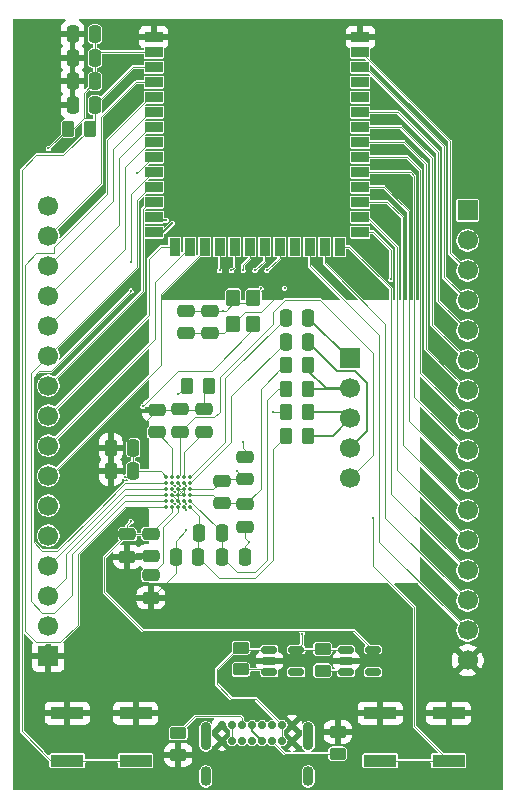
<source format=gbr>
%TF.GenerationSoftware,KiCad,Pcbnew,9.0.3*%
%TF.CreationDate,2025-08-20T22:27:51-04:00*%
%TF.ProjectId,bioimpedance,62696f69-6d70-4656-9461-6e63652e6b69,rev?*%
%TF.SameCoordinates,Original*%
%TF.FileFunction,Copper,L1,Top*%
%TF.FilePolarity,Positive*%
%FSLAX46Y46*%
G04 Gerber Fmt 4.6, Leading zero omitted, Abs format (unit mm)*
G04 Created by KiCad (PCBNEW 9.0.3) date 2025-08-20 22:27:51*
%MOMM*%
%LPD*%
G01*
G04 APERTURE LIST*
G04 Aperture macros list*
%AMRoundRect*
0 Rectangle with rounded corners*
0 $1 Rounding radius*
0 $2 $3 $4 $5 $6 $7 $8 $9 X,Y pos of 4 corners*
0 Add a 4 corners polygon primitive as box body*
4,1,4,$2,$3,$4,$5,$6,$7,$8,$9,$2,$3,0*
0 Add four circle primitives for the rounded corners*
1,1,$1+$1,$2,$3*
1,1,$1+$1,$4,$5*
1,1,$1+$1,$6,$7*
1,1,$1+$1,$8,$9*
0 Add four rect primitives between the rounded corners*
20,1,$1+$1,$2,$3,$4,$5,0*
20,1,$1+$1,$4,$5,$6,$7,0*
20,1,$1+$1,$6,$7,$8,$9,0*
20,1,$1+$1,$8,$9,$2,$3,0*%
G04 Aperture macros list end*
%TA.AperFunction,SMDPad,CuDef*%
%ADD10RoundRect,0.250000X-0.262500X-0.450000X0.262500X-0.450000X0.262500X0.450000X-0.262500X0.450000X0*%
%TD*%
%TA.AperFunction,SMDPad,CuDef*%
%ADD11R,2.800000X1.000000*%
%TD*%
%TA.AperFunction,SMDPad,CuDef*%
%ADD12RoundRect,0.250000X-0.475000X0.250000X-0.475000X-0.250000X0.475000X-0.250000X0.475000X0.250000X0*%
%TD*%
%TA.AperFunction,ComponentPad*%
%ADD13R,1.700000X1.700000*%
%TD*%
%TA.AperFunction,ComponentPad*%
%ADD14C,1.700000*%
%TD*%
%TA.AperFunction,SMDPad,CuDef*%
%ADD15RoundRect,0.250000X-0.350000X0.450000X-0.350000X-0.450000X0.350000X-0.450000X0.350000X0.450000X0*%
%TD*%
%TA.AperFunction,SMDPad,CuDef*%
%ADD16C,0.350000*%
%TD*%
%TA.AperFunction,SMDPad,CuDef*%
%ADD17R,1.500000X0.900000*%
%TD*%
%TA.AperFunction,SMDPad,CuDef*%
%ADD18R,0.900000X1.500000*%
%TD*%
%TA.AperFunction,HeatsinkPad*%
%ADD19C,0.600000*%
%TD*%
%TA.AperFunction,HeatsinkPad*%
%ADD20R,3.900000X3.900000*%
%TD*%
%TA.AperFunction,SMDPad,CuDef*%
%ADD21RoundRect,0.250000X0.250000X0.475000X-0.250000X0.475000X-0.250000X-0.475000X0.250000X-0.475000X0*%
%TD*%
%TA.AperFunction,SMDPad,CuDef*%
%ADD22RoundRect,0.150000X-0.512500X-0.150000X0.512500X-0.150000X0.512500X0.150000X-0.512500X0.150000X0*%
%TD*%
%TA.AperFunction,SMDPad,CuDef*%
%ADD23RoundRect,0.250000X0.475000X-0.250000X0.475000X0.250000X-0.475000X0.250000X-0.475000X-0.250000X0*%
%TD*%
%TA.AperFunction,SMDPad,CuDef*%
%ADD24RoundRect,0.250000X-0.250000X-0.475000X0.250000X-0.475000X0.250000X0.475000X-0.250000X0.475000X0*%
%TD*%
%TA.AperFunction,SMDPad,CuDef*%
%ADD25RoundRect,0.250000X-0.450000X0.262500X-0.450000X-0.262500X0.450000X-0.262500X0.450000X0.262500X0*%
%TD*%
%TA.AperFunction,SMDPad,CuDef*%
%ADD26RoundRect,0.250000X0.450000X-0.262500X0.450000X0.262500X-0.450000X0.262500X-0.450000X-0.262500X0*%
%TD*%
%TA.AperFunction,SMDPad,CuDef*%
%ADD27RoundRect,0.250000X0.262500X0.450000X-0.262500X0.450000X-0.262500X-0.450000X0.262500X-0.450000X0*%
%TD*%
%TA.AperFunction,ComponentPad*%
%ADD28C,0.700000*%
%TD*%
%TA.AperFunction,ComponentPad*%
%ADD29O,0.900000X2.400000*%
%TD*%
%TA.AperFunction,ComponentPad*%
%ADD30O,0.900000X1.700000*%
%TD*%
%TA.AperFunction,ViaPad*%
%ADD31C,0.250000*%
%TD*%
%TA.AperFunction,Conductor*%
%ADD32C,0.100000*%
%TD*%
%TA.AperFunction,Conductor*%
%ADD33C,0.200000*%
%TD*%
G04 APERTURE END LIST*
D10*
%TO.P,R4,1*%
%TO.N,Net-(U2-ECGN)*%
X116151500Y-69488000D03*
%TO.P,R4,2*%
%TO.N,ECGN*%
X117976500Y-69488000D03*
%TD*%
D11*
%TO.P,SW5,1,1*%
%TO.N,GND*%
X97600000Y-93000000D03*
X103400000Y-93000000D03*
%TO.P,SW5,2,2*%
%TO.N,RESET*%
X97600000Y-97000000D03*
X103400000Y-97000000D03*
%TD*%
D12*
%TO.P,C25,1*%
%TO.N,+1V8*%
X104685000Y-77800000D03*
%TO.P,C25,2*%
%TO.N,GND*%
X104685000Y-79700000D03*
%TD*%
D13*
%TO.P,J8,1,Pin_1*%
%TO.N,GND*%
X96000000Y-88120000D03*
D14*
%TO.P,J8,2,Pin_2*%
%TO.N,14*%
X96000000Y-85580000D03*
%TO.P,J8,3,Pin_3*%
%TO.N,MOSI*%
X96000000Y-83040000D03*
%TO.P,J8,4,Pin_4*%
%TO.N,MISO*%
X96000000Y-80500000D03*
%TO.P,J8,5,Pin_5*%
%TO.N,11*%
X96000000Y-77960000D03*
%TO.P,J8,6,Pin_6*%
%TO.N,10*%
X96000000Y-75420000D03*
%TO.P,J8,7,Pin_7*%
%TO.N,09*%
X96000000Y-72880000D03*
%TO.P,J8,8,Pin_8*%
%TO.N,46*%
X96000000Y-70340000D03*
%TO.P,J8,9,Pin_9*%
%TO.N,03*%
X96000000Y-67800000D03*
%TO.P,J8,10,Pin_10*%
%TO.N,08*%
X96000000Y-65260000D03*
%TO.P,J8,11,Pin_11*%
%TO.N,SCLK*%
X96000000Y-62720000D03*
%TO.P,J8,12,Pin_12*%
%TO.N,15*%
X96000000Y-60180000D03*
%TO.P,J8,13,Pin_13*%
%TO.N,07*%
X96000000Y-57640000D03*
%TO.P,J8,14,Pin_14*%
%TO.N,06*%
X96000000Y-55100000D03*
%TO.P,J8,15,Pin_15*%
%TO.N,04*%
X96000000Y-52560000D03*
%TO.P,J8,16,Pin_16*%
%TO.N,+3V3*%
X96000000Y-50020000D03*
%TD*%
D15*
%TO.P,Y1,1,EN*%
%TO.N,+3V3*%
X111650000Y-57800000D03*
%TO.P,Y1,2,GND*%
%TO.N,GND*%
X111650000Y-60000000D03*
%TO.P,Y1,3,OUT*%
%TO.N,Net-(U2-FCLK)*%
X113350000Y-60000000D03*
%TO.P,Y1,4,Vcc*%
%TO.N,+3V3*%
X113350000Y-57800000D03*
%TD*%
D12*
%TO.P,C18,1*%
%TO.N,Net-(U2-BIN)*%
X110685000Y-73300000D03*
%TO.P,C18,2*%
%TO.N,Net-(U2-BIP)*%
X110685000Y-75200000D03*
%TD*%
D16*
%TO.P,U2,A1,DRVP*%
%TO.N,Net-(U2-DRVP)*%
X108000000Y-73000000D03*
%TO.P,U2,A2,DRVN*%
%TO.N,Net-(U2-DRVN)*%
X108000000Y-73500000D03*
%TO.P,U2,A3,BIN*%
%TO.N,Net-(U2-BIN)*%
X108000000Y-74000000D03*
%TO.P,U2,A4,BIP*%
%TO.N,Net-(U2-BIP)*%
X108000000Y-74500000D03*
%TO.P,U2,A5,ECGP*%
%TO.N,Net-(U2-ECGP)*%
X108000000Y-75000000D03*
%TO.P,U2,A6,ECGN*%
%TO.N,Net-(U2-ECGN)*%
X108000000Y-75500000D03*
%TO.P,U2,B1,VBG*%
%TO.N,Net-(U2-VBG)*%
X107500000Y-73000000D03*
%TO.P,U2,B2,RBIAS*%
%TO.N,Net-(U2-RBIAS)*%
X107500000Y-73500000D03*
%TO.P,U2,B3,AGND*%
%TO.N,GND*%
X107500000Y-74000000D03*
%TO.P,U2,B4,AGND*%
X107500000Y-74500000D03*
%TO.P,U2,B5,CAPN*%
%TO.N,Net-(U2-CAPN)*%
X107500000Y-75000000D03*
%TO.P,U2,B6,CAPP*%
%TO.N,Net-(U2-CAPP)*%
X107500000Y-75500000D03*
%TO.P,U2,C1,VCM*%
%TO.N,BIAS*%
X107000000Y-73000000D03*
%TO.P,U2,C2,AOUT*%
%TO.N,AOUT*%
X107000000Y-73500000D03*
%TO.P,U2,C3,AGND*%
%TO.N,GND*%
X107000000Y-74000000D03*
%TO.P,U2,C4,AGND*%
X107000000Y-74500000D03*
%TO.P,U2,C5,DGND*%
X107000000Y-75000000D03*
%TO.P,U2,C6,CPLL*%
%TO.N,Net-(U2-CPLL)*%
X107000000Y-75500000D03*
%TO.P,U2,D1,VREF*%
%TO.N,Net-(U2-VREF)*%
X106500000Y-73000000D03*
%TO.P,U2,D2,INTB*%
%TO.N,INTB*%
X106500000Y-73500000D03*
%TO.P,U2,D3,OVDD*%
%TO.N,+3V3*%
X106500000Y-74000000D03*
%TO.P,U2,D4,AGND*%
%TO.N,GND*%
X106500000Y-74500000D03*
%TO.P,U2,D5,FCLK*%
%TO.N,Net-(U2-FCLK)*%
X106500000Y-75000000D03*
%TO.P,U2,D6,DVDD*%
%TO.N,+1V8*%
X106500000Y-75500000D03*
%TO.P,U2,E1,AVDD*%
X106000000Y-73000000D03*
%TO.P,U2,E2,INT2B*%
%TO.N,INT2B*%
X106000000Y-73500000D03*
%TO.P,U2,E3,SDO*%
%TO.N,MISO*%
X106000000Y-74000000D03*
%TO.P,U2,E4,SDI*%
%TO.N,MOSI*%
X106000000Y-74500000D03*
%TO.P,U2,E5,SCLK*%
%TO.N,SCLK*%
X106000000Y-75000000D03*
%TO.P,U2,E6,CSB*%
%TO.N,CSB*%
X106000000Y-75500000D03*
%TD*%
D17*
%TO.P,U1,1,GND*%
%TO.N,GND*%
X104925000Y-35740000D03*
%TO.P,U1,2,3V3*%
%TO.N,+3V3*%
X104925000Y-37010000D03*
%TO.P,U1,3,EN*%
%TO.N,RESET*%
X104925000Y-38280000D03*
%TO.P,U1,4,IO4*%
%TO.N,04*%
X104925000Y-39550000D03*
%TO.P,U1,5,IO5*%
%TO.N,CSB*%
X104925000Y-40820000D03*
%TO.P,U1,6,IO6*%
%TO.N,06*%
X104925000Y-42090000D03*
%TO.P,U1,7,IO7*%
%TO.N,07*%
X104925000Y-43360000D03*
%TO.P,U1,8,IO15*%
%TO.N,15*%
X104925000Y-44630000D03*
%TO.P,U1,9,IO16*%
%TO.N,INTB*%
X104925000Y-45900000D03*
%TO.P,U1,10,IO17*%
%TO.N,INT2B*%
X104925000Y-47170000D03*
%TO.P,U1,11,IO18*%
%TO.N,SCLK*%
X104925000Y-48440000D03*
%TO.P,U1,12,IO8*%
%TO.N,08*%
X104925000Y-49710000D03*
%TO.P,U1,13,USB_D-*%
%TO.N,D-*%
X104925000Y-50980000D03*
%TO.P,U1,14,USB_D+*%
%TO.N,D+*%
X104925000Y-52250000D03*
D18*
%TO.P,U1,15,IO3*%
%TO.N,03*%
X106690000Y-53500000D03*
%TO.P,U1,16,IO46*%
%TO.N,46*%
X107960000Y-53500000D03*
%TO.P,U1,17,IO9*%
%TO.N,09*%
X109230000Y-53500000D03*
%TO.P,U1,18,IO10*%
%TO.N,10*%
X110500000Y-53500000D03*
%TO.P,U1,19,IO11*%
%TO.N,11*%
X111770000Y-53500000D03*
%TO.P,U1,20,IO12*%
%TO.N,MISO*%
X113040000Y-53500000D03*
%TO.P,U1,21,IO13*%
%TO.N,MOSI*%
X114310000Y-53500000D03*
%TO.P,U1,22,IO14*%
%TO.N,14*%
X115580000Y-53500000D03*
%TO.P,U1,23,IO21*%
%TO.N,unconnected-(U1-IO21-Pad23)*%
X116850000Y-53500000D03*
%TO.P,U1,24,IO47*%
%TO.N,47*%
X118120000Y-53500000D03*
%TO.P,U1,25,IO48*%
%TO.N,48*%
X119390000Y-53500000D03*
%TO.P,U1,26,IO45*%
%TO.N,45*%
X120660000Y-53500000D03*
D17*
%TO.P,U1,27,IO0*%
%TO.N,BOOT*%
X122425000Y-52250000D03*
%TO.P,U1,28,IO35*%
%TO.N,35*%
X122425000Y-50980000D03*
%TO.P,U1,29,IO36*%
%TO.N,36*%
X122425000Y-49710000D03*
%TO.P,U1,30,IO37*%
%TO.N,37*%
X122425000Y-48440000D03*
%TO.P,U1,31,IO38*%
%TO.N,38*%
X122425000Y-47170000D03*
%TO.P,U1,32,IO39*%
%TO.N,39*%
X122425000Y-45900000D03*
%TO.P,U1,33,IO40*%
%TO.N,40*%
X122425000Y-44630000D03*
%TO.P,U1,34,IO41*%
%TO.N,41*%
X122425000Y-43360000D03*
%TO.P,U1,35,IO42*%
%TO.N,42*%
X122425000Y-42090000D03*
%TO.P,U1,36,RXD0*%
%TO.N,unconnected-(U1-RXD0-Pad36)*%
X122425000Y-40820000D03*
%TO.P,U1,37,TXD0*%
%TO.N,unconnected-(U1-TXD0-Pad37)*%
X122425000Y-39550000D03*
%TO.P,U1,38,IO2*%
%TO.N,02*%
X122425000Y-38280000D03*
%TO.P,U1,39,IO1*%
%TO.N,01*%
X122425000Y-37010000D03*
%TO.P,U1,40,GND*%
%TO.N,GND*%
X122425000Y-35740000D03*
D19*
%TO.P,U1,41,GND*%
X110775000Y-42760000D03*
X110775000Y-44160000D03*
X111475000Y-42060000D03*
X111475000Y-43460000D03*
X111475000Y-44860000D03*
X112175000Y-42760000D03*
D20*
X112175000Y-43460000D03*
D19*
X112175000Y-44160000D03*
X112875000Y-42060000D03*
X112875000Y-43460000D03*
X112875000Y-44860000D03*
X113575000Y-42760000D03*
X113575000Y-44160000D03*
%TD*%
D21*
%TO.P,C24,1*%
%TO.N,+3V3*%
X99950000Y-37500000D03*
%TO.P,C24,2*%
%TO.N,GND*%
X98050000Y-37500000D03*
%TD*%
D22*
%TO.P,U3,1,VIN*%
%TO.N,VBUS*%
X114725000Y-87600000D03*
%TO.P,U3,2,GND*%
%TO.N,GND*%
X114725000Y-88550000D03*
%TO.P,U3,3,EN*%
%TO.N,Net-(U3-EN)*%
X114725000Y-89500000D03*
%TO.P,U3,4,NC*%
%TO.N,unconnected-(U3-NC-Pad4)*%
X117000000Y-89500000D03*
%TO.P,U3,5,VOUT*%
%TO.N,+3V3*%
X117000000Y-87600000D03*
%TD*%
D23*
%TO.P,C11,1*%
%TO.N,Net-(U2-VREF)*%
X105185000Y-69200000D03*
%TO.P,C11,2*%
%TO.N,GND*%
X105185000Y-67300000D03*
%TD*%
D24*
%TO.P,C14,1*%
%TO.N,Net-(U2-DRVN)*%
X116114000Y-61539600D03*
%TO.P,C14,2*%
%TO.N,DVRN*%
X118014000Y-61539600D03*
%TD*%
D13*
%TO.P,J6,1,Pin_1*%
%TO.N,+3V3*%
X131500000Y-50420000D03*
D14*
%TO.P,J6,2,Pin_2*%
%TO.N,AOUT*%
X131500000Y-52960000D03*
%TO.P,J6,3,Pin_3*%
%TO.N,01*%
X131500000Y-55500000D03*
%TO.P,J6,4,Pin_4*%
%TO.N,02*%
X131500000Y-58040000D03*
%TO.P,J6,5,Pin_5*%
%TO.N,42*%
X131500000Y-60580000D03*
%TO.P,J6,6,Pin_6*%
%TO.N,41*%
X131500000Y-63120000D03*
%TO.P,J6,7,Pin_7*%
%TO.N,40*%
X131500000Y-65660000D03*
%TO.P,J6,8,Pin_8*%
%TO.N,39*%
X131500000Y-68200000D03*
%TO.P,J6,9,Pin_9*%
%TO.N,38*%
X131500000Y-70740000D03*
%TO.P,J6,10,Pin_10*%
%TO.N,37*%
X131500000Y-73280000D03*
%TO.P,J6,11,Pin_11*%
%TO.N,36*%
X131500000Y-75820000D03*
%TO.P,J6,12,Pin_12*%
%TO.N,35*%
X131500000Y-78360000D03*
%TO.P,J6,13,Pin_13*%
%TO.N,45*%
X131500000Y-80900000D03*
%TO.P,J6,14,Pin_14*%
%TO.N,48*%
X131500000Y-83440000D03*
%TO.P,J6,15,Pin_15*%
%TO.N,47*%
X131500000Y-85980000D03*
%TO.P,J6,16,Pin_16*%
%TO.N,GND*%
X131500000Y-88520000D03*
%TD*%
D12*
%TO.P,C7,1*%
%TO.N,+1V8*%
X102685000Y-77850000D03*
%TO.P,C7,2*%
%TO.N,GND*%
X102685000Y-79750000D03*
%TD*%
D11*
%TO.P,SW6,1,1*%
%TO.N,GND*%
X124100000Y-93000000D03*
X129900000Y-93000000D03*
%TO.P,SW6,2,2*%
%TO.N,BOOT*%
X124100000Y-97000000D03*
X129900000Y-97000000D03*
%TD*%
D23*
%TO.P,C12,1*%
%TO.N,Net-(U2-VBG)*%
X109185000Y-69150000D03*
%TO.P,C12,2*%
%TO.N,GND*%
X109185000Y-67250000D03*
%TD*%
D25*
%TO.P,R16,1*%
%TO.N,Net-(J3-CC1)*%
X107000000Y-94675000D03*
%TO.P,R16,2*%
%TO.N,GND*%
X107000000Y-96500000D03*
%TD*%
D21*
%TO.P,C8,1*%
%TO.N,RESET*%
X99950000Y-41500000D03*
%TO.P,C8,2*%
%TO.N,GND*%
X98050000Y-41500000D03*
%TD*%
D10*
%TO.P,R2,1*%
%TO.N,Net-(U2-RBIAS)*%
X107772500Y-65250000D03*
%TO.P,R2,2*%
%TO.N,GND*%
X109597500Y-65250000D03*
%TD*%
%TO.P,R5,1*%
%TO.N,Net-(U2-BIN)*%
X116151500Y-67508400D03*
%TO.P,R5,2*%
%TO.N,ECGN*%
X117976500Y-67508400D03*
%TD*%
D23*
%TO.P,C9,1*%
%TO.N,GND*%
X104685000Y-83200000D03*
%TO.P,C9,2*%
%TO.N,Net-(U2-CPLL)*%
X104685000Y-81300000D03*
%TD*%
%TO.P,C10,1*%
%TO.N,BIAS*%
X107185000Y-69150000D03*
%TO.P,C10,2*%
%TO.N,GND*%
X107185000Y-67250000D03*
%TD*%
D25*
%TO.P,R8,1*%
%TO.N,+3V3*%
X119225000Y-87550000D03*
%TO.P,R8,2*%
%TO.N,Net-(U4-EN)*%
X119225000Y-89375000D03*
%TD*%
D22*
%TO.P,U4,1,VIN*%
%TO.N,+3V3*%
X121225000Y-87600000D03*
%TO.P,U4,2,GND*%
%TO.N,GND*%
X121225000Y-88550000D03*
%TO.P,U4,3,EN*%
%TO.N,Net-(U4-EN)*%
X121225000Y-89500000D03*
%TO.P,U4,4,NC*%
%TO.N,unconnected-(U4-NC-Pad4)*%
X123500000Y-89500000D03*
%TO.P,U4,5,VOUT*%
%TO.N,+1V8*%
X123500000Y-87600000D03*
%TD*%
D21*
%TO.P,C5,1*%
%TO.N,+3V3*%
X99950000Y-35500000D03*
%TO.P,C5,2*%
%TO.N,GND*%
X98050000Y-35500000D03*
%TD*%
D26*
%TO.P,R15,1*%
%TO.N,Net-(J3-CC2)*%
X120500000Y-96412500D03*
%TO.P,R15,2*%
%TO.N,GND*%
X120500000Y-94587500D03*
%TD*%
D23*
%TO.P,C20,1*%
%TO.N,GND*%
X112685000Y-77200000D03*
%TO.P,C20,2*%
%TO.N,Net-(U2-BIP)*%
X112685000Y-75300000D03*
%TD*%
D21*
%TO.P,C6,1*%
%TO.N,+3V3*%
X99950000Y-39500000D03*
%TO.P,C6,2*%
%TO.N,GND*%
X98050000Y-39500000D03*
%TD*%
D12*
%TO.P,C3,1*%
%TO.N,+3V3*%
X107650000Y-58900000D03*
%TO.P,C3,2*%
%TO.N,GND*%
X107650000Y-60800000D03*
%TD*%
D21*
%TO.P,C21,1*%
%TO.N,+1V8*%
X103185000Y-70500000D03*
%TO.P,C21,2*%
%TO.N,GND*%
X101285000Y-70500000D03*
%TD*%
%TO.P,C17,1*%
%TO.N,Net-(U2-ECGN)*%
X108685000Y-79750000D03*
%TO.P,C17,2*%
%TO.N,GND*%
X106785000Y-79750000D03*
%TD*%
%TO.P,C16,1*%
%TO.N,Net-(U2-ECGP)*%
X110685000Y-77750000D03*
%TO.P,C16,2*%
%TO.N,Net-(U2-ECGN)*%
X108785000Y-77750000D03*
%TD*%
D25*
%TO.P,R7,1*%
%TO.N,VBUS*%
X112312500Y-87462500D03*
%TO.P,R7,2*%
%TO.N,Net-(U3-EN)*%
X112312500Y-89287500D03*
%TD*%
D27*
%TO.P,R6,1*%
%TO.N,ECGP*%
X117976500Y-63549200D03*
%TO.P,R6,2*%
%TO.N,Net-(U2-BIP)*%
X116151500Y-63549200D03*
%TD*%
D12*
%TO.P,C2,1*%
%TO.N,+3V3*%
X109660000Y-58900000D03*
%TO.P,C2,2*%
%TO.N,GND*%
X109660000Y-60800000D03*
%TD*%
D10*
%TO.P,R3,1*%
%TO.N,Net-(U2-ECGP)*%
X116151500Y-65528800D03*
%TO.P,R3,2*%
%TO.N,ECGP*%
X117976500Y-65528800D03*
%TD*%
D23*
%TO.P,C19,1*%
%TO.N,Net-(U2-BIN)*%
X112685000Y-73200000D03*
%TO.P,C19,2*%
%TO.N,GND*%
X112685000Y-71300000D03*
%TD*%
D21*
%TO.P,C23,1*%
%TO.N,+1V8*%
X103185000Y-72500000D03*
%TO.P,C23,2*%
%TO.N,GND*%
X101285000Y-72500000D03*
%TD*%
D24*
%TO.P,C15,1*%
%TO.N,Net-(U2-ECGP)*%
X110735000Y-79750000D03*
%TO.P,C15,2*%
%TO.N,GND*%
X112635000Y-79750000D03*
%TD*%
D10*
%TO.P,R1,1*%
%TO.N,+3V3*%
X97675000Y-43500000D03*
%TO.P,R1,2*%
%TO.N,RESET*%
X99500000Y-43500000D03*
%TD*%
D28*
%TO.P,J3,A1,GND*%
%TO.N,GND*%
X110700000Y-93975000D03*
%TO.P,J3,A4,VBUS*%
%TO.N,VBUS*%
X111550000Y-93975000D03*
%TO.P,J3,A5,CC1*%
%TO.N,Net-(J3-CC1)*%
X112400000Y-93975000D03*
%TO.P,J3,A6,D+*%
%TO.N,D+*%
X113250000Y-93975000D03*
%TO.P,J3,A7,D-*%
%TO.N,D-*%
X114100000Y-93975000D03*
%TO.P,J3,A8,SBU1*%
%TO.N,unconnected-(J3-SBU1-PadA8)*%
X114950000Y-93975000D03*
%TO.P,J3,A9,VBUS*%
%TO.N,VBUS*%
X115800000Y-93975000D03*
%TO.P,J3,A12,GND*%
%TO.N,GND*%
X116650000Y-93975000D03*
%TO.P,J3,B1,GND*%
X116650000Y-95325000D03*
%TO.P,J3,B4,VBUS*%
%TO.N,VBUS*%
X115800000Y-95325000D03*
%TO.P,J3,B5,CC2*%
%TO.N,Net-(J3-CC2)*%
X114950000Y-95325000D03*
%TO.P,J3,B6,D+*%
%TO.N,D+*%
X114100000Y-95325000D03*
%TO.P,J3,B7,D-*%
%TO.N,D-*%
X113250000Y-95325000D03*
%TO.P,J3,B8,SBU2*%
%TO.N,unconnected-(J3-SBU2-PadB8)*%
X112400000Y-95325000D03*
%TO.P,J3,B9,VBUS*%
%TO.N,VBUS*%
X111550000Y-95325000D03*
%TO.P,J3,B12,GND*%
%TO.N,GND*%
X110700000Y-95325000D03*
D29*
%TO.P,J3,S1,SHIELD*%
%TO.N,unconnected-(J3-SHIELD-PadS1)_2*%
X109350000Y-94955000D03*
D30*
%TO.N,unconnected-(J3-SHIELD-PadS1)_3*%
X109350000Y-98335000D03*
D29*
%TO.N,unconnected-(J3-SHIELD-PadS1)*%
X118000000Y-94955000D03*
D30*
%TO.N,unconnected-(J3-SHIELD-PadS1)_1*%
X118000000Y-98335000D03*
%TD*%
D24*
%TO.P,C13,1*%
%TO.N,Net-(U2-DRVP)*%
X116114000Y-59500000D03*
%TO.P,C13,2*%
%TO.N,DVRP*%
X118014000Y-59500000D03*
%TD*%
D13*
%TO.P,J1,1,Pin_1*%
%TO.N,DVRP*%
X121528000Y-62948000D03*
D14*
%TO.P,J1,2,Pin_2*%
%TO.N,ECGP*%
X121528000Y-65488000D03*
%TO.P,J1,3,Pin_3*%
%TO.N,ECGN*%
X121528000Y-68028000D03*
%TO.P,J1,4,Pin_4*%
%TO.N,DVRN*%
X121528000Y-70568000D03*
%TO.P,J1,5,Pin_5*%
%TO.N,BIAS*%
X121528000Y-73108000D03*
%TD*%
D31*
%TO.N,Net-(U2-CAPN)*%
X107685000Y-75250000D03*
%TO.N,Net-(U2-CAPP)*%
X107685000Y-75750000D03*
%TO.N,+3V3*%
X114000000Y-57000000D03*
X106685000Y-74250000D03*
X117500000Y-86250000D03*
X110750000Y-58900000D03*
X96000000Y-45175000D03*
X116000000Y-57000000D03*
%TO.N,GND*%
X107685000Y-77500000D03*
X115500000Y-57000000D03*
X113000000Y-78500000D03*
X112500000Y-70000000D03*
X116500000Y-57000000D03*
X107185000Y-75250000D03*
X113000000Y-83000000D03*
%TO.N,Net-(U2-BIN)*%
X115000000Y-67500000D03*
X112000000Y-72500000D03*
%TO.N,D-*%
X106000000Y-51250000D03*
%TO.N,D+*%
X106500000Y-51500000D03*
%TO.N,BOOT*%
X123500000Y-76500000D03*
X125000000Y-56250000D03*
%TO.N,MOSI*%
X113500000Y-55500000D03*
%TO.N,MISO*%
X112500000Y-55500000D03*
%TO.N,AOUT*%
X107185000Y-73750000D03*
%TO.N,11*%
X111500000Y-55500000D03*
%TO.N,14*%
X114500000Y-55500000D03*
%TO.N,10*%
X110500000Y-55500000D03*
%TO.N,Net-(U2-RBIAS)*%
X107685000Y-73750000D03*
X107000000Y-66000000D03*
%TO.N,INT2B*%
X103000000Y-57250000D03*
X103000000Y-54750000D03*
%TO.N,INTB*%
X106685000Y-73750000D03*
X103500000Y-47250000D03*
%TO.N,Net-(U2-FCLK)*%
X104000000Y-67000000D03*
X106685000Y-75250000D03*
%TO.N,+1V8*%
X102500000Y-73000000D03*
X103000000Y-76750000D03*
%TD*%
D32*
%TO.N,Net-(U2-CAPN)*%
X107685000Y-75185000D02*
X107500000Y-75000000D01*
X107685000Y-75250000D02*
X107685000Y-75185000D01*
%TO.N,Net-(U2-CAPP)*%
X107685000Y-75685000D02*
X107500000Y-75500000D01*
X107685000Y-75750000D02*
X107685000Y-75685000D01*
%TO.N,+3V3*%
X117000000Y-87600000D02*
X117500000Y-87100000D01*
X121225000Y-87600000D02*
X117000000Y-87600000D01*
X97675000Y-43500000D02*
X96000000Y-45175000D01*
X110750000Y-58900000D02*
X111050000Y-58900000D01*
X111650000Y-58300000D02*
X113350000Y-58300000D01*
X100440000Y-37010000D02*
X99950000Y-37500000D01*
X107650000Y-58900000D02*
X110750000Y-58900000D01*
X99000000Y-40450000D02*
X99950000Y-39500000D01*
X104925000Y-37010000D02*
X100440000Y-37010000D01*
X99000000Y-42587500D02*
X99000000Y-40450000D01*
X113350000Y-58300000D02*
X113350000Y-57650000D01*
X117500000Y-87100000D02*
X117500000Y-86250000D01*
X111050000Y-58900000D02*
X111650000Y-58300000D01*
X98087500Y-43500000D02*
X99000000Y-42587500D01*
X99950000Y-35500000D02*
X99950000Y-39500000D01*
X106500000Y-74000000D02*
X106500000Y-74065000D01*
X113350000Y-57650000D02*
X114000000Y-57000000D01*
X106500000Y-74065000D02*
X106685000Y-74250000D01*
%TO.N,GND*%
X112685000Y-78185000D02*
X113000000Y-78500000D01*
X110850000Y-60800000D02*
X111650000Y-60000000D01*
X112685000Y-79700000D02*
X112635000Y-79750000D01*
X106785000Y-79750000D02*
X106785000Y-81100000D01*
X112500000Y-70000000D02*
X112500000Y-70500000D01*
X107185000Y-75250000D02*
X107185000Y-75185000D01*
X106785000Y-78400000D02*
X106785000Y-79750000D01*
X112635000Y-78865000D02*
X113000000Y-78500000D01*
X107000000Y-74500000D02*
X107500000Y-74000000D01*
X107185000Y-75185000D02*
X107000000Y-75000000D01*
X115500000Y-57500000D02*
X115500000Y-57000000D01*
X109185000Y-65662500D02*
X109597500Y-65250000D01*
X107000000Y-74500000D02*
X107000000Y-74000000D01*
X107685000Y-77500000D02*
X106785000Y-78400000D01*
X112685000Y-77200000D02*
X112685000Y-78185000D01*
X107500000Y-74500000D02*
X107500000Y-74000000D01*
X109185000Y-67250000D02*
X109185000Y-65662500D01*
X105185000Y-67300000D02*
X109135000Y-67300000D01*
X114000000Y-59000000D02*
X115500000Y-57500000D01*
X112650000Y-59000000D02*
X114000000Y-59000000D01*
X112685000Y-70685000D02*
X112685000Y-71300000D01*
X109135000Y-67300000D02*
X109185000Y-67250000D01*
X107650000Y-60800000D02*
X109660000Y-60800000D01*
X105185000Y-67300000D02*
X101985000Y-70500000D01*
X109660000Y-60800000D02*
X110850000Y-60800000D01*
X107000000Y-74500000D02*
X107500000Y-74500000D01*
X112500000Y-70500000D02*
X112685000Y-70685000D01*
X107000000Y-75000000D02*
X106500000Y-74500000D01*
X107000000Y-74500000D02*
X107000000Y-75000000D01*
X107000000Y-74000000D02*
X107500000Y-74500000D01*
X111650000Y-60000000D02*
X112650000Y-59000000D01*
X106785000Y-81100000D02*
X104685000Y-83200000D01*
X101985000Y-70500000D02*
X101285000Y-70500000D01*
X107000000Y-74500000D02*
X106500000Y-74500000D01*
X112635000Y-79750000D02*
X112635000Y-78865000D01*
X107500000Y-74000000D02*
X107000000Y-74000000D01*
%TO.N,RESET*%
X96250000Y-97000000D02*
X93750000Y-94500000D01*
X99912500Y-43500000D02*
X99912500Y-41537500D01*
X99912500Y-41537500D02*
X99950000Y-41500000D01*
X97600000Y-97000000D02*
X96250000Y-97000000D01*
X93750000Y-94500000D02*
X93750000Y-47000000D01*
X97600000Y-97000000D02*
X103400000Y-97000000D01*
X93750000Y-47000000D02*
X95000000Y-45750000D01*
X103170000Y-38280000D02*
X104925000Y-38280000D01*
X97250000Y-45750000D02*
X99500000Y-43500000D01*
X99950000Y-41500000D02*
X103170000Y-38280000D01*
X95000000Y-45750000D02*
X97250000Y-45750000D01*
%TO.N,Net-(U2-CPLL)*%
X104685000Y-81300000D02*
X105685000Y-80300000D01*
X105685000Y-77250000D02*
X107000000Y-75935000D01*
X105685000Y-80300000D02*
X105685000Y-77250000D01*
X107000000Y-75935000D02*
X107000000Y-75500000D01*
%TO.N,BIAS*%
X110064000Y-67936000D02*
X110500000Y-67500000D01*
X123500000Y-62500000D02*
X123500000Y-71136000D01*
X116000000Y-58000000D02*
X119000000Y-58000000D01*
X108399000Y-67936000D02*
X110064000Y-67936000D01*
X110500000Y-64500000D02*
X115000000Y-60000000D01*
X119000000Y-58000000D02*
X123500000Y-62500000D01*
X107185000Y-69150000D02*
X108399000Y-67936000D01*
X107185000Y-69150000D02*
X107185000Y-72815000D01*
X115000000Y-59000000D02*
X116000000Y-58000000D01*
X123500000Y-71136000D02*
X121528000Y-73108000D01*
X107185000Y-72815000D02*
X107000000Y-73000000D01*
X115000000Y-60000000D02*
X115000000Y-59000000D01*
X110500000Y-67500000D02*
X110500000Y-64500000D01*
%TO.N,Net-(U2-VREF)*%
X105185000Y-69200000D02*
X106500000Y-70515000D01*
X106500000Y-70515000D02*
X106500000Y-73000000D01*
%TO.N,Net-(U2-VBG)*%
X109185000Y-69150000D02*
X107500000Y-70835000D01*
X107500000Y-70835000D02*
X107500000Y-73000000D01*
D33*
%TO.N,DVRP*%
X118014000Y-59500000D02*
X121462000Y-62948000D01*
X121462000Y-62948000D02*
X121528000Y-62948000D01*
D32*
%TO.N,Net-(U2-DRVP)*%
X111000000Y-70000000D02*
X111000000Y-64614000D01*
X108000000Y-73000000D02*
X111000000Y-70000000D01*
X111000000Y-64614000D02*
X116114000Y-59500000D01*
D33*
%TO.N,DVRN*%
X123000000Y-65000000D02*
X123000000Y-69096000D01*
X122000000Y-64000000D02*
X123000000Y-65000000D01*
X118014000Y-61539600D02*
X120474400Y-64000000D01*
X120474400Y-64000000D02*
X122000000Y-64000000D01*
X123000000Y-69096000D02*
X121528000Y-70568000D01*
D32*
%TO.N,Net-(U2-DRVN)*%
X108000000Y-73500000D02*
X111500000Y-70000000D01*
X111500000Y-66153600D02*
X116114000Y-61539600D01*
X111500000Y-70000000D02*
X111500000Y-66153600D01*
%TO.N,Net-(U2-ECGP)*%
X110685000Y-77685000D02*
X110685000Y-77750000D01*
X108000000Y-75000000D02*
X110685000Y-77685000D01*
X114500000Y-80000000D02*
X114500000Y-66500000D01*
X110735000Y-78300000D02*
X110735000Y-79750000D01*
X110685000Y-78250000D02*
X110735000Y-78300000D01*
X111985000Y-81000000D02*
X113500000Y-81000000D01*
X110735000Y-79750000D02*
X111985000Y-81000000D01*
X110685000Y-77750000D02*
X110685000Y-78250000D01*
X114500000Y-66500000D02*
X115471200Y-65528800D01*
X115471200Y-65528800D02*
X116151500Y-65528800D01*
X113500000Y-81000000D02*
X114500000Y-80000000D01*
%TO.N,Net-(U2-ECGN)*%
X110435000Y-81500000D02*
X113500000Y-81500000D01*
X115000000Y-70639500D02*
X116151500Y-69488000D01*
X108685000Y-79750000D02*
X108685000Y-77850000D01*
X113500000Y-81500000D02*
X115000000Y-80000000D01*
X108685000Y-79750000D02*
X110435000Y-81500000D01*
X108685000Y-77850000D02*
X108785000Y-77750000D01*
X115000000Y-80000000D02*
X115000000Y-70639500D01*
X108785000Y-76285000D02*
X108000000Y-75500000D01*
X108785000Y-77750000D02*
X108785000Y-76285000D01*
%TO.N,Net-(U2-BIN)*%
X112685000Y-73200000D02*
X112685000Y-73185000D01*
X108000000Y-74000000D02*
X109985000Y-74000000D01*
X115000000Y-67500000D02*
X115008400Y-67508400D01*
X109985000Y-74000000D02*
X110685000Y-73300000D01*
X116151500Y-67508400D02*
X115008400Y-67508400D01*
X112685000Y-73200000D02*
X110785000Y-73200000D01*
X112685000Y-73185000D02*
X112000000Y-72500000D01*
X110785000Y-73200000D02*
X110685000Y-73300000D01*
%TO.N,Net-(U2-BIP)*%
X114000000Y-73985000D02*
X114000000Y-65500000D01*
X108000000Y-74500000D02*
X109985000Y-74500000D01*
X115950800Y-63549200D02*
X116151500Y-63549200D01*
X112585000Y-75200000D02*
X112685000Y-75300000D01*
X109985000Y-74500000D02*
X110685000Y-75200000D01*
X110685000Y-75200000D02*
X112585000Y-75200000D01*
X112685000Y-75300000D02*
X114000000Y-73985000D01*
X114000000Y-65500000D02*
X115950800Y-63549200D01*
D33*
%TO.N,ECGN*%
X117940500Y-69488000D02*
X120068000Y-69488000D01*
X121000000Y-67500000D02*
X121528000Y-68028000D01*
X117940500Y-67500000D02*
X121000000Y-67500000D01*
X120068000Y-69488000D02*
X121528000Y-68028000D01*
%TO.N,ECGP*%
X117976500Y-63988500D02*
X119476000Y-65488000D01*
X119476000Y-65488000D02*
X121528000Y-65488000D01*
X117940500Y-65512000D02*
X121504000Y-65512000D01*
X117976500Y-63549200D02*
X117976500Y-63988500D01*
X121504000Y-65512000D02*
X121528000Y-65488000D01*
D32*
%TO.N,VBUS*%
X111500000Y-91750000D02*
X110250000Y-90500000D01*
X111550000Y-95325000D02*
X111550000Y-93975000D01*
X112037500Y-87462500D02*
X112312500Y-87462500D01*
X112450000Y-87600000D02*
X112312500Y-87462500D01*
X115800000Y-93975000D02*
X113575000Y-91750000D01*
X114725000Y-87600000D02*
X112450000Y-87600000D01*
X113575000Y-91750000D02*
X111500000Y-91750000D01*
X110250000Y-90500000D02*
X110250000Y-89250000D01*
X115800000Y-95325000D02*
X115800000Y-93975000D01*
X110250000Y-89250000D02*
X112037500Y-87462500D01*
%TO.N,Net-(J3-CC2)*%
X114950000Y-95325000D02*
X116037500Y-96412500D01*
X116037500Y-96412500D02*
X120500000Y-96412500D01*
D33*
%TO.N,D-*%
X106000000Y-51250000D02*
X105195000Y-51250000D01*
X105195000Y-51250000D02*
X104925000Y-50980000D01*
X104925000Y-50980000D02*
X105225000Y-50980000D01*
%TO.N,D+*%
X113250000Y-93975000D02*
X113250000Y-94475000D01*
X104925000Y-52250000D02*
X105750000Y-52250000D01*
X113250000Y-94475000D02*
X114100000Y-95325000D01*
X105750000Y-52250000D02*
X106500000Y-51500000D01*
D32*
%TO.N,Net-(J3-CC1)*%
X112400000Y-93975000D02*
X112400000Y-93400000D01*
X112250000Y-93250000D02*
X108425000Y-93250000D01*
X112400000Y-93400000D02*
X112250000Y-93250000D01*
X108425000Y-93250000D02*
X107000000Y-94675000D01*
%TO.N,BOOT*%
X122425000Y-52250000D02*
X123500000Y-52250000D01*
X127000000Y-94100000D02*
X129900000Y-97000000D01*
X123500000Y-76500000D02*
X123500000Y-80500000D01*
X123500000Y-52250000D02*
X125000000Y-53750000D01*
X129900000Y-97000000D02*
X124100000Y-97000000D01*
X127000000Y-84000000D02*
X127000000Y-94100000D01*
X123500000Y-80500000D02*
X127000000Y-84000000D01*
X125000000Y-53750000D02*
X125000000Y-56250000D01*
%TO.N,SCLK*%
X103500000Y-49565000D02*
X104625000Y-48440000D01*
X95500000Y-84500000D02*
X94500000Y-83500000D01*
X102500000Y-75000000D02*
X98000000Y-79500000D01*
X106000000Y-75000000D02*
X102500000Y-75000000D01*
X104625000Y-48440000D02*
X104925000Y-48440000D01*
X94500000Y-64220000D02*
X96000000Y-62720000D01*
X98000000Y-83000000D02*
X96500000Y-84500000D01*
X96500000Y-84500000D02*
X95500000Y-84500000D01*
X98000000Y-79500000D02*
X98000000Y-83000000D01*
X94500000Y-83500000D02*
X94500000Y-64220000D01*
X96000000Y-62720000D02*
X103500000Y-55220000D01*
X103500000Y-55220000D02*
X103500000Y-49565000D01*
%TO.N,MOSI*%
X114310000Y-54690000D02*
X114310000Y-53500000D01*
X97500000Y-81540000D02*
X97500000Y-79500000D01*
X102500000Y-74500000D02*
X106000000Y-74500000D01*
X113500000Y-55500000D02*
X114310000Y-54690000D01*
X97500000Y-79500000D02*
X102500000Y-74500000D01*
X96000000Y-83040000D02*
X97500000Y-81540000D01*
%TO.N,MISO*%
X113040000Y-54460000D02*
X113040000Y-53500000D01*
X102500000Y-74000000D02*
X96000000Y-80500000D01*
X112500000Y-55500000D02*
X112500000Y-55000000D01*
X106000000Y-74000000D02*
X102500000Y-74000000D01*
X112500000Y-55000000D02*
X113040000Y-54460000D01*
%TO.N,45*%
X125000000Y-74400000D02*
X125000000Y-57000000D01*
X131500000Y-80900000D02*
X125000000Y-74400000D01*
X121500000Y-53500000D02*
X120660000Y-53500000D01*
X125000000Y-57000000D02*
X121500000Y-53500000D01*
%TO.N,41*%
X131500000Y-63120000D02*
X128500000Y-60120000D01*
X128500000Y-46000000D02*
X125860000Y-43360000D01*
X125860000Y-43360000D02*
X122425000Y-43360000D01*
X128500000Y-60120000D02*
X128500000Y-46000000D01*
%TO.N,47*%
X124000000Y-78480000D02*
X124000000Y-61000000D01*
X124000000Y-61000000D02*
X118120000Y-55120000D01*
X118120000Y-55120000D02*
X118120000Y-53500000D01*
X131500000Y-85980000D02*
X124000000Y-78480000D01*
%TO.N,42*%
X131500000Y-60580000D02*
X129000000Y-58080000D01*
X125590000Y-42090000D02*
X122425000Y-42090000D01*
X129000000Y-58080000D02*
X129000000Y-45500000D01*
X129000000Y-45500000D02*
X125590000Y-42090000D01*
%TO.N,AOUT*%
X107185000Y-73685000D02*
X107000000Y-73500000D01*
X107185000Y-73750000D02*
X107185000Y-73685000D01*
%TO.N,37*%
X124440000Y-48440000D02*
X122425000Y-48440000D01*
X126500000Y-68280000D02*
X126500000Y-50500000D01*
X126500000Y-50500000D02*
X124440000Y-48440000D01*
X131500000Y-73280000D02*
X126500000Y-68280000D01*
%TO.N,48*%
X124500000Y-60000000D02*
X119390000Y-54890000D01*
X131500000Y-83440000D02*
X124500000Y-76440000D01*
X124500000Y-76440000D02*
X124500000Y-60000000D01*
X119390000Y-54890000D02*
X119390000Y-53500000D01*
%TO.N,46*%
X107960000Y-53540000D02*
X107960000Y-53500000D01*
X96000000Y-70340000D02*
X105000000Y-61340000D01*
X105000000Y-56500000D02*
X107960000Y-53540000D01*
X105000000Y-61340000D02*
X105000000Y-56500000D01*
%TO.N,39*%
X127500000Y-64200000D02*
X127500000Y-47000000D01*
X126400000Y-45900000D02*
X122425000Y-45900000D01*
X131500000Y-68200000D02*
X127500000Y-64200000D01*
X127500000Y-47000000D02*
X126400000Y-45900000D01*
%TO.N,38*%
X131500000Y-70740000D02*
X127000000Y-66240000D01*
X127000000Y-66240000D02*
X127000000Y-47500000D01*
X126670000Y-47170000D02*
X122425000Y-47170000D01*
X127000000Y-47500000D02*
X126670000Y-47170000D01*
%TO.N,40*%
X128000000Y-62160000D02*
X128000000Y-46500000D01*
X131500000Y-65660000D02*
X128000000Y-62160000D01*
X128000000Y-46500000D02*
X126130000Y-44630000D01*
X126130000Y-44630000D02*
X122425000Y-44630000D01*
%TO.N,09*%
X96120000Y-72880000D02*
X105500000Y-63500000D01*
X105500000Y-63500000D02*
X105500000Y-57500000D01*
X109230000Y-53770000D02*
X109230000Y-53500000D01*
X96000000Y-72880000D02*
X96120000Y-72880000D01*
X105500000Y-57500000D02*
X109230000Y-53770000D01*
%TO.N,11*%
X111770000Y-55230000D02*
X111770000Y-53500000D01*
X111500000Y-55500000D02*
X111770000Y-55230000D01*
%TO.N,02*%
X129500000Y-56040000D02*
X129500000Y-45000000D01*
X131500000Y-58040000D02*
X129500000Y-56040000D01*
X129500000Y-45000000D02*
X122780000Y-38280000D01*
X122780000Y-38280000D02*
X122425000Y-38280000D01*
%TO.N,35*%
X125500000Y-53500000D02*
X122980000Y-50980000D01*
X125500000Y-72360000D02*
X125500000Y-53500000D01*
X131500000Y-78360000D02*
X125500000Y-72360000D01*
X122980000Y-50980000D02*
X122425000Y-50980000D01*
%TO.N,03*%
X96000000Y-67800000D02*
X104500000Y-59300000D01*
X105500000Y-53500000D02*
X106690000Y-53500000D01*
X104500000Y-54500000D02*
X105500000Y-53500000D01*
X104500000Y-59300000D02*
X104500000Y-54500000D01*
%TO.N,36*%
X124710000Y-49710000D02*
X122425000Y-49710000D01*
X126000000Y-70320000D02*
X126000000Y-51000000D01*
X131500000Y-75820000D02*
X126000000Y-70320000D01*
X126000000Y-51000000D02*
X124710000Y-49710000D01*
%TO.N,06*%
X101500000Y-49600000D02*
X101500000Y-45215000D01*
X104625000Y-42090000D02*
X104925000Y-42090000D01*
X101500000Y-45215000D02*
X104625000Y-42090000D01*
X96000000Y-55100000D02*
X101500000Y-49600000D01*
%TO.N,14*%
X115580000Y-54420000D02*
X115580000Y-53500000D01*
X114500000Y-55500000D02*
X115580000Y-54420000D01*
%TO.N,08*%
X104000000Y-50335000D02*
X104625000Y-49710000D01*
X104625000Y-49710000D02*
X104925000Y-49710000D01*
X96000000Y-65260000D02*
X104000000Y-57260000D01*
X104000000Y-57260000D02*
X104000000Y-50335000D01*
%TO.N,01*%
X131500000Y-55500000D02*
X130000000Y-54000000D01*
X122477000Y-37010000D02*
X122425000Y-37010000D01*
X130000000Y-54000000D02*
X130000000Y-44533000D01*
X130000000Y-44533000D02*
X122477000Y-37010000D01*
%TO.N,15*%
X102500000Y-46755000D02*
X104625000Y-44630000D01*
X104625000Y-44630000D02*
X104925000Y-44630000D01*
X102500000Y-53680000D02*
X102500000Y-46755000D01*
X96000000Y-60180000D02*
X102500000Y-53680000D01*
%TO.N,04*%
X103450000Y-39550000D02*
X104925000Y-39550000D01*
X100500000Y-48060000D02*
X100500000Y-42500000D01*
X100500000Y-42500000D02*
X103450000Y-39550000D01*
X96000000Y-52560000D02*
X100500000Y-48060000D01*
%TO.N,10*%
X110500000Y-55500000D02*
X110500000Y-53500000D01*
%TO.N,07*%
X102000000Y-45985000D02*
X104625000Y-43360000D01*
X102000000Y-51640000D02*
X102000000Y-45985000D01*
X96000000Y-57640000D02*
X102000000Y-51640000D01*
X104625000Y-43360000D02*
X104925000Y-43360000D01*
%TO.N,Net-(U2-RBIAS)*%
X107685000Y-73685000D02*
X107500000Y-73500000D01*
X107685000Y-73750000D02*
X107685000Y-73685000D01*
X107022500Y-66000000D02*
X107772500Y-65250000D01*
X107000000Y-66000000D02*
X107022500Y-66000000D01*
%TO.N,Net-(U3-EN)*%
X114512500Y-89287500D02*
X114725000Y-89500000D01*
X112312500Y-89287500D02*
X114512500Y-89287500D01*
%TO.N,Net-(U4-EN)*%
X121100000Y-89375000D02*
X121225000Y-89500000D01*
X119225000Y-89375000D02*
X121100000Y-89375000D01*
%TO.N,CSB*%
X102500000Y-75500000D02*
X98500000Y-79500000D01*
X101000000Y-49000000D02*
X101000000Y-44445000D01*
X94000000Y-55000000D02*
X95000000Y-54000000D01*
X95000000Y-87000000D02*
X94000000Y-86000000D01*
X106000000Y-75500000D02*
X102500000Y-75500000D01*
X104625000Y-40820000D02*
X104925000Y-40820000D01*
X96500000Y-54000000D02*
X96500000Y-53500000D01*
X98500000Y-79500000D02*
X98500000Y-85500000D01*
X98500000Y-85500000D02*
X97000000Y-87000000D01*
X101000000Y-44445000D02*
X104625000Y-40820000D01*
X97000000Y-87000000D02*
X95000000Y-87000000D01*
X95000000Y-54000000D02*
X96500000Y-54000000D01*
X94000000Y-86000000D02*
X94000000Y-55000000D01*
X96500000Y-53500000D02*
X101000000Y-49000000D01*
%TO.N,INT2B*%
X102500000Y-73500000D02*
X99750000Y-76250000D01*
X95250000Y-64000000D02*
X96250000Y-64000000D01*
X95500000Y-79250000D02*
X94750000Y-78500000D01*
X94750000Y-78500000D02*
X94750000Y-78250000D01*
X99750000Y-76250000D02*
X96750000Y-79250000D01*
X104873000Y-47170000D02*
X104925000Y-47170000D01*
X103000000Y-54750000D02*
X103000000Y-49043000D01*
X94750000Y-78250000D02*
X94750000Y-64500000D01*
X94750000Y-64500000D02*
X95250000Y-64000000D01*
X106000000Y-73500000D02*
X102500000Y-73500000D01*
X96750000Y-79250000D02*
X95500000Y-79250000D01*
X103000000Y-49043000D02*
X104873000Y-47170000D01*
X96250000Y-64000000D02*
X103000000Y-57250000D01*
%TO.N,INTB*%
X104925000Y-45900000D02*
X104350000Y-45900000D01*
X104850000Y-45900000D02*
X103500000Y-47250000D01*
X106500000Y-73565000D02*
X106685000Y-73750000D01*
X104925000Y-45900000D02*
X104850000Y-45900000D01*
X106500000Y-73500000D02*
X106500000Y-73565000D01*
%TO.N,Net-(U2-FCLK)*%
X104000000Y-67000000D02*
X104500000Y-66500000D01*
X106500000Y-75000000D02*
X106500000Y-75065000D01*
X106500000Y-75065000D02*
X106685000Y-75250000D01*
X109850000Y-64000000D02*
X113350000Y-60500000D01*
X107000000Y-64000000D02*
X109850000Y-64000000D01*
X104500000Y-66500000D02*
X107000000Y-64000000D01*
%TO.N,+1V8*%
X100750000Y-79785000D02*
X102685000Y-77850000D01*
X105500000Y-72500000D02*
X103185000Y-72500000D01*
X106000000Y-73000000D02*
X105500000Y-72500000D01*
X102685000Y-77065000D02*
X103000000Y-76750000D01*
X102685000Y-73000000D02*
X102500000Y-73000000D01*
X102685000Y-77850000D02*
X102685000Y-77065000D01*
X104685000Y-77750000D02*
X106500000Y-75935000D01*
X104635000Y-77850000D02*
X104685000Y-77800000D01*
X103185000Y-70500000D02*
X103185000Y-72500000D01*
X100750000Y-82750000D02*
X100750000Y-79785000D01*
X104685000Y-77800000D02*
X104685000Y-77750000D01*
X104000000Y-86000000D02*
X100750000Y-82750000D01*
X123500000Y-87600000D02*
X121900000Y-86000000D01*
X103185000Y-72500000D02*
X102685000Y-73000000D01*
X102685000Y-77850000D02*
X104635000Y-77850000D01*
X121900000Y-86000000D02*
X104000000Y-86000000D01*
X106500000Y-75935000D02*
X106500000Y-75500000D01*
%TD*%
%TA.AperFunction,Conductor*%
%TO.N,GND*%
G36*
X96235648Y-87164852D02*
G01*
X96250000Y-87199500D01*
X96250000Y-87686988D01*
X96192993Y-87654075D01*
X96065826Y-87620000D01*
X95934174Y-87620000D01*
X95807007Y-87654075D01*
X95750000Y-87686988D01*
X95750000Y-87199500D01*
X95764352Y-87164852D01*
X95799000Y-87150500D01*
X96201000Y-87150500D01*
X96235648Y-87164852D01*
G37*
%TD.AperFunction*%
%TA.AperFunction,Conductor*%
G36*
X97489700Y-34264352D02*
G01*
X97504052Y-34299000D01*
X97489700Y-34333648D01*
X97480776Y-34340705D01*
X97331656Y-34432682D01*
X97207682Y-34556656D01*
X97115642Y-34705877D01*
X97060493Y-34872306D01*
X97050000Y-34975018D01*
X97050000Y-35250000D01*
X99049999Y-35250000D01*
X99049999Y-34975019D01*
X99039506Y-34872306D01*
X98984357Y-34705877D01*
X98892317Y-34556656D01*
X98768343Y-34432682D01*
X98619224Y-34340705D01*
X98597269Y-34310300D01*
X98603243Y-34273276D01*
X98633648Y-34251321D01*
X98644948Y-34250000D01*
X134450500Y-34250000D01*
X134485148Y-34264352D01*
X134499500Y-34299000D01*
X134499500Y-99450500D01*
X134485148Y-99485148D01*
X134450500Y-99499500D01*
X93049500Y-99499500D01*
X93014852Y-99485148D01*
X93000500Y-99450500D01*
X93000500Y-97862522D01*
X108799500Y-97862522D01*
X108799500Y-98807477D01*
X108837015Y-98947483D01*
X108837016Y-98947487D01*
X108909491Y-99073015D01*
X109011985Y-99175509D01*
X109057930Y-99202035D01*
X109137512Y-99247983D01*
X109137514Y-99247983D01*
X109137515Y-99247984D01*
X109172517Y-99257363D01*
X109277522Y-99285500D01*
X109277525Y-99285500D01*
X109422477Y-99285500D01*
X109492480Y-99266742D01*
X109562485Y-99247984D01*
X109688015Y-99175509D01*
X109790509Y-99073015D01*
X109862984Y-98947485D01*
X109881742Y-98877480D01*
X109900500Y-98807477D01*
X109900500Y-97862522D01*
X117449500Y-97862522D01*
X117449500Y-98807477D01*
X117487015Y-98947483D01*
X117487016Y-98947487D01*
X117559491Y-99073015D01*
X117661985Y-99175509D01*
X117707930Y-99202035D01*
X117787512Y-99247983D01*
X117787514Y-99247983D01*
X117787515Y-99247984D01*
X117822517Y-99257363D01*
X117927522Y-99285500D01*
X117927525Y-99285500D01*
X118072477Y-99285500D01*
X118142480Y-99266742D01*
X118212485Y-99247984D01*
X118338015Y-99175509D01*
X118440509Y-99073015D01*
X118512984Y-98947485D01*
X118531742Y-98877480D01*
X118550500Y-98807477D01*
X118550500Y-97862522D01*
X118512984Y-97722516D01*
X118512983Y-97722512D01*
X118442538Y-97600500D01*
X118440509Y-97596985D01*
X118338015Y-97494491D01*
X118212487Y-97422016D01*
X118212483Y-97422015D01*
X118072478Y-97384500D01*
X118072475Y-97384500D01*
X117927525Y-97384500D01*
X117927522Y-97384500D01*
X117787516Y-97422015D01*
X117787512Y-97422016D01*
X117661984Y-97494491D01*
X117661984Y-97494492D01*
X117559492Y-97596984D01*
X117559491Y-97596984D01*
X117487016Y-97722512D01*
X117487015Y-97722516D01*
X117449500Y-97862522D01*
X109900500Y-97862522D01*
X109862984Y-97722516D01*
X109862983Y-97722512D01*
X109792538Y-97600500D01*
X109790509Y-97596985D01*
X109688015Y-97494491D01*
X109562487Y-97422016D01*
X109562483Y-97422015D01*
X109422478Y-97384500D01*
X109422475Y-97384500D01*
X109277525Y-97384500D01*
X109277522Y-97384500D01*
X109137516Y-97422015D01*
X109137512Y-97422016D01*
X109011984Y-97494491D01*
X109011984Y-97494492D01*
X108909492Y-97596984D01*
X108909491Y-97596984D01*
X108837016Y-97722512D01*
X108837015Y-97722516D01*
X108799500Y-97862522D01*
X93000500Y-97862522D01*
X93000500Y-46970065D01*
X93599500Y-46970065D01*
X93599500Y-94529936D01*
X93608990Y-94552848D01*
X93622412Y-94585252D01*
X93622413Y-94585254D01*
X96085148Y-97047988D01*
X96099500Y-97082636D01*
X96099500Y-97509894D01*
X96099501Y-97509898D01*
X96105331Y-97539213D01*
X96105331Y-97539214D01*
X96105332Y-97539215D01*
X96105332Y-97539216D01*
X96127542Y-97572456D01*
X96127543Y-97572457D01*
X96160787Y-97594669D01*
X96190101Y-97600500D01*
X99009898Y-97600499D01*
X99039213Y-97594669D01*
X99072457Y-97572457D01*
X99094669Y-97539213D01*
X99100500Y-97509899D01*
X99100500Y-97199500D01*
X99114852Y-97164852D01*
X99149500Y-97150500D01*
X101850501Y-97150500D01*
X101885149Y-97164852D01*
X101899501Y-97199500D01*
X101899501Y-97509898D01*
X101905331Y-97539213D01*
X101905331Y-97539214D01*
X101905332Y-97539215D01*
X101905332Y-97539216D01*
X101927542Y-97572456D01*
X101927543Y-97572457D01*
X101960787Y-97594669D01*
X101990101Y-97600500D01*
X104809898Y-97600499D01*
X104839213Y-97594669D01*
X104872457Y-97572457D01*
X104894669Y-97539213D01*
X104900500Y-97509899D01*
X104900499Y-96812480D01*
X105800001Y-96812480D01*
X105810493Y-96915193D01*
X105865642Y-97081622D01*
X105957682Y-97230843D01*
X106081656Y-97354817D01*
X106230877Y-97446857D01*
X106397306Y-97502006D01*
X106500018Y-97512499D01*
X106749999Y-97512499D01*
X107250000Y-97512499D01*
X107499980Y-97512499D01*
X107602693Y-97502006D01*
X107769122Y-97446857D01*
X107918343Y-97354817D01*
X108042317Y-97230843D01*
X108134357Y-97081622D01*
X108189506Y-96915193D01*
X108200000Y-96812481D01*
X108200000Y-96750000D01*
X107250000Y-96750000D01*
X107250000Y-97512499D01*
X106749999Y-97512499D01*
X106750000Y-97512498D01*
X106750000Y-96750000D01*
X105800001Y-96750000D01*
X105800001Y-96812480D01*
X104900499Y-96812480D01*
X104900499Y-96490102D01*
X104894669Y-96460787D01*
X104894667Y-96460784D01*
X104894667Y-96460783D01*
X104872457Y-96427543D01*
X104839212Y-96405330D01*
X104809901Y-96399500D01*
X101990105Y-96399500D01*
X101990104Y-96399500D01*
X101990102Y-96399501D01*
X101960787Y-96405331D01*
X101960786Y-96405331D01*
X101960784Y-96405332D01*
X101960783Y-96405332D01*
X101927543Y-96427542D01*
X101905330Y-96460786D01*
X101905330Y-96460787D01*
X101899500Y-96490095D01*
X101899500Y-96800500D01*
X101885148Y-96835148D01*
X101850500Y-96849500D01*
X99149499Y-96849500D01*
X99114851Y-96835148D01*
X99100499Y-96800500D01*
X99100499Y-96490105D01*
X99100499Y-96490102D01*
X99094669Y-96460787D01*
X99094667Y-96460784D01*
X99094667Y-96460783D01*
X99072457Y-96427543D01*
X99039212Y-96405330D01*
X99009901Y-96399500D01*
X96190105Y-96399500D01*
X96190104Y-96399500D01*
X96190102Y-96399501D01*
X96160787Y-96405331D01*
X96160786Y-96405331D01*
X96160784Y-96405332D01*
X96160783Y-96405332D01*
X96127543Y-96427542D01*
X96105330Y-96460786D01*
X96105330Y-96460787D01*
X96099500Y-96490095D01*
X96099500Y-96518364D01*
X96085148Y-96553012D01*
X96050500Y-96567364D01*
X96015852Y-96553012D01*
X95650358Y-96187518D01*
X105800000Y-96187518D01*
X105800000Y-96250000D01*
X106750000Y-96250000D01*
X107250000Y-96250000D01*
X108199999Y-96250000D01*
X108199999Y-96187519D01*
X108189506Y-96084806D01*
X108134357Y-95918377D01*
X108042317Y-95769156D01*
X107918343Y-95645182D01*
X107769122Y-95553142D01*
X107602693Y-95497993D01*
X107499981Y-95487500D01*
X107250000Y-95487500D01*
X107250000Y-96250000D01*
X106750000Y-96250000D01*
X106750000Y-95487500D01*
X106500019Y-95487500D01*
X106397306Y-95497993D01*
X106230877Y-95553142D01*
X106081656Y-95645182D01*
X105957682Y-95769156D01*
X105865642Y-95918377D01*
X105810493Y-96084806D01*
X105800000Y-96187518D01*
X95650358Y-96187518D01*
X93914852Y-94452012D01*
X93900500Y-94417364D01*
X93900500Y-94379238D01*
X106199500Y-94379238D01*
X106199500Y-94970761D01*
X106209427Y-95038894D01*
X106209428Y-95038896D01*
X106214068Y-95048387D01*
X106260802Y-95143983D01*
X106343517Y-95226698D01*
X106448607Y-95278073D01*
X106496884Y-95285106D01*
X106516738Y-95288000D01*
X106516740Y-95288000D01*
X107483262Y-95288000D01*
X107502354Y-95285218D01*
X107551393Y-95278073D01*
X107656483Y-95226698D01*
X107739198Y-95143983D01*
X107790573Y-95038893D01*
X107800500Y-94970760D01*
X107800500Y-94379240D01*
X107790573Y-94311107D01*
X107739198Y-94206017D01*
X107739197Y-94206016D01*
X107737415Y-94202370D01*
X107738389Y-94201893D01*
X107730957Y-94169784D01*
X107744640Y-94143198D01*
X108472987Y-93414852D01*
X108507635Y-93400500D01*
X109969910Y-93400500D01*
X110004558Y-93414852D01*
X110018910Y-93449500D01*
X110010652Y-93476723D01*
X109946739Y-93572375D01*
X109882666Y-93727060D01*
X109882662Y-93727074D01*
X109862044Y-93830726D01*
X109841209Y-93861908D01*
X109804426Y-93869224D01*
X109779338Y-93855814D01*
X109688015Y-93764491D01*
X109562487Y-93692016D01*
X109562483Y-93692015D01*
X109422478Y-93654500D01*
X109422475Y-93654500D01*
X109277525Y-93654500D01*
X109277522Y-93654500D01*
X109137516Y-93692015D01*
X109137512Y-93692016D01*
X109011984Y-93764491D01*
X109011984Y-93764492D01*
X108909492Y-93866984D01*
X108909491Y-93866984D01*
X108837016Y-93992512D01*
X108837015Y-93992516D01*
X108799500Y-94132522D01*
X108799500Y-95777477D01*
X108837015Y-95917483D01*
X108837016Y-95917487D01*
X108906876Y-96038486D01*
X108909491Y-96043015D01*
X109011985Y-96145509D01*
X109045644Y-96164942D01*
X109137512Y-96217983D01*
X109137514Y-96217983D01*
X109137515Y-96217984D01*
X109154589Y-96222559D01*
X109277522Y-96255500D01*
X109277525Y-96255500D01*
X109422477Y-96255500D01*
X109492480Y-96236742D01*
X109562485Y-96217984D01*
X109688015Y-96145509D01*
X109754411Y-96079113D01*
X110299438Y-96079113D01*
X110299438Y-96079114D01*
X110452060Y-96142333D01*
X110452075Y-96142337D01*
X110616276Y-96174999D01*
X110616283Y-96175000D01*
X110783715Y-96175000D01*
X110947935Y-96142334D01*
X111100560Y-96079114D01*
X111100560Y-96079113D01*
X110700000Y-95678553D01*
X110299438Y-96079113D01*
X109754411Y-96079113D01*
X109790509Y-96043015D01*
X109862984Y-95917485D01*
X109891938Y-95809428D01*
X109900500Y-95777477D01*
X109900500Y-95776240D01*
X109900738Y-95775663D01*
X109900919Y-95774294D01*
X109901286Y-95774342D01*
X109914852Y-95741592D01*
X109940462Y-95730983D01*
X110346446Y-95325000D01*
X110346446Y-95324999D01*
X110306665Y-95285218D01*
X110500000Y-95285218D01*
X110500000Y-95364782D01*
X110530448Y-95438291D01*
X110586709Y-95494552D01*
X110660218Y-95525000D01*
X110739782Y-95525000D01*
X110813291Y-95494552D01*
X110869552Y-95438291D01*
X110900000Y-95364782D01*
X110900000Y-95285218D01*
X110869552Y-95211709D01*
X110813291Y-95155448D01*
X110739782Y-95125000D01*
X110660218Y-95125000D01*
X110586709Y-95155448D01*
X110530448Y-95211709D01*
X110500000Y-95285218D01*
X110306665Y-95285218D01*
X109939341Y-94917894D01*
X109922274Y-94914498D01*
X109901441Y-94883314D01*
X109900500Y-94873758D01*
X109900500Y-94650000D01*
X110378553Y-94650000D01*
X110699999Y-94971446D01*
X111021446Y-94650000D01*
X111021446Y-94649999D01*
X110700001Y-94328553D01*
X110700000Y-94328553D01*
X110378553Y-94650000D01*
X109900500Y-94650000D01*
X109900500Y-94426240D01*
X109914852Y-94391592D01*
X109940462Y-94380983D01*
X110488575Y-93832871D01*
X110523223Y-93818519D01*
X110557871Y-93832871D01*
X110558578Y-93833578D01*
X110530448Y-93861709D01*
X110500000Y-93935218D01*
X110500000Y-94014782D01*
X110530448Y-94088291D01*
X110586709Y-94144552D01*
X110660218Y-94175000D01*
X110739782Y-94175000D01*
X110813291Y-94144552D01*
X110869552Y-94088291D01*
X110900000Y-94014782D01*
X110900000Y-93935218D01*
X110869552Y-93861709D01*
X110841421Y-93833578D01*
X110842129Y-93832871D01*
X110876777Y-93818519D01*
X110911425Y-93832871D01*
X111085711Y-94007157D01*
X111097703Y-94031465D01*
X111098668Y-94031207D01*
X111130200Y-94148884D01*
X111130201Y-94148886D01*
X111189511Y-94251613D01*
X111273387Y-94335489D01*
X111324998Y-94365287D01*
X111375000Y-94394156D01*
X111397830Y-94423909D01*
X111399500Y-94436591D01*
X111399500Y-94863408D01*
X111385148Y-94898056D01*
X111375001Y-94905843D01*
X111273384Y-94964513D01*
X111189512Y-95048386D01*
X111189511Y-95048386D01*
X111130201Y-95151112D01*
X111130200Y-95151115D01*
X111098668Y-95268793D01*
X111097699Y-95268533D01*
X111085713Y-95292840D01*
X111053553Y-95325000D01*
X111085712Y-95357158D01*
X111097698Y-95381466D01*
X111098668Y-95381207D01*
X111130200Y-95498884D01*
X111130201Y-95498887D01*
X111182521Y-95589506D01*
X111189511Y-95601613D01*
X111273387Y-95685489D01*
X111376114Y-95744799D01*
X111395625Y-95750027D01*
X111490688Y-95775500D01*
X111490691Y-95775500D01*
X111609311Y-95775500D01*
X111666597Y-95760149D01*
X111723886Y-95744799D01*
X111826613Y-95685489D01*
X111910489Y-95601613D01*
X111932565Y-95563375D01*
X111962318Y-95540546D01*
X111999500Y-95545441D01*
X112017434Y-95563375D01*
X112039511Y-95601613D01*
X112123387Y-95685489D01*
X112226114Y-95744799D01*
X112245625Y-95750027D01*
X112340688Y-95775500D01*
X112340691Y-95775500D01*
X112459311Y-95775500D01*
X112516597Y-95760149D01*
X112573886Y-95744799D01*
X112676613Y-95685489D01*
X112760489Y-95601613D01*
X112782565Y-95563375D01*
X112812318Y-95540546D01*
X112849500Y-95545441D01*
X112867434Y-95563375D01*
X112889511Y-95601613D01*
X112973387Y-95685489D01*
X113076114Y-95744799D01*
X113095625Y-95750027D01*
X113190688Y-95775500D01*
X113190691Y-95775500D01*
X113309311Y-95775500D01*
X113366597Y-95760149D01*
X113423886Y-95744799D01*
X113526613Y-95685489D01*
X113610489Y-95601613D01*
X113632565Y-95563375D01*
X113662318Y-95540546D01*
X113699500Y-95545441D01*
X113717434Y-95563375D01*
X113739511Y-95601613D01*
X113823387Y-95685489D01*
X113926114Y-95744799D01*
X113945625Y-95750027D01*
X114040688Y-95775500D01*
X114040691Y-95775500D01*
X114159311Y-95775500D01*
X114216597Y-95760149D01*
X114273886Y-95744799D01*
X114376613Y-95685489D01*
X114460489Y-95601613D01*
X114482565Y-95563375D01*
X114512318Y-95540546D01*
X114549500Y-95545441D01*
X114567434Y-95563375D01*
X114589511Y-95601613D01*
X114673387Y-95685489D01*
X114776114Y-95744799D01*
X114795625Y-95750027D01*
X114890688Y-95775500D01*
X114890691Y-95775500D01*
X115009311Y-95775500D01*
X115122644Y-95745132D01*
X115159826Y-95750027D01*
X115169974Y-95757814D01*
X115577103Y-96164942D01*
X115952248Y-96540087D01*
X115968446Y-96546795D01*
X115968449Y-96546798D01*
X115968450Y-96546797D01*
X116007564Y-96563000D01*
X119650500Y-96563000D01*
X119685148Y-96577352D01*
X119699500Y-96612000D01*
X119699500Y-96708261D01*
X119705582Y-96750000D01*
X119709427Y-96776393D01*
X119760802Y-96881483D01*
X119843517Y-96964198D01*
X119948607Y-97015573D01*
X119996884Y-97022606D01*
X120016738Y-97025500D01*
X120016740Y-97025500D01*
X120983262Y-97025500D01*
X121000590Y-97022974D01*
X121051393Y-97015573D01*
X121156483Y-96964198D01*
X121239198Y-96881483D01*
X121290573Y-96776393D01*
X121300500Y-96708260D01*
X121300500Y-96116740D01*
X121290573Y-96048607D01*
X121239198Y-95943517D01*
X121156483Y-95860802D01*
X121103938Y-95835114D01*
X121051396Y-95809428D01*
X121051394Y-95809427D01*
X120983262Y-95799500D01*
X120983260Y-95799500D01*
X120016740Y-95799500D01*
X120016738Y-95799500D01*
X119948605Y-95809427D01*
X119948603Y-95809428D01*
X119843519Y-95860801D01*
X119843515Y-95860803D01*
X119760803Y-95943515D01*
X119760801Y-95943519D01*
X119709428Y-96048603D01*
X119709427Y-96048605D01*
X119699500Y-96116738D01*
X119699500Y-96213000D01*
X119685148Y-96247648D01*
X119650500Y-96262000D01*
X118319117Y-96262000D01*
X118284469Y-96247648D01*
X118270117Y-96213000D01*
X118284469Y-96178352D01*
X118294617Y-96170565D01*
X118304356Y-96164942D01*
X118338015Y-96145509D01*
X118440509Y-96043015D01*
X118512984Y-95917485D01*
X118541938Y-95809428D01*
X118550500Y-95777477D01*
X118550500Y-94899980D01*
X119300001Y-94899980D01*
X119310493Y-95002693D01*
X119365642Y-95169122D01*
X119457682Y-95318343D01*
X119581656Y-95442317D01*
X119730877Y-95534357D01*
X119897306Y-95589506D01*
X120000018Y-95599999D01*
X120249999Y-95599999D01*
X120750000Y-95599999D01*
X120999980Y-95599999D01*
X121102693Y-95589506D01*
X121269122Y-95534357D01*
X121418343Y-95442317D01*
X121542317Y-95318343D01*
X121634357Y-95169122D01*
X121689506Y-95002693D01*
X121700000Y-94899981D01*
X121700000Y-94837500D01*
X120750000Y-94837500D01*
X120750000Y-95599999D01*
X120249999Y-95599999D01*
X120250000Y-95599998D01*
X120250000Y-94837500D01*
X119300001Y-94837500D01*
X119300001Y-94899980D01*
X118550500Y-94899980D01*
X118550500Y-94275018D01*
X119300000Y-94275018D01*
X119300000Y-94337500D01*
X120250000Y-94337500D01*
X120750000Y-94337500D01*
X121699999Y-94337500D01*
X121699999Y-94275019D01*
X121689506Y-94172306D01*
X121634357Y-94005877D01*
X121542317Y-93856656D01*
X121418343Y-93732682D01*
X121269122Y-93640642D01*
X121102693Y-93585493D01*
X120999981Y-93575000D01*
X120750000Y-93575000D01*
X120750000Y-94337500D01*
X120250000Y-94337500D01*
X120250000Y-93575000D01*
X120000019Y-93575000D01*
X119897306Y-93585493D01*
X119730877Y-93640642D01*
X119581656Y-93732682D01*
X119457682Y-93856656D01*
X119365642Y-94005877D01*
X119310493Y-94172306D01*
X119300000Y-94275018D01*
X118550500Y-94275018D01*
X118550500Y-94132522D01*
X118516564Y-94005877D01*
X118512984Y-93992515D01*
X118512983Y-93992514D01*
X118512983Y-93992512D01*
X118467035Y-93912930D01*
X118440509Y-93866985D01*
X118338015Y-93764491D01*
X118320811Y-93754558D01*
X118212487Y-93692016D01*
X118212483Y-93692015D01*
X118072478Y-93654500D01*
X118072475Y-93654500D01*
X117927525Y-93654500D01*
X117927522Y-93654500D01*
X117787516Y-93692015D01*
X117787512Y-93692016D01*
X117661984Y-93764491D01*
X117570661Y-93855814D01*
X117536013Y-93870166D01*
X117501365Y-93855814D01*
X117487955Y-93830725D01*
X117467337Y-93727075D01*
X117467333Y-93727060D01*
X117404113Y-93574438D01*
X117003553Y-93974999D01*
X117003553Y-93975000D01*
X117410654Y-94382101D01*
X117427720Y-94385495D01*
X117448558Y-94416677D01*
X117449500Y-94426239D01*
X117449500Y-94873759D01*
X117435148Y-94908407D01*
X117409534Y-94919016D01*
X117003553Y-95324999D01*
X117003553Y-95325000D01*
X117410654Y-95732101D01*
X117427720Y-95735495D01*
X117448558Y-95766677D01*
X117449500Y-95776239D01*
X117449500Y-95777477D01*
X117487015Y-95917483D01*
X117487016Y-95917487D01*
X117556876Y-96038486D01*
X117559491Y-96043015D01*
X117661985Y-96145509D01*
X117695644Y-96164942D01*
X117705383Y-96170565D01*
X117728213Y-96200318D01*
X117723318Y-96237500D01*
X117693565Y-96260330D01*
X117680883Y-96262000D01*
X116793845Y-96262000D01*
X116759197Y-96247648D01*
X116744845Y-96213000D01*
X116759197Y-96178352D01*
X116784286Y-96164942D01*
X116897927Y-96142337D01*
X116897934Y-96142335D01*
X117050560Y-96079114D01*
X117050560Y-96079113D01*
X116650000Y-95678553D01*
X116249438Y-96079113D01*
X116249438Y-96079114D01*
X116402060Y-96142333D01*
X116402075Y-96142337D01*
X116515715Y-96164942D01*
X116546898Y-96185777D01*
X116554214Y-96222559D01*
X116533379Y-96253742D01*
X116506156Y-96262000D01*
X116120135Y-96262000D01*
X116085487Y-96247648D01*
X115755322Y-95917483D01*
X115696033Y-95858194D01*
X115681682Y-95823547D01*
X115696034Y-95788899D01*
X115730682Y-95774547D01*
X115737456Y-95775439D01*
X115737504Y-95775081D01*
X115740688Y-95775500D01*
X115740691Y-95775500D01*
X115859311Y-95775500D01*
X115916597Y-95760149D01*
X115973886Y-95744799D01*
X116076613Y-95685489D01*
X116160489Y-95601613D01*
X116219799Y-95498886D01*
X116234957Y-95442317D01*
X116251332Y-95381207D01*
X116252302Y-95381466D01*
X116264288Y-95357157D01*
X116296445Y-95325000D01*
X116264286Y-95292840D01*
X116260529Y-95285218D01*
X116450000Y-95285218D01*
X116450000Y-95364782D01*
X116480448Y-95438291D01*
X116536709Y-95494552D01*
X116610218Y-95525000D01*
X116689782Y-95525000D01*
X116763291Y-95494552D01*
X116819552Y-95438291D01*
X116850000Y-95364782D01*
X116850000Y-95285218D01*
X116819552Y-95211709D01*
X116763291Y-95155448D01*
X116689782Y-95125000D01*
X116610218Y-95125000D01*
X116536709Y-95155448D01*
X116480448Y-95211709D01*
X116450000Y-95285218D01*
X116260529Y-95285218D01*
X116252305Y-95268532D01*
X116251332Y-95268793D01*
X116219799Y-95151115D01*
X116219798Y-95151112D01*
X116160488Y-95048386D01*
X116076615Y-94964513D01*
X116076613Y-94964511D01*
X116017047Y-94930120D01*
X115974999Y-94905843D01*
X115952169Y-94876089D01*
X115950500Y-94863408D01*
X115950500Y-94650000D01*
X116328553Y-94650000D01*
X116649999Y-94971446D01*
X116971446Y-94650000D01*
X116971446Y-94649999D01*
X116650001Y-94328553D01*
X116650000Y-94328553D01*
X116328553Y-94650000D01*
X115950500Y-94650000D01*
X115950500Y-94436591D01*
X115964852Y-94401943D01*
X115975000Y-94394156D01*
X116000838Y-94379238D01*
X116076613Y-94335489D01*
X116160489Y-94251613D01*
X116219799Y-94148886D01*
X116232293Y-94102256D01*
X116251332Y-94031207D01*
X116252302Y-94031466D01*
X116264288Y-94007157D01*
X116296445Y-93975000D01*
X116264286Y-93942840D01*
X116260529Y-93935218D01*
X116450000Y-93935218D01*
X116450000Y-94014782D01*
X116480448Y-94088291D01*
X116536709Y-94144552D01*
X116610218Y-94175000D01*
X116689782Y-94175000D01*
X116763291Y-94144552D01*
X116819552Y-94088291D01*
X116850000Y-94014782D01*
X116850000Y-93935218D01*
X116819552Y-93861709D01*
X116763291Y-93805448D01*
X116689782Y-93775000D01*
X116610218Y-93775000D01*
X116536709Y-93805448D01*
X116480448Y-93861709D01*
X116450000Y-93935218D01*
X116260529Y-93935218D01*
X116252305Y-93918532D01*
X116251332Y-93918793D01*
X116219799Y-93801115D01*
X116219798Y-93801112D01*
X116198655Y-93764492D01*
X116160489Y-93698387D01*
X116076613Y-93614511D01*
X116008179Y-93575000D01*
X115973887Y-93555201D01*
X115973884Y-93555200D01*
X115859312Y-93524500D01*
X115859309Y-93524500D01*
X115740691Y-93524500D01*
X115740688Y-93524500D01*
X115627356Y-93554867D01*
X115590174Y-93549972D01*
X115580026Y-93542185D01*
X115258726Y-93220885D01*
X116249438Y-93220885D01*
X116649999Y-93621446D01*
X116723611Y-93547834D01*
X122200000Y-93547834D01*
X122206401Y-93607372D01*
X122206401Y-93607373D01*
X122256648Y-93742091D01*
X122342811Y-93857188D01*
X122457908Y-93943351D01*
X122592626Y-93993598D01*
X122652166Y-94000000D01*
X123850000Y-94000000D01*
X124350000Y-94000000D01*
X125547834Y-94000000D01*
X125607372Y-93993598D01*
X125607373Y-93993598D01*
X125742091Y-93943351D01*
X125857188Y-93857188D01*
X125943351Y-93742091D01*
X125993598Y-93607373D01*
X125993598Y-93607372D01*
X126000000Y-93547834D01*
X126000000Y-93250000D01*
X124350000Y-93250000D01*
X124350000Y-94000000D01*
X123850000Y-94000000D01*
X123850000Y-93250000D01*
X122200000Y-93250000D01*
X122200000Y-93547834D01*
X116723611Y-93547834D01*
X117050560Y-93220885D01*
X117050560Y-93220884D01*
X116897939Y-93157666D01*
X116897924Y-93157662D01*
X116733723Y-93125000D01*
X116566276Y-93125000D01*
X116402075Y-93157662D01*
X116402060Y-93157666D01*
X116249438Y-93220885D01*
X115258726Y-93220885D01*
X114490006Y-92452165D01*
X122200000Y-92452165D01*
X122200000Y-92750000D01*
X123850000Y-92750000D01*
X124350000Y-92750000D01*
X126000000Y-92750000D01*
X126000000Y-92452165D01*
X125993598Y-92392627D01*
X125993598Y-92392626D01*
X125943351Y-92257908D01*
X125857188Y-92142811D01*
X125742091Y-92056648D01*
X125607373Y-92006401D01*
X125547834Y-92000000D01*
X124350000Y-92000000D01*
X124350000Y-92750000D01*
X123850000Y-92750000D01*
X123850000Y-92000000D01*
X122652166Y-92000000D01*
X122592627Y-92006401D01*
X122592626Y-92006401D01*
X122457908Y-92056648D01*
X122342811Y-92142811D01*
X122256648Y-92257908D01*
X122206401Y-92392626D01*
X122206401Y-92392627D01*
X122200000Y-92452165D01*
X114490006Y-92452165D01*
X113660255Y-91622414D01*
X113660252Y-91622412D01*
X113627848Y-91608990D01*
X113604936Y-91599500D01*
X111582636Y-91599500D01*
X111547988Y-91585148D01*
X110414852Y-90452012D01*
X110400500Y-90417364D01*
X110400500Y-89332634D01*
X110414851Y-89297987D01*
X110721098Y-88991740D01*
X111512000Y-88991740D01*
X111512000Y-89583260D01*
X111521927Y-89651393D01*
X111573302Y-89756483D01*
X111656017Y-89839198D01*
X111761107Y-89890573D01*
X111809384Y-89897606D01*
X111829238Y-89900500D01*
X111829240Y-89900500D01*
X112795762Y-89900500D01*
X112813090Y-89897974D01*
X112863893Y-89890573D01*
X112968983Y-89839198D01*
X113051698Y-89756483D01*
X113103073Y-89651393D01*
X113113000Y-89583260D01*
X113113000Y-89487000D01*
X113127352Y-89452352D01*
X113162000Y-89438000D01*
X113913000Y-89438000D01*
X113947648Y-89452352D01*
X113962000Y-89487000D01*
X113962000Y-89674677D01*
X113976533Y-89747739D01*
X114031898Y-89830601D01*
X114114760Y-89885966D01*
X114187826Y-89900500D01*
X115262174Y-89900500D01*
X115335240Y-89885966D01*
X115418101Y-89830601D01*
X115473466Y-89747740D01*
X115488000Y-89674674D01*
X115488000Y-89334966D01*
X115490436Y-89329083D01*
X115489901Y-89325322D01*
X116237000Y-89325322D01*
X116237000Y-89674677D01*
X116251533Y-89747739D01*
X116306898Y-89830601D01*
X116389760Y-89885966D01*
X116462826Y-89900500D01*
X117537174Y-89900500D01*
X117610240Y-89885966D01*
X117693101Y-89830601D01*
X117748466Y-89747740D01*
X117763000Y-89674674D01*
X117763000Y-89325326D01*
X117748466Y-89252260D01*
X117729918Y-89224500D01*
X117693101Y-89169398D01*
X117616489Y-89118209D01*
X117610239Y-89114033D01*
X117537177Y-89099500D01*
X117537174Y-89099500D01*
X116462826Y-89099500D01*
X116462822Y-89099500D01*
X116389760Y-89114033D01*
X116306898Y-89169398D01*
X116251533Y-89252260D01*
X116237000Y-89325322D01*
X115489901Y-89325322D01*
X115489540Y-89322780D01*
X115497364Y-89312359D01*
X115502352Y-89300318D01*
X115512058Y-89292789D01*
X115532429Y-89280742D01*
X115532430Y-89280741D01*
X115639051Y-89217686D01*
X115639056Y-89217682D01*
X115755182Y-89101556D01*
X115755186Y-89101551D01*
X115768382Y-89079238D01*
X118424500Y-89079238D01*
X118424500Y-89670761D01*
X118434427Y-89738894D01*
X118434428Y-89738896D01*
X118450169Y-89771094D01*
X118485802Y-89843983D01*
X118568517Y-89926698D01*
X118673607Y-89978073D01*
X118721884Y-89985106D01*
X118741738Y-89988000D01*
X118741740Y-89988000D01*
X119708262Y-89988000D01*
X119725590Y-89985474D01*
X119776393Y-89978073D01*
X119881483Y-89926698D01*
X119964198Y-89843983D01*
X120015573Y-89738893D01*
X120024937Y-89674622D01*
X120025500Y-89670761D01*
X120025500Y-89574500D01*
X120039852Y-89539852D01*
X120074500Y-89525500D01*
X120413000Y-89525500D01*
X120447648Y-89539852D01*
X120462000Y-89574500D01*
X120462000Y-89674677D01*
X120476533Y-89747739D01*
X120531898Y-89830601D01*
X120614760Y-89885966D01*
X120687826Y-89900500D01*
X121762174Y-89900500D01*
X121835240Y-89885966D01*
X121918101Y-89830601D01*
X121973466Y-89747740D01*
X121988000Y-89674674D01*
X121988000Y-89334966D01*
X121990436Y-89329083D01*
X121989901Y-89325322D01*
X122737000Y-89325322D01*
X122737000Y-89674677D01*
X122751533Y-89747739D01*
X122806898Y-89830601D01*
X122889760Y-89885966D01*
X122962826Y-89900500D01*
X124037174Y-89900500D01*
X124110240Y-89885966D01*
X124193101Y-89830601D01*
X124248466Y-89747740D01*
X124263000Y-89674674D01*
X124263000Y-89325326D01*
X124248466Y-89252260D01*
X124229918Y-89224500D01*
X124193101Y-89169398D01*
X124110239Y-89114033D01*
X124037177Y-89099500D01*
X124037174Y-89099500D01*
X122962826Y-89099500D01*
X122962822Y-89099500D01*
X122889760Y-89114033D01*
X122806898Y-89169398D01*
X122751533Y-89252260D01*
X122737000Y-89325322D01*
X121989901Y-89325322D01*
X121989540Y-89322780D01*
X121997364Y-89312359D01*
X122002352Y-89300318D01*
X122012058Y-89292789D01*
X122032429Y-89280742D01*
X122032430Y-89280741D01*
X122139051Y-89217686D01*
X122139056Y-89217682D01*
X122255182Y-89101556D01*
X122255186Y-89101551D01*
X122338780Y-88960201D01*
X122384600Y-88802491D01*
X122384600Y-88802488D01*
X122384796Y-88800000D01*
X120065204Y-88800000D01*
X120065399Y-88802488D01*
X120065399Y-88802491D01*
X120111219Y-88960201D01*
X120194813Y-89101551D01*
X120194817Y-89101556D01*
X120234113Y-89140852D01*
X120248465Y-89175500D01*
X120234113Y-89210148D01*
X120199465Y-89224500D01*
X120074500Y-89224500D01*
X120039852Y-89210148D01*
X120025500Y-89175500D01*
X120025500Y-89079238D01*
X120019523Y-89038218D01*
X120015573Y-89011107D01*
X119964198Y-88906017D01*
X119881483Y-88823302D01*
X119828938Y-88797614D01*
X119776396Y-88771928D01*
X119776394Y-88771927D01*
X119708262Y-88762000D01*
X119708260Y-88762000D01*
X118741740Y-88762000D01*
X118741738Y-88762000D01*
X118673605Y-88771927D01*
X118673603Y-88771928D01*
X118568519Y-88823301D01*
X118568515Y-88823303D01*
X118485803Y-88906015D01*
X118485801Y-88906019D01*
X118434428Y-89011103D01*
X118434427Y-89011105D01*
X118424500Y-89079238D01*
X115768382Y-89079238D01*
X115838780Y-88960201D01*
X115884600Y-88802491D01*
X115884600Y-88802488D01*
X115884796Y-88800000D01*
X113565204Y-88800000D01*
X113565399Y-88802488D01*
X113565399Y-88802491D01*
X113611219Y-88960201D01*
X113672048Y-89063057D01*
X113677333Y-89100186D01*
X113654815Y-89130176D01*
X113629872Y-89137000D01*
X113162000Y-89137000D01*
X113127352Y-89122648D01*
X113113000Y-89088000D01*
X113113000Y-88991738D01*
X113107693Y-88955319D01*
X113103073Y-88923607D01*
X113051698Y-88818517D01*
X112968983Y-88735802D01*
X112916438Y-88710114D01*
X112863896Y-88684428D01*
X112863894Y-88684427D01*
X112795762Y-88674500D01*
X112795760Y-88674500D01*
X111829240Y-88674500D01*
X111829238Y-88674500D01*
X111761105Y-88684427D01*
X111761103Y-88684428D01*
X111656019Y-88735801D01*
X111656015Y-88735803D01*
X111573303Y-88818515D01*
X111573301Y-88818519D01*
X111521928Y-88923603D01*
X111521927Y-88923605D01*
X111517307Y-88955319D01*
X111512000Y-88991740D01*
X110721098Y-88991740D01*
X111659907Y-88052930D01*
X111694554Y-88038579D01*
X111716074Y-88043558D01*
X111735247Y-88052931D01*
X111761107Y-88065573D01*
X111813864Y-88073259D01*
X111829238Y-88075500D01*
X111829240Y-88075500D01*
X112795762Y-88075500D01*
X112813090Y-88072974D01*
X112863893Y-88065573D01*
X112968983Y-88014198D01*
X113051698Y-87931483D01*
X113103073Y-87826393D01*
X113108021Y-87792434D01*
X113127219Y-87760218D01*
X113156509Y-87750500D01*
X113854721Y-87750500D01*
X113889369Y-87764852D01*
X113903721Y-87799500D01*
X113889369Y-87834148D01*
X113879664Y-87841676D01*
X113810948Y-87882313D01*
X113810943Y-87882317D01*
X113694817Y-87998443D01*
X113694813Y-87998448D01*
X113611219Y-88139798D01*
X113565399Y-88297508D01*
X113565399Y-88297511D01*
X113565203Y-88299999D01*
X113565204Y-88300000D01*
X115884796Y-88300000D01*
X115884796Y-88299999D01*
X115884600Y-88297511D01*
X115884600Y-88297508D01*
X115838780Y-88139798D01*
X115755186Y-87998448D01*
X115755182Y-87998443D01*
X115639056Y-87882317D01*
X115639051Y-87882313D01*
X115512057Y-87807209D01*
X115489539Y-87777219D01*
X115488000Y-87765033D01*
X115488000Y-87425326D01*
X115487999Y-87425322D01*
X115483902Y-87404727D01*
X115473466Y-87352260D01*
X115418101Y-87269398D01*
X115335239Y-87214033D01*
X115262177Y-87199500D01*
X115262174Y-87199500D01*
X114187826Y-87199500D01*
X114187822Y-87199500D01*
X114114760Y-87214033D01*
X114031898Y-87269398D01*
X113976533Y-87352260D01*
X113965036Y-87410060D01*
X113944201Y-87441242D01*
X113916978Y-87449500D01*
X113162000Y-87449500D01*
X113127352Y-87435148D01*
X113113000Y-87400500D01*
X113113000Y-87166738D01*
X113107638Y-87129940D01*
X113103073Y-87098607D01*
X113051698Y-86993517D01*
X112968983Y-86910802D01*
X112916438Y-86885114D01*
X112863896Y-86859428D01*
X112863894Y-86859427D01*
X112795762Y-86849500D01*
X112795760Y-86849500D01*
X111829240Y-86849500D01*
X111829238Y-86849500D01*
X111761105Y-86859427D01*
X111761103Y-86859428D01*
X111656019Y-86910801D01*
X111656015Y-86910803D01*
X111573303Y-86993515D01*
X111573301Y-86993519D01*
X111521928Y-87098603D01*
X111521927Y-87098605D01*
X111512000Y-87166738D01*
X111512000Y-87754863D01*
X111497648Y-87789511D01*
X110122413Y-89164746D01*
X110108990Y-89197149D01*
X110108990Y-89197151D01*
X110100487Y-89217682D01*
X110099500Y-89220065D01*
X110099500Y-90529936D01*
X110108990Y-90552848D01*
X110122412Y-90585252D01*
X110122414Y-90585255D01*
X111414744Y-91877585D01*
X111414747Y-91877587D01*
X111414748Y-91877588D01*
X111447149Y-91891008D01*
X111447150Y-91891009D01*
X111447151Y-91891009D01*
X111470064Y-91900500D01*
X113492364Y-91900500D01*
X113527012Y-91914852D01*
X115053964Y-93441804D01*
X115068316Y-93476452D01*
X115053964Y-93511100D01*
X115019316Y-93525452D01*
X115012542Y-93524563D01*
X115012496Y-93524919D01*
X115009312Y-93524500D01*
X115009309Y-93524500D01*
X114890691Y-93524500D01*
X114890688Y-93524500D01*
X114776115Y-93555200D01*
X114776112Y-93555201D01*
X114673386Y-93614511D01*
X114673386Y-93614512D01*
X114589513Y-93698384D01*
X114589511Y-93698386D01*
X114589511Y-93698387D01*
X114572949Y-93727074D01*
X114567435Y-93736624D01*
X114537681Y-93759454D01*
X114500499Y-93754558D01*
X114482565Y-93736624D01*
X114477052Y-93727075D01*
X114460489Y-93698387D01*
X114376613Y-93614511D01*
X114308179Y-93575000D01*
X114273887Y-93555201D01*
X114273884Y-93555200D01*
X114159312Y-93524500D01*
X114159309Y-93524500D01*
X114040691Y-93524500D01*
X114040688Y-93524500D01*
X113926115Y-93555200D01*
X113926112Y-93555201D01*
X113823386Y-93614511D01*
X113823386Y-93614512D01*
X113739513Y-93698384D01*
X113739511Y-93698386D01*
X113739511Y-93698387D01*
X113722949Y-93727074D01*
X113717435Y-93736624D01*
X113687681Y-93759454D01*
X113650499Y-93754558D01*
X113632565Y-93736624D01*
X113627052Y-93727075D01*
X113610489Y-93698387D01*
X113526613Y-93614511D01*
X113458179Y-93575000D01*
X113423887Y-93555201D01*
X113423884Y-93555200D01*
X113309312Y-93524500D01*
X113309309Y-93524500D01*
X113190691Y-93524500D01*
X113190688Y-93524500D01*
X113076115Y-93555200D01*
X113076112Y-93555201D01*
X112973386Y-93614511D01*
X112973386Y-93614512D01*
X112889513Y-93698384D01*
X112889511Y-93698386D01*
X112889511Y-93698387D01*
X112872949Y-93727074D01*
X112867435Y-93736624D01*
X112837681Y-93759454D01*
X112800499Y-93754558D01*
X112782565Y-93736624D01*
X112777052Y-93727075D01*
X112760489Y-93698387D01*
X112676613Y-93614511D01*
X112603632Y-93572375D01*
X112574999Y-93555843D01*
X112552169Y-93526089D01*
X112550500Y-93513408D01*
X112550500Y-93370066D01*
X112550499Y-93370062D01*
X112527587Y-93314749D01*
X112527586Y-93314747D01*
X112335254Y-93122413D01*
X112335252Y-93122412D01*
X112302848Y-93108990D01*
X112279936Y-93099500D01*
X108395064Y-93099500D01*
X108395062Y-93099500D01*
X108355950Y-93115702D01*
X108339746Y-93122413D01*
X108339745Y-93122415D01*
X107414512Y-94047648D01*
X107379864Y-94062000D01*
X106516738Y-94062000D01*
X106448605Y-94071927D01*
X106448603Y-94071928D01*
X106343519Y-94123301D01*
X106343515Y-94123303D01*
X106260803Y-94206015D01*
X106260801Y-94206019D01*
X106209428Y-94311103D01*
X106209427Y-94311105D01*
X106199500Y-94379238D01*
X93900500Y-94379238D01*
X93900500Y-93547834D01*
X95700000Y-93547834D01*
X95706401Y-93607372D01*
X95706401Y-93607373D01*
X95756648Y-93742091D01*
X95842811Y-93857188D01*
X95957908Y-93943351D01*
X96092626Y-93993598D01*
X96152166Y-94000000D01*
X97350000Y-94000000D01*
X97850000Y-94000000D01*
X99047834Y-94000000D01*
X99107372Y-93993598D01*
X99107373Y-93993598D01*
X99242091Y-93943351D01*
X99357188Y-93857188D01*
X99443351Y-93742091D01*
X99493598Y-93607373D01*
X99493598Y-93607372D01*
X99500000Y-93547834D01*
X101500000Y-93547834D01*
X101506401Y-93607372D01*
X101506401Y-93607373D01*
X101556648Y-93742091D01*
X101642811Y-93857188D01*
X101757908Y-93943351D01*
X101892626Y-93993598D01*
X101952166Y-94000000D01*
X103150000Y-94000000D01*
X103650000Y-94000000D01*
X104847834Y-94000000D01*
X104907372Y-93993598D01*
X104907373Y-93993598D01*
X105042091Y-93943351D01*
X105157188Y-93857188D01*
X105243351Y-93742091D01*
X105293598Y-93607373D01*
X105293598Y-93607372D01*
X105300000Y-93547834D01*
X105300000Y-93250000D01*
X103650000Y-93250000D01*
X103650000Y-94000000D01*
X103150000Y-94000000D01*
X103150000Y-93250000D01*
X101500000Y-93250000D01*
X101500000Y-93547834D01*
X99500000Y-93547834D01*
X99500000Y-93250000D01*
X97850000Y-93250000D01*
X97850000Y-94000000D01*
X97350000Y-94000000D01*
X97350000Y-93250000D01*
X95700000Y-93250000D01*
X95700000Y-93547834D01*
X93900500Y-93547834D01*
X93900500Y-92452165D01*
X95700000Y-92452165D01*
X95700000Y-92750000D01*
X97350000Y-92750000D01*
X97850000Y-92750000D01*
X99500000Y-92750000D01*
X99500000Y-92452165D01*
X101500000Y-92452165D01*
X101500000Y-92750000D01*
X103150000Y-92750000D01*
X103650000Y-92750000D01*
X105300000Y-92750000D01*
X105300000Y-92452165D01*
X105293598Y-92392627D01*
X105293598Y-92392626D01*
X105243351Y-92257908D01*
X105157188Y-92142811D01*
X105042091Y-92056648D01*
X104907373Y-92006401D01*
X104847834Y-92000000D01*
X103650000Y-92000000D01*
X103650000Y-92750000D01*
X103150000Y-92750000D01*
X103150000Y-92000000D01*
X101952166Y-92000000D01*
X101892627Y-92006401D01*
X101892626Y-92006401D01*
X101757908Y-92056648D01*
X101642811Y-92142811D01*
X101556648Y-92257908D01*
X101506401Y-92392626D01*
X101506401Y-92392627D01*
X101500000Y-92452165D01*
X99500000Y-92452165D01*
X99493598Y-92392627D01*
X99493598Y-92392626D01*
X99443351Y-92257908D01*
X99357188Y-92142811D01*
X99242091Y-92056648D01*
X99107373Y-92006401D01*
X99047834Y-92000000D01*
X97850000Y-92000000D01*
X97850000Y-92750000D01*
X97350000Y-92750000D01*
X97350000Y-92000000D01*
X96152166Y-92000000D01*
X96092627Y-92006401D01*
X96092626Y-92006401D01*
X95957908Y-92056648D01*
X95842811Y-92142811D01*
X95756648Y-92257908D01*
X95706401Y-92392626D01*
X95706401Y-92392627D01*
X95700000Y-92452165D01*
X93900500Y-92452165D01*
X93900500Y-86231635D01*
X93914852Y-86196987D01*
X93949500Y-86182635D01*
X93984148Y-86196987D01*
X94723042Y-86935881D01*
X94737394Y-86970529D01*
X94727620Y-86999894D01*
X94706648Y-87027908D01*
X94656401Y-87162626D01*
X94656401Y-87162627D01*
X94650000Y-87222165D01*
X94650000Y-87870000D01*
X95566988Y-87870000D01*
X95534075Y-87927007D01*
X95500000Y-88054174D01*
X95500000Y-88185826D01*
X95534075Y-88312993D01*
X95566988Y-88370000D01*
X94650000Y-88370000D01*
X94650000Y-89017834D01*
X94656401Y-89077372D01*
X94656401Y-89077373D01*
X94706648Y-89212091D01*
X94792811Y-89327188D01*
X94907908Y-89413351D01*
X95042626Y-89463598D01*
X95102166Y-89470000D01*
X95750000Y-89470000D01*
X95750000Y-88553012D01*
X95807007Y-88585925D01*
X95934174Y-88620000D01*
X96065826Y-88620000D01*
X96192993Y-88585925D01*
X96250000Y-88553012D01*
X96250000Y-89470000D01*
X96897834Y-89470000D01*
X96957372Y-89463598D01*
X96957373Y-89463598D01*
X97092091Y-89413351D01*
X97207188Y-89327188D01*
X97293351Y-89212091D01*
X97343598Y-89077373D01*
X97343598Y-89077372D01*
X97350000Y-89017834D01*
X97350000Y-88370000D01*
X96433012Y-88370000D01*
X96465925Y-88312993D01*
X96500000Y-88185826D01*
X96500000Y-88054174D01*
X96465925Y-87927007D01*
X96433012Y-87870000D01*
X97350000Y-87870000D01*
X97350000Y-87222165D01*
X97343598Y-87162627D01*
X97343598Y-87162626D01*
X97293352Y-87027910D01*
X97272379Y-86999895D01*
X97263104Y-86963557D01*
X97276955Y-86935884D01*
X98627587Y-85585252D01*
X98634297Y-85569049D01*
X98650500Y-85529936D01*
X98650500Y-79582635D01*
X98664852Y-79547987D01*
X102547987Y-75664852D01*
X102582635Y-75650500D01*
X104451000Y-75650500D01*
X104485648Y-75664852D01*
X104500000Y-75699500D01*
X104500000Y-77150500D01*
X104485648Y-77185148D01*
X104451000Y-77199500D01*
X104176738Y-77199500D01*
X104108605Y-77209427D01*
X104108603Y-77209428D01*
X104003519Y-77260801D01*
X104003515Y-77260803D01*
X103920803Y-77343515D01*
X103920801Y-77343519D01*
X103869428Y-77448603D01*
X103869427Y-77448605D01*
X103859500Y-77516738D01*
X103859500Y-77650500D01*
X103845148Y-77685148D01*
X103810500Y-77699500D01*
X103559500Y-77699500D01*
X103524852Y-77685148D01*
X103510500Y-77650500D01*
X103510500Y-77566738D01*
X103507606Y-77546884D01*
X103500573Y-77498607D01*
X103449198Y-77393517D01*
X103366483Y-77310802D01*
X103313938Y-77285114D01*
X103261396Y-77259428D01*
X103261394Y-77259427D01*
X103193262Y-77249500D01*
X103193260Y-77249500D01*
X102884500Y-77249500D01*
X102849852Y-77235148D01*
X102835500Y-77200500D01*
X102835500Y-77147635D01*
X102849852Y-77112987D01*
X102972987Y-76989852D01*
X103007635Y-76975500D01*
X103044853Y-76975500D01*
X103044855Y-76975500D01*
X103127736Y-76941170D01*
X103127737Y-76941168D01*
X103127739Y-76941168D01*
X103191168Y-76877739D01*
X103191168Y-76877737D01*
X103191170Y-76877736D01*
X103225500Y-76794855D01*
X103225500Y-76705145D01*
X103191170Y-76622264D01*
X103191169Y-76622263D01*
X103191168Y-76622261D01*
X103127739Y-76558832D01*
X103127736Y-76558830D01*
X103044858Y-76524501D01*
X103044856Y-76524500D01*
X103044855Y-76524500D01*
X102955145Y-76524500D01*
X102955143Y-76524500D01*
X102955141Y-76524501D01*
X102872263Y-76558830D01*
X102808830Y-76622263D01*
X102774501Y-76705141D01*
X102774500Y-76705147D01*
X102774500Y-76742363D01*
X102760148Y-76777011D01*
X102557414Y-76979744D01*
X102557411Y-76979749D01*
X102545090Y-77009498D01*
X102545089Y-77009500D01*
X102534500Y-77035062D01*
X102534500Y-77200500D01*
X102520148Y-77235148D01*
X102485500Y-77249500D01*
X102176738Y-77249500D01*
X102108605Y-77259427D01*
X102108603Y-77259428D01*
X102003519Y-77310801D01*
X102003515Y-77310803D01*
X101920803Y-77393515D01*
X101920801Y-77393519D01*
X101869428Y-77498603D01*
X101869427Y-77498605D01*
X101859500Y-77566738D01*
X101859500Y-78133261D01*
X101869427Y-78201394D01*
X101869428Y-78201396D01*
X101886955Y-78237248D01*
X101920802Y-78306483D01*
X101920803Y-78306484D01*
X101933591Y-78319272D01*
X101947943Y-78353920D01*
X101933591Y-78388568D01*
X100622413Y-79699746D01*
X100608990Y-79732149D01*
X100608990Y-79732151D01*
X100607194Y-79736488D01*
X100599500Y-79755065D01*
X100599500Y-82779936D01*
X100608990Y-82802848D01*
X100622412Y-82835252D01*
X100622413Y-82835254D01*
X103161253Y-85374092D01*
X103914748Y-86127587D01*
X103930946Y-86134295D01*
X103930949Y-86134298D01*
X103930950Y-86134297D01*
X103970064Y-86150500D01*
X117225663Y-86150500D01*
X117260311Y-86164852D01*
X117274663Y-86199500D01*
X117274500Y-86201153D01*
X117274500Y-86205145D01*
X117274500Y-86294855D01*
X117274500Y-86294857D01*
X117274501Y-86294858D01*
X117308829Y-86377735D01*
X117308830Y-86377736D01*
X117335148Y-86404054D01*
X117349500Y-86438701D01*
X117349500Y-87017364D01*
X117335148Y-87052012D01*
X117202013Y-87185148D01*
X117167365Y-87199500D01*
X116462822Y-87199500D01*
X116389760Y-87214033D01*
X116306898Y-87269398D01*
X116251533Y-87352260D01*
X116237000Y-87425322D01*
X116237000Y-87774677D01*
X116251533Y-87847739D01*
X116306898Y-87930601D01*
X116389760Y-87985966D01*
X116462826Y-88000500D01*
X117537174Y-88000500D01*
X117610240Y-87985966D01*
X117693101Y-87930601D01*
X117748466Y-87847740D01*
X117755378Y-87812993D01*
X117759964Y-87789940D01*
X117780799Y-87758758D01*
X117808022Y-87750500D01*
X118375500Y-87750500D01*
X118410148Y-87764852D01*
X118424500Y-87799500D01*
X118424500Y-87845761D01*
X118434427Y-87913894D01*
X118434428Y-87913896D01*
X118460114Y-87966438D01*
X118485802Y-88018983D01*
X118568517Y-88101698D01*
X118673607Y-88153073D01*
X118721884Y-88160106D01*
X118741738Y-88163000D01*
X118741740Y-88163000D01*
X119708262Y-88163000D01*
X119725590Y-88160474D01*
X119776393Y-88153073D01*
X119881483Y-88101698D01*
X119964198Y-88018983D01*
X120015573Y-87913893D01*
X120025500Y-87845760D01*
X120025500Y-87799500D01*
X120039852Y-87764852D01*
X120074500Y-87750500D01*
X120354721Y-87750500D01*
X120389369Y-87764852D01*
X120403721Y-87799500D01*
X120389369Y-87834148D01*
X120379664Y-87841676D01*
X120310948Y-87882313D01*
X120310943Y-87882317D01*
X120194817Y-87998443D01*
X120194813Y-87998448D01*
X120111219Y-88139798D01*
X120065399Y-88297508D01*
X120065399Y-88297511D01*
X120065203Y-88299999D01*
X120065204Y-88300000D01*
X122384796Y-88300000D01*
X122384796Y-88299999D01*
X122384600Y-88297511D01*
X122384600Y-88297508D01*
X122338780Y-88139798D01*
X122255186Y-87998448D01*
X122255182Y-87998443D01*
X122139056Y-87882317D01*
X122139051Y-87882313D01*
X122012057Y-87807209D01*
X121989539Y-87777219D01*
X121988000Y-87765033D01*
X121988000Y-87425326D01*
X121987999Y-87425322D01*
X121983902Y-87404727D01*
X121973466Y-87352260D01*
X121918101Y-87269398D01*
X121835239Y-87214033D01*
X121762177Y-87199500D01*
X121762174Y-87199500D01*
X120687826Y-87199500D01*
X120687822Y-87199500D01*
X120614760Y-87214033D01*
X120531898Y-87269398D01*
X120476533Y-87352260D01*
X120465036Y-87410060D01*
X120444201Y-87441242D01*
X120416978Y-87449500D01*
X120074500Y-87449500D01*
X120039852Y-87435148D01*
X120025500Y-87400500D01*
X120025500Y-87254238D01*
X120021579Y-87227329D01*
X120015573Y-87186107D01*
X119964198Y-87081017D01*
X119881483Y-86998302D01*
X119824672Y-86970529D01*
X119776396Y-86946928D01*
X119776394Y-86946927D01*
X119708262Y-86937000D01*
X119708260Y-86937000D01*
X118741740Y-86937000D01*
X118741738Y-86937000D01*
X118673605Y-86946927D01*
X118673603Y-86946928D01*
X118568519Y-86998301D01*
X118568515Y-86998303D01*
X118485803Y-87081015D01*
X118485801Y-87081019D01*
X118434428Y-87186103D01*
X118434427Y-87186105D01*
X118424500Y-87254238D01*
X118424500Y-87400500D01*
X118410148Y-87435148D01*
X118375500Y-87449500D01*
X117808022Y-87449500D01*
X117773374Y-87435148D01*
X117759964Y-87410060D01*
X117748466Y-87352260D01*
X117693102Y-87269399D01*
X117647925Y-87239213D01*
X117639984Y-87227329D01*
X117629878Y-87217222D01*
X117629878Y-87212202D01*
X117627090Y-87208030D01*
X117629877Y-87179723D01*
X117641982Y-87150499D01*
X117645913Y-87141009D01*
X117650499Y-87129940D01*
X117650500Y-87129935D01*
X117650500Y-86438702D01*
X117664852Y-86404054D01*
X117691170Y-86377736D01*
X117725500Y-86294855D01*
X117725500Y-86205145D01*
X117725500Y-86200319D01*
X117728019Y-86200319D01*
X117733592Y-86172281D01*
X117764772Y-86151443D01*
X117774337Y-86150500D01*
X121817364Y-86150500D01*
X121852012Y-86164852D01*
X122854395Y-87167234D01*
X122868747Y-87201882D01*
X122854395Y-87236530D01*
X122846970Y-87242624D01*
X122806897Y-87269399D01*
X122751533Y-87352260D01*
X122737000Y-87425322D01*
X122737000Y-87774677D01*
X122751533Y-87847739D01*
X122806898Y-87930601D01*
X122889760Y-87985966D01*
X122962826Y-88000500D01*
X124037174Y-88000500D01*
X124110240Y-87985966D01*
X124193101Y-87930601D01*
X124248466Y-87847740D01*
X124263000Y-87774674D01*
X124263000Y-87425326D01*
X124248466Y-87352260D01*
X124193101Y-87269398D01*
X124110239Y-87214033D01*
X124037177Y-87199500D01*
X124037174Y-87199500D01*
X123332635Y-87199500D01*
X123297987Y-87185148D01*
X121985254Y-85872413D01*
X121985252Y-85872412D01*
X121952848Y-85858990D01*
X121929936Y-85849500D01*
X104082635Y-85849500D01*
X104047987Y-85835148D01*
X101712820Y-83499980D01*
X103460001Y-83499980D01*
X103470493Y-83602693D01*
X103525642Y-83769122D01*
X103617682Y-83918343D01*
X103741656Y-84042317D01*
X103890877Y-84134357D01*
X104057306Y-84189506D01*
X104160018Y-84199999D01*
X104434999Y-84199999D01*
X104935000Y-84199999D01*
X105209980Y-84199999D01*
X105312693Y-84189506D01*
X105479122Y-84134357D01*
X105628343Y-84042317D01*
X105752317Y-83918343D01*
X105844357Y-83769122D01*
X105899506Y-83602693D01*
X105910000Y-83499981D01*
X105910000Y-83450000D01*
X104935000Y-83450000D01*
X104935000Y-84199999D01*
X104434999Y-84199999D01*
X104435000Y-84199998D01*
X104435000Y-83450000D01*
X103460001Y-83450000D01*
X103460001Y-83499980D01*
X101712820Y-83499980D01*
X101677192Y-83464352D01*
X101112858Y-82900018D01*
X103460000Y-82900018D01*
X103460000Y-82950000D01*
X104435000Y-82950000D01*
X104935000Y-82950000D01*
X105909999Y-82950000D01*
X105909999Y-82900019D01*
X105899506Y-82797306D01*
X105844357Y-82630877D01*
X105752317Y-82481656D01*
X105628343Y-82357682D01*
X105479122Y-82265642D01*
X105312693Y-82210493D01*
X105209981Y-82200000D01*
X104935000Y-82200000D01*
X104935000Y-82950000D01*
X104435000Y-82950000D01*
X104435000Y-82200000D01*
X104160019Y-82200000D01*
X104057306Y-82210493D01*
X103890877Y-82265642D01*
X103741656Y-82357682D01*
X103617682Y-82481656D01*
X103525642Y-82630877D01*
X103470493Y-82797306D01*
X103460000Y-82900018D01*
X101112858Y-82900018D01*
X100914852Y-82702012D01*
X100900500Y-82667364D01*
X100900500Y-80049980D01*
X101460001Y-80049980D01*
X101470493Y-80152693D01*
X101525642Y-80319122D01*
X101617682Y-80468343D01*
X101741656Y-80592317D01*
X101890877Y-80684357D01*
X102057306Y-80739506D01*
X102160018Y-80749999D01*
X102434999Y-80749999D01*
X102435000Y-80749998D01*
X102435000Y-80000000D01*
X101460001Y-80000000D01*
X101460001Y-80049980D01*
X100900500Y-80049980D01*
X100900500Y-79867634D01*
X100914851Y-79832987D01*
X101381063Y-79366775D01*
X101415710Y-79352424D01*
X101450358Y-79366776D01*
X101464710Y-79401424D01*
X101464456Y-79406404D01*
X101460000Y-79450018D01*
X101460000Y-79500000D01*
X102435000Y-79500000D01*
X102435000Y-78750000D01*
X102160018Y-78750000D01*
X102116402Y-78754456D01*
X102080475Y-78743700D01*
X102062677Y-78710689D01*
X102073433Y-78674762D01*
X102076756Y-78671082D01*
X102282987Y-78464852D01*
X102317635Y-78450500D01*
X103193262Y-78450500D01*
X103210590Y-78447974D01*
X103261393Y-78440573D01*
X103366483Y-78389198D01*
X103449198Y-78306483D01*
X103500573Y-78201393D01*
X103510500Y-78133260D01*
X103510500Y-78049500D01*
X103524852Y-78014852D01*
X103559500Y-78000500D01*
X103810500Y-78000500D01*
X103845148Y-78014852D01*
X103859500Y-78049500D01*
X103859500Y-78083260D01*
X103869427Y-78151393D01*
X103920802Y-78256483D01*
X104003517Y-78339198D01*
X104108607Y-78390573D01*
X104156884Y-78397606D01*
X104176738Y-78400500D01*
X104176740Y-78400500D01*
X104451000Y-78400500D01*
X104485648Y-78414852D01*
X104500000Y-78449500D01*
X104500000Y-78651000D01*
X104485648Y-78685648D01*
X104451000Y-78700000D01*
X104160019Y-78700000D01*
X104057306Y-78710493D01*
X103890877Y-78765642D01*
X103741659Y-78857680D01*
X103694534Y-78904805D01*
X103659886Y-78919156D01*
X103630846Y-78909061D01*
X103630773Y-78909181D01*
X103630235Y-78908849D01*
X103629492Y-78908591D01*
X103628341Y-78907681D01*
X103479122Y-78815642D01*
X103312693Y-78760493D01*
X103209981Y-78750000D01*
X102935000Y-78750000D01*
X102935000Y-79500000D01*
X103405000Y-79500000D01*
X103405000Y-79499000D01*
X103419352Y-79464352D01*
X103454000Y-79450000D01*
X104451000Y-79450000D01*
X104485648Y-79464352D01*
X104500000Y-79499000D01*
X104500000Y-79901000D01*
X104485648Y-79935648D01*
X104451000Y-79950000D01*
X103965000Y-79950000D01*
X103965000Y-79951000D01*
X103950648Y-79985648D01*
X103916000Y-80000000D01*
X102935000Y-80000000D01*
X102935000Y-80749999D01*
X103209980Y-80749999D01*
X103312693Y-80739506D01*
X103479122Y-80684357D01*
X103628340Y-80592319D01*
X103675464Y-80545195D01*
X103710113Y-80530843D01*
X103739153Y-80540938D01*
X103739227Y-80540819D01*
X103739768Y-80541152D01*
X103740508Y-80541410D01*
X103741652Y-80542314D01*
X103890877Y-80634357D01*
X103998152Y-80669904D01*
X104026527Y-80694426D01*
X104029252Y-80731830D01*
X104006565Y-80758081D01*
X104006823Y-80758442D01*
X104005336Y-80759503D01*
X104004730Y-80760205D01*
X104004267Y-80760435D01*
X104003520Y-80760800D01*
X104003515Y-80760803D01*
X103920803Y-80843515D01*
X103920801Y-80843519D01*
X103869428Y-80948603D01*
X103869427Y-80948605D01*
X103859500Y-81016738D01*
X103859500Y-81583261D01*
X103867520Y-81638302D01*
X103869427Y-81651393D01*
X103920802Y-81756483D01*
X104003517Y-81839198D01*
X104108607Y-81890573D01*
X104156884Y-81897606D01*
X104176738Y-81900500D01*
X104176740Y-81900500D01*
X104451000Y-81900500D01*
X104485648Y-81914852D01*
X104500000Y-81949500D01*
X104500000Y-82000000D01*
X124766864Y-82000000D01*
X124801512Y-82014352D01*
X126835148Y-84047987D01*
X126849500Y-84082635D01*
X126849500Y-94129936D01*
X126854993Y-94143196D01*
X126857350Y-94148886D01*
X126857350Y-94148888D01*
X126872409Y-94185246D01*
X126872410Y-94185248D01*
X126872412Y-94185252D01*
X127975160Y-95288000D01*
X129003013Y-96315852D01*
X129017365Y-96350500D01*
X129003013Y-96385148D01*
X128968365Y-96399500D01*
X128490105Y-96399500D01*
X128490104Y-96399500D01*
X128490102Y-96399501D01*
X128460787Y-96405331D01*
X128460786Y-96405331D01*
X128460784Y-96405332D01*
X128460783Y-96405332D01*
X128427543Y-96427542D01*
X128405330Y-96460786D01*
X128405330Y-96460787D01*
X128399500Y-96490095D01*
X128399500Y-96800500D01*
X128385148Y-96835148D01*
X128350500Y-96849500D01*
X125649499Y-96849500D01*
X125614851Y-96835148D01*
X125600499Y-96800500D01*
X125600499Y-96490105D01*
X125600499Y-96490102D01*
X125594669Y-96460787D01*
X125594667Y-96460784D01*
X125594667Y-96460783D01*
X125572457Y-96427543D01*
X125539212Y-96405330D01*
X125509901Y-96399500D01*
X122690105Y-96399500D01*
X122690104Y-96399500D01*
X122690102Y-96399501D01*
X122660787Y-96405331D01*
X122660786Y-96405331D01*
X122660784Y-96405332D01*
X122660783Y-96405332D01*
X122627543Y-96427542D01*
X122605330Y-96460786D01*
X122605330Y-96460787D01*
X122599500Y-96490095D01*
X122599500Y-97509894D01*
X122599501Y-97509898D01*
X122605331Y-97539213D01*
X122605331Y-97539214D01*
X122605332Y-97539215D01*
X122605332Y-97539216D01*
X122627542Y-97572456D01*
X122627543Y-97572457D01*
X122660787Y-97594669D01*
X122690101Y-97600500D01*
X125509898Y-97600499D01*
X125539213Y-97594669D01*
X125572457Y-97572457D01*
X125594669Y-97539213D01*
X125600500Y-97509899D01*
X125600500Y-97199500D01*
X125614852Y-97164852D01*
X125649500Y-97150500D01*
X128350501Y-97150500D01*
X128385149Y-97164852D01*
X128399501Y-97199500D01*
X128399501Y-97509898D01*
X128405331Y-97539213D01*
X128405331Y-97539214D01*
X128405332Y-97539215D01*
X128405332Y-97539216D01*
X128427542Y-97572456D01*
X128427543Y-97572457D01*
X128460787Y-97594669D01*
X128490101Y-97600500D01*
X131309898Y-97600499D01*
X131339213Y-97594669D01*
X131372457Y-97572457D01*
X131394669Y-97539213D01*
X131400500Y-97509899D01*
X131400499Y-96490102D01*
X131394669Y-96460787D01*
X131394667Y-96460784D01*
X131394667Y-96460783D01*
X131372457Y-96427543D01*
X131339212Y-96405330D01*
X131309904Y-96399500D01*
X131309899Y-96399500D01*
X129532635Y-96399500D01*
X129497987Y-96385148D01*
X127164852Y-94052012D01*
X127150500Y-94017364D01*
X127150500Y-93547834D01*
X128000000Y-93547834D01*
X128006401Y-93607372D01*
X128006401Y-93607373D01*
X128056648Y-93742091D01*
X128142811Y-93857188D01*
X128257908Y-93943351D01*
X128392626Y-93993598D01*
X128452166Y-94000000D01*
X129650000Y-94000000D01*
X130150000Y-94000000D01*
X131347834Y-94000000D01*
X131407372Y-93993598D01*
X131407373Y-93993598D01*
X131542091Y-93943351D01*
X131657188Y-93857188D01*
X131743351Y-93742091D01*
X131793598Y-93607373D01*
X131793598Y-93607372D01*
X131800000Y-93547834D01*
X131800000Y-93250000D01*
X130150000Y-93250000D01*
X130150000Y-94000000D01*
X129650000Y-94000000D01*
X129650000Y-93250000D01*
X128000000Y-93250000D01*
X128000000Y-93547834D01*
X127150500Y-93547834D01*
X127150500Y-92452165D01*
X128000000Y-92452165D01*
X128000000Y-92750000D01*
X129650000Y-92750000D01*
X130150000Y-92750000D01*
X131800000Y-92750000D01*
X131800000Y-92452165D01*
X131793598Y-92392627D01*
X131793598Y-92392626D01*
X131743351Y-92257908D01*
X131657188Y-92142811D01*
X131542091Y-92056648D01*
X131407373Y-92006401D01*
X131347834Y-92000000D01*
X130150000Y-92000000D01*
X130150000Y-92750000D01*
X129650000Y-92750000D01*
X129650000Y-92000000D01*
X128452166Y-92000000D01*
X128392627Y-92006401D01*
X128392626Y-92006401D01*
X128257908Y-92056648D01*
X128142811Y-92142811D01*
X128056648Y-92257908D01*
X128006401Y-92392626D01*
X128006401Y-92392627D01*
X128000000Y-92452165D01*
X127150500Y-92452165D01*
X127150500Y-88413753D01*
X130150000Y-88413753D01*
X130150000Y-88626246D01*
X130183241Y-88836123D01*
X130183242Y-88836126D01*
X130248905Y-89038218D01*
X130345378Y-89227556D01*
X130345380Y-89227560D01*
X130384727Y-89281716D01*
X130384728Y-89281716D01*
X131017037Y-88649408D01*
X131034075Y-88712993D01*
X131099901Y-88827007D01*
X131192993Y-88920099D01*
X131307007Y-88985925D01*
X131370591Y-89002962D01*
X130738281Y-89635271D01*
X130792440Y-89674619D01*
X130792443Y-89674621D01*
X130981781Y-89771094D01*
X131183873Y-89836757D01*
X131183876Y-89836758D01*
X131393754Y-89870000D01*
X131606246Y-89870000D01*
X131816123Y-89836758D01*
X131816126Y-89836757D01*
X132018218Y-89771094D01*
X132207553Y-89674622D01*
X132261717Y-89635271D01*
X131629408Y-89002962D01*
X131692993Y-88985925D01*
X131807007Y-88920099D01*
X131900099Y-88827007D01*
X131965925Y-88712993D01*
X131982962Y-88649408D01*
X132615271Y-89281717D01*
X132654622Y-89227553D01*
X132751094Y-89038218D01*
X132816757Y-88836126D01*
X132816758Y-88836123D01*
X132850000Y-88626246D01*
X132850000Y-88413753D01*
X132816758Y-88203876D01*
X132816757Y-88203873D01*
X132751094Y-88001781D01*
X132654621Y-87812443D01*
X132654619Y-87812440D01*
X132615271Y-87758281D01*
X131982962Y-88390590D01*
X131965925Y-88327007D01*
X131900099Y-88212993D01*
X131807007Y-88119901D01*
X131692993Y-88054075D01*
X131629407Y-88037036D01*
X132261716Y-87404728D01*
X132261716Y-87404727D01*
X132207560Y-87365380D01*
X132207556Y-87365378D01*
X132018218Y-87268905D01*
X131816126Y-87203242D01*
X131816123Y-87203241D01*
X131606246Y-87170000D01*
X131393754Y-87170000D01*
X131183876Y-87203241D01*
X131183873Y-87203242D01*
X130981781Y-87268905D01*
X130792447Y-87365376D01*
X130792442Y-87365379D01*
X130738282Y-87404727D01*
X130738282Y-87404728D01*
X131370591Y-88037037D01*
X131307007Y-88054075D01*
X131192993Y-88119901D01*
X131099901Y-88212993D01*
X131034075Y-88327007D01*
X131017037Y-88390591D01*
X130384728Y-87758282D01*
X130384727Y-87758282D01*
X130345379Y-87812442D01*
X130345376Y-87812447D01*
X130248905Y-88001781D01*
X130183242Y-88203873D01*
X130183241Y-88203876D01*
X130150000Y-88413753D01*
X127150500Y-88413753D01*
X127150500Y-83970066D01*
X127150499Y-83970062D01*
X127127587Y-83914749D01*
X127127586Y-83914747D01*
X125296488Y-82083648D01*
X125282136Y-82049000D01*
X125296488Y-82014352D01*
X125331136Y-82000000D01*
X127286864Y-82000000D01*
X127321512Y-82014352D01*
X130701041Y-85393880D01*
X130715393Y-85428528D01*
X130707135Y-85455751D01*
X130657677Y-85529770D01*
X130586028Y-85702745D01*
X130586026Y-85702751D01*
X130567680Y-85794986D01*
X130549500Y-85886384D01*
X130549500Y-86073616D01*
X130564793Y-86150499D01*
X130586026Y-86257248D01*
X130586029Y-86257258D01*
X130657675Y-86430225D01*
X130657676Y-86430227D01*
X130657678Y-86430231D01*
X130761698Y-86585908D01*
X130894092Y-86718302D01*
X131049769Y-86822322D01*
X131049774Y-86822324D01*
X131222741Y-86893970D01*
X131222743Y-86893970D01*
X131222749Y-86893973D01*
X131406384Y-86930500D01*
X131406387Y-86930500D01*
X131593613Y-86930500D01*
X131593616Y-86930500D01*
X131777251Y-86893973D01*
X131950231Y-86822322D01*
X132105908Y-86718302D01*
X132238302Y-86585908D01*
X132342322Y-86430231D01*
X132413973Y-86257251D01*
X132450500Y-86073616D01*
X132450500Y-85886384D01*
X132413973Y-85702749D01*
X132358589Y-85569042D01*
X132342324Y-85529774D01*
X132342322Y-85529769D01*
X132238302Y-85374092D01*
X132105908Y-85241698D01*
X131950231Y-85137678D01*
X131950227Y-85137676D01*
X131950225Y-85137675D01*
X131777258Y-85066029D01*
X131777248Y-85066026D01*
X131703194Y-85051296D01*
X131593616Y-85029500D01*
X131406384Y-85029500D01*
X131314986Y-85047680D01*
X131222751Y-85066026D01*
X131222745Y-85066028D01*
X131049770Y-85137677D01*
X130975751Y-85187135D01*
X130938968Y-85194451D01*
X130913880Y-85181041D01*
X127514352Y-81781512D01*
X127500000Y-81746864D01*
X127500000Y-79771136D01*
X127514352Y-79736488D01*
X127549000Y-79722136D01*
X127583648Y-79736488D01*
X130701040Y-82853880D01*
X130715392Y-82888528D01*
X130707134Y-82915751D01*
X130657679Y-82989766D01*
X130586028Y-83162745D01*
X130586026Y-83162751D01*
X130567680Y-83254986D01*
X130549500Y-83346384D01*
X130549500Y-83533616D01*
X130571836Y-83645907D01*
X130586026Y-83717248D01*
X130586029Y-83717258D01*
X130657675Y-83890225D01*
X130657676Y-83890227D01*
X130657678Y-83890231D01*
X130711021Y-83970064D01*
X130759298Y-84042317D01*
X130761698Y-84045908D01*
X130894092Y-84178302D01*
X131049769Y-84282322D01*
X131049774Y-84282324D01*
X131222741Y-84353970D01*
X131222743Y-84353970D01*
X131222749Y-84353973D01*
X131406384Y-84390500D01*
X131406387Y-84390500D01*
X131593613Y-84390500D01*
X131593616Y-84390500D01*
X131777251Y-84353973D01*
X131950231Y-84282322D01*
X132105908Y-84178302D01*
X132238302Y-84045908D01*
X132342322Y-83890231D01*
X132413973Y-83717251D01*
X132450500Y-83533616D01*
X132450500Y-83346384D01*
X132413973Y-83162749D01*
X132342322Y-82989769D01*
X132238302Y-82834092D01*
X132105908Y-82701698D01*
X131950231Y-82597678D01*
X131950227Y-82597676D01*
X131950225Y-82597675D01*
X131777258Y-82526029D01*
X131777248Y-82526026D01*
X131703194Y-82511296D01*
X131593616Y-82489500D01*
X131406384Y-82489500D01*
X131314986Y-82507680D01*
X131222751Y-82526026D01*
X131222745Y-82526028D01*
X131049766Y-82597679D01*
X130975751Y-82647134D01*
X130938968Y-82654450D01*
X130913880Y-82641040D01*
X127514352Y-79241512D01*
X127500000Y-79206864D01*
X127500000Y-77231135D01*
X127514352Y-77196487D01*
X127549000Y-77182135D01*
X127583648Y-77196487D01*
X130701041Y-80313880D01*
X130715393Y-80348528D01*
X130707135Y-80375751D01*
X130657677Y-80449770D01*
X130586028Y-80622745D01*
X130586026Y-80622751D01*
X130583718Y-80634357D01*
X130549500Y-80806384D01*
X130549500Y-80993616D01*
X130554100Y-81016740D01*
X130586026Y-81177248D01*
X130586029Y-81177258D01*
X130657675Y-81350225D01*
X130657676Y-81350227D01*
X130657678Y-81350231D01*
X130761698Y-81505908D01*
X130894092Y-81638302D01*
X131049769Y-81742322D01*
X131049774Y-81742324D01*
X131222741Y-81813970D01*
X131222743Y-81813970D01*
X131222749Y-81813973D01*
X131406384Y-81850500D01*
X131406387Y-81850500D01*
X131593613Y-81850500D01*
X131593616Y-81850500D01*
X131777251Y-81813973D01*
X131950231Y-81742322D01*
X132105908Y-81638302D01*
X132238302Y-81505908D01*
X132342322Y-81350231D01*
X132413973Y-81177251D01*
X132450500Y-80993616D01*
X132450500Y-80806384D01*
X132413973Y-80622749D01*
X132401368Y-80592319D01*
X132342324Y-80449774D01*
X132342322Y-80449769D01*
X132238302Y-80294092D01*
X132105908Y-80161698D01*
X131950231Y-80057678D01*
X131950227Y-80057676D01*
X131950225Y-80057675D01*
X131777258Y-79986029D01*
X131777248Y-79986026D01*
X131703194Y-79971296D01*
X131593616Y-79949500D01*
X131406384Y-79949500D01*
X131314986Y-79967680D01*
X131222751Y-79986026D01*
X131222745Y-79986028D01*
X131049770Y-80057677D01*
X130975751Y-80107135D01*
X130938968Y-80114451D01*
X130913880Y-80101041D01*
X127514352Y-76701512D01*
X127500000Y-76666864D01*
X127500000Y-74691135D01*
X127514352Y-74656487D01*
X127549000Y-74642135D01*
X127583648Y-74656487D01*
X130701041Y-77773880D01*
X130715393Y-77808528D01*
X130707135Y-77835751D01*
X130657677Y-77909770D01*
X130586028Y-78082745D01*
X130586026Y-78082751D01*
X130572373Y-78151393D01*
X130549500Y-78266384D01*
X130549500Y-78453616D01*
X130571836Y-78565907D01*
X130586026Y-78637248D01*
X130586029Y-78637258D01*
X130657675Y-78810225D01*
X130657676Y-78810227D01*
X130657678Y-78810231D01*
X130761698Y-78965908D01*
X130894092Y-79098302D01*
X131049769Y-79202322D01*
X131049774Y-79202324D01*
X131222741Y-79273970D01*
X131222743Y-79273970D01*
X131222749Y-79273973D01*
X131406384Y-79310500D01*
X131406387Y-79310500D01*
X131593613Y-79310500D01*
X131593616Y-79310500D01*
X131777251Y-79273973D01*
X131950231Y-79202322D01*
X132105908Y-79098302D01*
X132238302Y-78965908D01*
X132342322Y-78810231D01*
X132413973Y-78637251D01*
X132450500Y-78453616D01*
X132450500Y-78266384D01*
X132413973Y-78082749D01*
X132342322Y-77909769D01*
X132238302Y-77754092D01*
X132105908Y-77621698D01*
X131950231Y-77517678D01*
X131950227Y-77517676D01*
X131950225Y-77517675D01*
X131777258Y-77446029D01*
X131777248Y-77446026D01*
X131703194Y-77431296D01*
X131593616Y-77409500D01*
X131406384Y-77409500D01*
X131314986Y-77427680D01*
X131222751Y-77446026D01*
X131222745Y-77446028D01*
X131049770Y-77517677D01*
X130975751Y-77567135D01*
X130938968Y-77574451D01*
X130913880Y-77561041D01*
X127514352Y-74161512D01*
X127500000Y-74126864D01*
X127500000Y-72151135D01*
X127514352Y-72116487D01*
X127549000Y-72102135D01*
X127583648Y-72116487D01*
X130701041Y-75233880D01*
X130715393Y-75268528D01*
X130707135Y-75295751D01*
X130657677Y-75369770D01*
X130586028Y-75542745D01*
X130586026Y-75542751D01*
X130567680Y-75634986D01*
X130549500Y-75726384D01*
X130549500Y-75913616D01*
X130571836Y-76025907D01*
X130586026Y-76097248D01*
X130586029Y-76097258D01*
X130657675Y-76270225D01*
X130657676Y-76270227D01*
X130657678Y-76270231D01*
X130761698Y-76425908D01*
X130894092Y-76558302D01*
X131049769Y-76662322D01*
X131049774Y-76662324D01*
X131222741Y-76733970D01*
X131222743Y-76733970D01*
X131222749Y-76733973D01*
X131406384Y-76770500D01*
X131406387Y-76770500D01*
X131593613Y-76770500D01*
X131593616Y-76770500D01*
X131777251Y-76733973D01*
X131950231Y-76662322D01*
X132105908Y-76558302D01*
X132238302Y-76425908D01*
X132342322Y-76270231D01*
X132413973Y-76097251D01*
X132450500Y-75913616D01*
X132450500Y-75726384D01*
X132413973Y-75542749D01*
X132342322Y-75369769D01*
X132238302Y-75214092D01*
X132105908Y-75081698D01*
X131950231Y-74977678D01*
X131950227Y-74977676D01*
X131950225Y-74977675D01*
X131777258Y-74906029D01*
X131777248Y-74906026D01*
X131703194Y-74891296D01*
X131593616Y-74869500D01*
X131406384Y-74869500D01*
X131314986Y-74887680D01*
X131222751Y-74906026D01*
X131222745Y-74906028D01*
X131049770Y-74977677D01*
X130975751Y-75027135D01*
X130938968Y-75034451D01*
X130913880Y-75021041D01*
X129218339Y-73325500D01*
X127514352Y-71621512D01*
X127500000Y-71586864D01*
X127500000Y-69611135D01*
X127514352Y-69576487D01*
X127549000Y-69562135D01*
X127583648Y-69576487D01*
X130701041Y-72693880D01*
X130715393Y-72728528D01*
X130707135Y-72755751D01*
X130657677Y-72829770D01*
X130586028Y-73002745D01*
X130586026Y-73002751D01*
X130571378Y-73076393D01*
X130549500Y-73186384D01*
X130549500Y-73373616D01*
X130571836Y-73485907D01*
X130586026Y-73557248D01*
X130586029Y-73557258D01*
X130657675Y-73730225D01*
X130657676Y-73730227D01*
X130657678Y-73730231D01*
X130761698Y-73885908D01*
X130894092Y-74018302D01*
X131049769Y-74122322D01*
X131049774Y-74122324D01*
X131222741Y-74193970D01*
X131222743Y-74193970D01*
X131222749Y-74193973D01*
X131406384Y-74230500D01*
X131406387Y-74230500D01*
X131593613Y-74230500D01*
X131593616Y-74230500D01*
X131777251Y-74193973D01*
X131950231Y-74122322D01*
X132105908Y-74018302D01*
X132238302Y-73885908D01*
X132342322Y-73730231D01*
X132413973Y-73557251D01*
X132450500Y-73373616D01*
X132450500Y-73186384D01*
X132413973Y-73002749D01*
X132342322Y-72829769D01*
X132238302Y-72674092D01*
X132105908Y-72541698D01*
X131950231Y-72437678D01*
X131950227Y-72437676D01*
X131950225Y-72437675D01*
X131777258Y-72366029D01*
X131777248Y-72366026D01*
X131703194Y-72351296D01*
X131593616Y-72329500D01*
X131406384Y-72329500D01*
X131314986Y-72347680D01*
X131222751Y-72366026D01*
X131222745Y-72366028D01*
X131049770Y-72437677D01*
X130975751Y-72487135D01*
X130938968Y-72494451D01*
X130913880Y-72481041D01*
X127514352Y-69081512D01*
X127500000Y-69046864D01*
X127500000Y-67071135D01*
X127514352Y-67036487D01*
X127549000Y-67022135D01*
X127583648Y-67036487D01*
X130701041Y-70153880D01*
X130715393Y-70188528D01*
X130707135Y-70215751D01*
X130657677Y-70289770D01*
X130586028Y-70462745D01*
X130586026Y-70462751D01*
X130567680Y-70554986D01*
X130549500Y-70646384D01*
X130549500Y-70833616D01*
X130571836Y-70945907D01*
X130586026Y-71017248D01*
X130586029Y-71017258D01*
X130657675Y-71190225D01*
X130657676Y-71190227D01*
X130657678Y-71190231D01*
X130724676Y-71290500D01*
X130757651Y-71339852D01*
X130761698Y-71345908D01*
X130894092Y-71478302D01*
X131049769Y-71582322D01*
X131049774Y-71582324D01*
X131222741Y-71653970D01*
X131222743Y-71653970D01*
X131222749Y-71653973D01*
X131406384Y-71690500D01*
X131406387Y-71690500D01*
X131593613Y-71690500D01*
X131593616Y-71690500D01*
X131777251Y-71653973D01*
X131950231Y-71582322D01*
X132105908Y-71478302D01*
X132238302Y-71345908D01*
X132342322Y-71190231D01*
X132413973Y-71017251D01*
X132450500Y-70833616D01*
X132450500Y-70646384D01*
X132413973Y-70462749D01*
X132342322Y-70289769D01*
X132238302Y-70134092D01*
X132105908Y-70001698D01*
X131950231Y-69897678D01*
X131950227Y-69897676D01*
X131950225Y-69897675D01*
X131777258Y-69826029D01*
X131777248Y-69826026D01*
X131703194Y-69811296D01*
X131593616Y-69789500D01*
X131406384Y-69789500D01*
X131314986Y-69807680D01*
X131222751Y-69826026D01*
X131222745Y-69826028D01*
X131049770Y-69897677D01*
X130975751Y-69947135D01*
X130938968Y-69954451D01*
X130913880Y-69941041D01*
X127514352Y-66541512D01*
X127500000Y-66506864D01*
X127500000Y-64531135D01*
X127514352Y-64496487D01*
X127549000Y-64482135D01*
X127583648Y-64496487D01*
X130701041Y-67613880D01*
X130715393Y-67648528D01*
X130707135Y-67675751D01*
X130657677Y-67749770D01*
X130586028Y-67922745D01*
X130586026Y-67922751D01*
X130567680Y-68014986D01*
X130549500Y-68106384D01*
X130549500Y-68293616D01*
X130571836Y-68405907D01*
X130586026Y-68477248D01*
X130586029Y-68477258D01*
X130657675Y-68650225D01*
X130657676Y-68650227D01*
X130657678Y-68650231D01*
X130761698Y-68805908D01*
X130894092Y-68938302D01*
X131049769Y-69042322D01*
X131049774Y-69042324D01*
X131222741Y-69113970D01*
X131222743Y-69113970D01*
X131222749Y-69113973D01*
X131406384Y-69150500D01*
X131406387Y-69150500D01*
X131593613Y-69150500D01*
X131593616Y-69150500D01*
X131777251Y-69113973D01*
X131950231Y-69042322D01*
X132105908Y-68938302D01*
X132238302Y-68805908D01*
X132342322Y-68650231D01*
X132413973Y-68477251D01*
X132450500Y-68293616D01*
X132450500Y-68106384D01*
X132413973Y-67922749D01*
X132342322Y-67749769D01*
X132238302Y-67594092D01*
X132105908Y-67461698D01*
X131950231Y-67357678D01*
X131950227Y-67357676D01*
X131950225Y-67357675D01*
X131777258Y-67286029D01*
X131777248Y-67286026D01*
X131703194Y-67271296D01*
X131593616Y-67249500D01*
X131406384Y-67249500D01*
X131314986Y-67267680D01*
X131222751Y-67286026D01*
X131222745Y-67286028D01*
X131049770Y-67357677D01*
X130975751Y-67407135D01*
X130938968Y-67414451D01*
X130913880Y-67401041D01*
X127664852Y-64152012D01*
X127650500Y-64117364D01*
X127650500Y-46970066D01*
X127650499Y-46970062D01*
X127641009Y-46947151D01*
X127641008Y-46947149D01*
X127627588Y-46914749D01*
X127627588Y-46914748D01*
X127627586Y-46914746D01*
X127627585Y-46914744D01*
X126485255Y-45772414D01*
X126485252Y-45772412D01*
X126452848Y-45758990D01*
X126429936Y-45749500D01*
X123324499Y-45749500D01*
X123289851Y-45735148D01*
X123275499Y-45700500D01*
X123275499Y-45440105D01*
X123275499Y-45440102D01*
X123269669Y-45410787D01*
X123269667Y-45410784D01*
X123269667Y-45410783D01*
X123247457Y-45377543D01*
X123214212Y-45355330D01*
X123184901Y-45349500D01*
X121665105Y-45349500D01*
X121665104Y-45349500D01*
X121665102Y-45349501D01*
X121635787Y-45355331D01*
X121635786Y-45355331D01*
X121635784Y-45355332D01*
X121635783Y-45355332D01*
X121602543Y-45377542D01*
X121580330Y-45410786D01*
X121580330Y-45410787D01*
X121574500Y-45440095D01*
X121574500Y-46359894D01*
X121574501Y-46359898D01*
X121580331Y-46389213D01*
X121580331Y-46389214D01*
X121580332Y-46389215D01*
X121580332Y-46389216D01*
X121602409Y-46422257D01*
X121602543Y-46422457D01*
X121635787Y-46444669D01*
X121665101Y-46450500D01*
X123184898Y-46450499D01*
X123214213Y-46444669D01*
X123247457Y-46422457D01*
X123269669Y-46389213D01*
X123275500Y-46359899D01*
X123275500Y-46099500D01*
X123289852Y-46064852D01*
X123324500Y-46050500D01*
X126317364Y-46050500D01*
X126352012Y-46064852D01*
X127335148Y-47047988D01*
X127349500Y-47082636D01*
X127349500Y-57951000D01*
X127335148Y-57985648D01*
X127300500Y-58000000D01*
X127199500Y-58000000D01*
X127164852Y-57985648D01*
X127150500Y-57951000D01*
X127150500Y-47470064D01*
X127134297Y-47430950D01*
X127134297Y-47430949D01*
X127134295Y-47430946D01*
X127127587Y-47414748D01*
X127047691Y-47334852D01*
X126755254Y-47042413D01*
X126755252Y-47042412D01*
X126722848Y-47028990D01*
X126699936Y-47019500D01*
X123324499Y-47019500D01*
X123289851Y-47005148D01*
X123275499Y-46970500D01*
X123275499Y-46710105D01*
X123275499Y-46710102D01*
X123269669Y-46680787D01*
X123269667Y-46680784D01*
X123269667Y-46680783D01*
X123247457Y-46647543D01*
X123214212Y-46625330D01*
X123184901Y-46619500D01*
X121665105Y-46619500D01*
X121665104Y-46619500D01*
X121665102Y-46619501D01*
X121635787Y-46625331D01*
X121635786Y-46625331D01*
X121635784Y-46625332D01*
X121635783Y-46625332D01*
X121602543Y-46647542D01*
X121580330Y-46680786D01*
X121580330Y-46680787D01*
X121574500Y-46710095D01*
X121574500Y-47629894D01*
X121574501Y-47629898D01*
X121580331Y-47659213D01*
X121580331Y-47659214D01*
X121580332Y-47659215D01*
X121580332Y-47659216D01*
X121602542Y-47692456D01*
X121602543Y-47692457D01*
X121635787Y-47714669D01*
X121665101Y-47720500D01*
X123184898Y-47720499D01*
X123214213Y-47714669D01*
X123247457Y-47692457D01*
X123269669Y-47659213D01*
X123275500Y-47629899D01*
X123275500Y-47369500D01*
X123289852Y-47334852D01*
X123324500Y-47320500D01*
X126587364Y-47320500D01*
X126622012Y-47334852D01*
X126835148Y-47547987D01*
X126849500Y-47582635D01*
X126849500Y-57951000D01*
X126835148Y-57985648D01*
X126800500Y-58000000D01*
X126699500Y-58000000D01*
X126664852Y-57985648D01*
X126650500Y-57951000D01*
X126650500Y-50470066D01*
X126650499Y-50470062D01*
X126645313Y-50457543D01*
X126633698Y-50429501D01*
X126627588Y-50414748D01*
X125626932Y-49414092D01*
X124525254Y-48312413D01*
X124525252Y-48312412D01*
X124492848Y-48298990D01*
X124469936Y-48289500D01*
X123324499Y-48289500D01*
X123289851Y-48275148D01*
X123275499Y-48240500D01*
X123275499Y-47980105D01*
X123275499Y-47980102D01*
X123269669Y-47950787D01*
X123269667Y-47950784D01*
X123269667Y-47950783D01*
X123247457Y-47917543D01*
X123214212Y-47895330D01*
X123184901Y-47889500D01*
X121665105Y-47889500D01*
X121665104Y-47889500D01*
X121665102Y-47889501D01*
X121635787Y-47895331D01*
X121635786Y-47895331D01*
X121635784Y-47895332D01*
X121635783Y-47895332D01*
X121602543Y-47917542D01*
X121580330Y-47950786D01*
X121580330Y-47950787D01*
X121574500Y-47980095D01*
X121574500Y-48899894D01*
X121574501Y-48899898D01*
X121580331Y-48929213D01*
X121580331Y-48929214D01*
X121580332Y-48929215D01*
X121580332Y-48929216D01*
X121602542Y-48962456D01*
X121635786Y-48984669D01*
X121635787Y-48984669D01*
X121665101Y-48990500D01*
X123184898Y-48990499D01*
X123214213Y-48984669D01*
X123247457Y-48962457D01*
X123269669Y-48929213D01*
X123275500Y-48899899D01*
X123275500Y-48639500D01*
X123289852Y-48604852D01*
X123324500Y-48590500D01*
X124357364Y-48590500D01*
X124392012Y-48604852D01*
X126335148Y-50547988D01*
X126349500Y-50582636D01*
X126349500Y-57951000D01*
X126335148Y-57985648D01*
X126300500Y-58000000D01*
X126199500Y-58000000D01*
X126164852Y-57985648D01*
X126150500Y-57951000D01*
X126150500Y-50970066D01*
X126150499Y-50970062D01*
X126127587Y-50914749D01*
X126127586Y-50914747D01*
X124795254Y-49582413D01*
X124795252Y-49582412D01*
X124762848Y-49568990D01*
X124739936Y-49559500D01*
X123324499Y-49559500D01*
X123289851Y-49545148D01*
X123275499Y-49510500D01*
X123275499Y-49250105D01*
X123275499Y-49250102D01*
X123269669Y-49220787D01*
X123269667Y-49220784D01*
X123269667Y-49220783D01*
X123247457Y-49187543D01*
X123214212Y-49165330D01*
X123184901Y-49159500D01*
X121665105Y-49159500D01*
X121665104Y-49159500D01*
X121665102Y-49159501D01*
X121635787Y-49165331D01*
X121635786Y-49165331D01*
X121635784Y-49165332D01*
X121635783Y-49165332D01*
X121602543Y-49187542D01*
X121580330Y-49220786D01*
X121580330Y-49220787D01*
X121574500Y-49250095D01*
X121574500Y-50169894D01*
X121574501Y-50169898D01*
X121580331Y-50199213D01*
X121580331Y-50199214D01*
X121580332Y-50199215D01*
X121580332Y-50199216D01*
X121602542Y-50232456D01*
X121602543Y-50232457D01*
X121635787Y-50254669D01*
X121665101Y-50260500D01*
X123184898Y-50260499D01*
X123214213Y-50254669D01*
X123247457Y-50232457D01*
X123269669Y-50199213D01*
X123275500Y-50169899D01*
X123275500Y-49909500D01*
X123289852Y-49874852D01*
X123324500Y-49860500D01*
X124627364Y-49860500D01*
X124662012Y-49874852D01*
X125835148Y-51047987D01*
X125849500Y-51082635D01*
X125849500Y-57951000D01*
X125835148Y-57985648D01*
X125800500Y-58000000D01*
X125699500Y-58000000D01*
X125664852Y-57985648D01*
X125650500Y-57951000D01*
X125650500Y-53470066D01*
X125650499Y-53470062D01*
X125627587Y-53414749D01*
X125627586Y-53414747D01*
X123289851Y-51077011D01*
X123275499Y-51042363D01*
X123275499Y-50520105D01*
X123275499Y-50520102D01*
X123269669Y-50490787D01*
X123269667Y-50490784D01*
X123269667Y-50490783D01*
X123247457Y-50457543D01*
X123214212Y-50435330D01*
X123184901Y-50429500D01*
X121665105Y-50429500D01*
X121665104Y-50429500D01*
X121665102Y-50429501D01*
X121635787Y-50435331D01*
X121635786Y-50435331D01*
X121635784Y-50435332D01*
X121635783Y-50435332D01*
X121602543Y-50457542D01*
X121580330Y-50490786D01*
X121580330Y-50490787D01*
X121574500Y-50520095D01*
X121574500Y-51439894D01*
X121574501Y-51439898D01*
X121580331Y-51469213D01*
X121580331Y-51469214D01*
X121580332Y-51469215D01*
X121580332Y-51469216D01*
X121601299Y-51500595D01*
X121602543Y-51502457D01*
X121635787Y-51524669D01*
X121665101Y-51530500D01*
X123184898Y-51530499D01*
X123214213Y-51524669D01*
X123214216Y-51524667D01*
X123239295Y-51507911D01*
X123276077Y-51500595D01*
X123301165Y-51514005D01*
X125335148Y-53547987D01*
X125349500Y-53582635D01*
X125349500Y-57951000D01*
X125335148Y-57985648D01*
X125300500Y-58000000D01*
X125199500Y-58000000D01*
X125164852Y-57985648D01*
X125150500Y-57951000D01*
X125150500Y-56970066D01*
X125150499Y-56970062D01*
X125146056Y-56959337D01*
X125127587Y-56914749D01*
X125127587Y-56914748D01*
X124263339Y-56050500D01*
X121585254Y-53372413D01*
X121585252Y-53372412D01*
X121552848Y-53358990D01*
X121529936Y-53349500D01*
X121259499Y-53349500D01*
X121224851Y-53335148D01*
X121210499Y-53300500D01*
X121210499Y-52740105D01*
X121210499Y-52740102D01*
X121204669Y-52710787D01*
X121204667Y-52710784D01*
X121204667Y-52710783D01*
X121182457Y-52677543D01*
X121149212Y-52655330D01*
X121119901Y-52649500D01*
X120200105Y-52649500D01*
X120200104Y-52649500D01*
X120200102Y-52649501D01*
X120170787Y-52655331D01*
X120170786Y-52655331D01*
X120170784Y-52655332D01*
X120170783Y-52655332D01*
X120137543Y-52677542D01*
X120115330Y-52710786D01*
X120115330Y-52710787D01*
X120109500Y-52740095D01*
X120109500Y-54259894D01*
X120109501Y-54259898D01*
X120115331Y-54289213D01*
X120115331Y-54289214D01*
X120115332Y-54289215D01*
X120115332Y-54289216D01*
X120137542Y-54322456D01*
X120137543Y-54322457D01*
X120170787Y-54344669D01*
X120200101Y-54350500D01*
X121119898Y-54350499D01*
X121149213Y-54344669D01*
X121182457Y-54322457D01*
X121204669Y-54289213D01*
X121210500Y-54259899D01*
X121210500Y-53699500D01*
X121224852Y-53664852D01*
X121259500Y-53650500D01*
X121417364Y-53650500D01*
X121452012Y-53664852D01*
X124835148Y-57047987D01*
X124849500Y-57082635D01*
X124849500Y-57951000D01*
X124835148Y-57985648D01*
X124800500Y-58000000D01*
X122733135Y-58000000D01*
X122698487Y-57985648D01*
X119554852Y-54842012D01*
X119540500Y-54807364D01*
X119540500Y-54399499D01*
X119554852Y-54364851D01*
X119589500Y-54350499D01*
X119849895Y-54350499D01*
X119849898Y-54350499D01*
X119879213Y-54344669D01*
X119912457Y-54322457D01*
X119934669Y-54289213D01*
X119940500Y-54259899D01*
X119940499Y-52740102D01*
X119934669Y-52710787D01*
X119934667Y-52710784D01*
X119934667Y-52710783D01*
X119912457Y-52677543D01*
X119879212Y-52655330D01*
X119849901Y-52649500D01*
X118930105Y-52649500D01*
X118930104Y-52649500D01*
X118930102Y-52649501D01*
X118900787Y-52655331D01*
X118900786Y-52655331D01*
X118900784Y-52655332D01*
X118900783Y-52655332D01*
X118867543Y-52677542D01*
X118845330Y-52710786D01*
X118845330Y-52710787D01*
X118839500Y-52740095D01*
X118839500Y-54259894D01*
X118839501Y-54259898D01*
X118845331Y-54289213D01*
X118845331Y-54289214D01*
X118845332Y-54289215D01*
X118845332Y-54289216D01*
X118867542Y-54322456D01*
X118867543Y-54322457D01*
X118900787Y-54344669D01*
X118930101Y-54350500D01*
X119190500Y-54350499D01*
X119225148Y-54364851D01*
X119239500Y-54399499D01*
X119239500Y-54919936D01*
X119247986Y-54940423D01*
X119248770Y-54942315D01*
X119262411Y-54975250D01*
X119262414Y-54975255D01*
X122203513Y-57916352D01*
X122217865Y-57951000D01*
X122203513Y-57985648D01*
X122168865Y-58000000D01*
X121233135Y-58000000D01*
X121198487Y-57985648D01*
X118284852Y-55072012D01*
X118270500Y-55037364D01*
X118270500Y-54399499D01*
X118284852Y-54364851D01*
X118319500Y-54350499D01*
X118579895Y-54350499D01*
X118579898Y-54350499D01*
X118609213Y-54344669D01*
X118642457Y-54322457D01*
X118664669Y-54289213D01*
X118670500Y-54259899D01*
X118670499Y-52740102D01*
X118664669Y-52710787D01*
X118664667Y-52710784D01*
X118664667Y-52710783D01*
X118642457Y-52677543D01*
X118609212Y-52655330D01*
X118579901Y-52649500D01*
X117660105Y-52649500D01*
X117660104Y-52649500D01*
X117660102Y-52649501D01*
X117630787Y-52655331D01*
X117630786Y-52655331D01*
X117630784Y-52655332D01*
X117630783Y-52655332D01*
X117597543Y-52677542D01*
X117575330Y-52710786D01*
X117575330Y-52710787D01*
X117569500Y-52740095D01*
X117569500Y-54259894D01*
X117569501Y-54259898D01*
X117575331Y-54289213D01*
X117575331Y-54289214D01*
X117575332Y-54289215D01*
X117575332Y-54289216D01*
X117597542Y-54322456D01*
X117597543Y-54322457D01*
X117630787Y-54344669D01*
X117660101Y-54350500D01*
X117920500Y-54350499D01*
X117955148Y-54364851D01*
X117969500Y-54399499D01*
X117969500Y-55149936D01*
X117978990Y-55172848D01*
X117992412Y-55205252D01*
X117992413Y-55205254D01*
X120703512Y-57916352D01*
X120717864Y-57951000D01*
X120703512Y-57985648D01*
X120668864Y-58000000D01*
X119233136Y-58000000D01*
X119198488Y-57985648D01*
X119085254Y-57872413D01*
X119085252Y-57872412D01*
X119052848Y-57858990D01*
X119029936Y-57849500D01*
X116029936Y-57849500D01*
X115970064Y-57849500D01*
X115970062Y-57849500D01*
X115914747Y-57872413D01*
X115914746Y-57872413D01*
X115801513Y-57985648D01*
X115766865Y-58000000D01*
X114099500Y-58000000D01*
X114064852Y-57985648D01*
X114050500Y-57951000D01*
X114050500Y-57316738D01*
X114044711Y-57277011D01*
X114043140Y-57266227D01*
X114052346Y-57229873D01*
X114072877Y-57213893D01*
X114127736Y-57191170D01*
X114127737Y-57191168D01*
X114127739Y-57191168D01*
X114191168Y-57127739D01*
X114191168Y-57127737D01*
X114191170Y-57127736D01*
X114225500Y-57044855D01*
X114225500Y-56955145D01*
X114225499Y-56955143D01*
X115774500Y-56955143D01*
X115774500Y-56955145D01*
X115774500Y-57044855D01*
X115774500Y-57044857D01*
X115774501Y-57044858D01*
X115808830Y-57127736D01*
X115808832Y-57127739D01*
X115872261Y-57191168D01*
X115872263Y-57191169D01*
X115872264Y-57191170D01*
X115955145Y-57225500D01*
X115955147Y-57225500D01*
X116044853Y-57225500D01*
X116044855Y-57225500D01*
X116127736Y-57191170D01*
X116127737Y-57191168D01*
X116127739Y-57191168D01*
X116191168Y-57127739D01*
X116191168Y-57127737D01*
X116191170Y-57127736D01*
X116225500Y-57044855D01*
X116225500Y-56955145D01*
X116191170Y-56872264D01*
X116191169Y-56872263D01*
X116191168Y-56872261D01*
X116127739Y-56808832D01*
X116127736Y-56808830D01*
X116044858Y-56774501D01*
X116044856Y-56774500D01*
X116044855Y-56774500D01*
X115955145Y-56774500D01*
X115955143Y-56774500D01*
X115955141Y-56774501D01*
X115872263Y-56808830D01*
X115808830Y-56872263D01*
X115774501Y-56955141D01*
X115774500Y-56955143D01*
X114225499Y-56955143D01*
X114191170Y-56872264D01*
X114191169Y-56872263D01*
X114191168Y-56872261D01*
X114127739Y-56808832D01*
X114127736Y-56808830D01*
X114044858Y-56774501D01*
X114044856Y-56774500D01*
X114044855Y-56774500D01*
X113955145Y-56774500D01*
X113955143Y-56774500D01*
X113955141Y-56774501D01*
X113872263Y-56808830D01*
X113808830Y-56872263D01*
X113774501Y-56955141D01*
X113773559Y-56959878D01*
X113770839Y-56959337D01*
X113760148Y-56985148D01*
X113725500Y-56999500D01*
X112966738Y-56999500D01*
X112898605Y-57009427D01*
X112898603Y-57009428D01*
X112793519Y-57060801D01*
X112793515Y-57060803D01*
X112710803Y-57143515D01*
X112710801Y-57143519D01*
X112659428Y-57248603D01*
X112659427Y-57248605D01*
X112649500Y-57316738D01*
X112649500Y-57951000D01*
X112635148Y-57985648D01*
X112600500Y-58000000D01*
X112399500Y-58000000D01*
X112364852Y-57985648D01*
X112350500Y-57951000D01*
X112350500Y-57316738D01*
X112344711Y-57277011D01*
X112340573Y-57248607D01*
X112289198Y-57143517D01*
X112206483Y-57060802D01*
X112132226Y-57024500D01*
X112101396Y-57009428D01*
X112101394Y-57009427D01*
X112033262Y-56999500D01*
X112033260Y-56999500D01*
X111266740Y-56999500D01*
X111266738Y-56999500D01*
X111198605Y-57009427D01*
X111198603Y-57009428D01*
X111093519Y-57060801D01*
X111093515Y-57060803D01*
X111010803Y-57143515D01*
X111010801Y-57143519D01*
X110959428Y-57248603D01*
X110959427Y-57248605D01*
X110949500Y-57316738D01*
X110949500Y-57951000D01*
X110935148Y-57985648D01*
X110900500Y-58000000D01*
X105699500Y-58000000D01*
X105664852Y-57985648D01*
X105650500Y-57951000D01*
X105650500Y-57582634D01*
X105664851Y-57547987D01*
X108847987Y-54364850D01*
X108882635Y-54350499D01*
X109689895Y-54350499D01*
X109689898Y-54350499D01*
X109719213Y-54344669D01*
X109752457Y-54322457D01*
X109774669Y-54289213D01*
X109780500Y-54259899D01*
X109780499Y-52740102D01*
X109780498Y-52740095D01*
X109949500Y-52740095D01*
X109949500Y-54259894D01*
X109949501Y-54259898D01*
X109955331Y-54289213D01*
X109955331Y-54289214D01*
X109955332Y-54289215D01*
X109955332Y-54289216D01*
X109977542Y-54322456D01*
X109977543Y-54322457D01*
X110010787Y-54344669D01*
X110040101Y-54350500D01*
X110300500Y-54350499D01*
X110335148Y-54364851D01*
X110349500Y-54399499D01*
X110349500Y-55311297D01*
X110335148Y-55345945D01*
X110308830Y-55372263D01*
X110274501Y-55455141D01*
X110274500Y-55455143D01*
X110274500Y-55455145D01*
X110274500Y-55544855D01*
X110274500Y-55544857D01*
X110274501Y-55544858D01*
X110308830Y-55627736D01*
X110308832Y-55627739D01*
X110372261Y-55691168D01*
X110372263Y-55691169D01*
X110372264Y-55691170D01*
X110455145Y-55725500D01*
X110455147Y-55725500D01*
X110544853Y-55725500D01*
X110544855Y-55725500D01*
X110627736Y-55691170D01*
X110627737Y-55691168D01*
X110627739Y-55691168D01*
X110691168Y-55627739D01*
X110691168Y-55627737D01*
X110691170Y-55627736D01*
X110725500Y-55544855D01*
X110725500Y-55455145D01*
X110691170Y-55372264D01*
X110691169Y-55372263D01*
X110691168Y-55372261D01*
X110664852Y-55345945D01*
X110650500Y-55311297D01*
X110650500Y-54399499D01*
X110664852Y-54364851D01*
X110699500Y-54350499D01*
X110959895Y-54350499D01*
X110959898Y-54350499D01*
X110989213Y-54344669D01*
X111022457Y-54322457D01*
X111044669Y-54289213D01*
X111050500Y-54259899D01*
X111050499Y-52740102D01*
X111050498Y-52740095D01*
X111219500Y-52740095D01*
X111219500Y-54259894D01*
X111219501Y-54259898D01*
X111225331Y-54289213D01*
X111225331Y-54289214D01*
X111225332Y-54289215D01*
X111225332Y-54289216D01*
X111247542Y-54322456D01*
X111247543Y-54322457D01*
X111280787Y-54344669D01*
X111310101Y-54350500D01*
X111570500Y-54350499D01*
X111605148Y-54364851D01*
X111619500Y-54399499D01*
X111619500Y-55147364D01*
X111605148Y-55182012D01*
X111527012Y-55260148D01*
X111492364Y-55274500D01*
X111455145Y-55274500D01*
X111455143Y-55274500D01*
X111455141Y-55274501D01*
X111372263Y-55308830D01*
X111308830Y-55372263D01*
X111274501Y-55455141D01*
X111274500Y-55455143D01*
X111274500Y-55455145D01*
X111274500Y-55544855D01*
X111274500Y-55544857D01*
X111274501Y-55544858D01*
X111308830Y-55627736D01*
X111308832Y-55627739D01*
X111372261Y-55691168D01*
X111372263Y-55691169D01*
X111372264Y-55691170D01*
X111455145Y-55725500D01*
X111455147Y-55725500D01*
X111544853Y-55725500D01*
X111544855Y-55725500D01*
X111627736Y-55691170D01*
X111627737Y-55691168D01*
X111627739Y-55691168D01*
X111691168Y-55627739D01*
X111691168Y-55627737D01*
X111691170Y-55627736D01*
X111725500Y-55544855D01*
X111725500Y-55507635D01*
X111739852Y-55472987D01*
X111757696Y-55455143D01*
X112274500Y-55455143D01*
X112274500Y-55455145D01*
X112274500Y-55544855D01*
X112274500Y-55544857D01*
X112274501Y-55544858D01*
X112308830Y-55627736D01*
X112308832Y-55627739D01*
X112372261Y-55691168D01*
X112372263Y-55691169D01*
X112372264Y-55691170D01*
X112455145Y-55725500D01*
X112455147Y-55725500D01*
X112544853Y-55725500D01*
X112544855Y-55725500D01*
X112627736Y-55691170D01*
X112627737Y-55691168D01*
X112627739Y-55691168D01*
X112691168Y-55627739D01*
X112691168Y-55627737D01*
X112691170Y-55627736D01*
X112725500Y-55544855D01*
X112725500Y-55455145D01*
X112725499Y-55455143D01*
X113274500Y-55455143D01*
X113274500Y-55455145D01*
X113274500Y-55544855D01*
X113274500Y-55544857D01*
X113274501Y-55544858D01*
X113308830Y-55627736D01*
X113308832Y-55627739D01*
X113372261Y-55691168D01*
X113372263Y-55691169D01*
X113372264Y-55691170D01*
X113455145Y-55725500D01*
X113455147Y-55725500D01*
X113544853Y-55725500D01*
X113544855Y-55725500D01*
X113627736Y-55691170D01*
X113627737Y-55691168D01*
X113627739Y-55691168D01*
X113691168Y-55627739D01*
X113691168Y-55627737D01*
X113691170Y-55627736D01*
X113725500Y-55544855D01*
X113725500Y-55507635D01*
X113739852Y-55472988D01*
X113757697Y-55455143D01*
X114274500Y-55455143D01*
X114274500Y-55455145D01*
X114274500Y-55544855D01*
X114274500Y-55544857D01*
X114274501Y-55544858D01*
X114308830Y-55627736D01*
X114308832Y-55627739D01*
X114372261Y-55691168D01*
X114372263Y-55691169D01*
X114372264Y-55691170D01*
X114455145Y-55725500D01*
X114455147Y-55725500D01*
X114544853Y-55725500D01*
X114544855Y-55725500D01*
X114627736Y-55691170D01*
X114627737Y-55691168D01*
X114627739Y-55691168D01*
X114691168Y-55627739D01*
X114691168Y-55627737D01*
X114691170Y-55627736D01*
X114725500Y-55544855D01*
X114725500Y-55507635D01*
X114739852Y-55472987D01*
X115206455Y-55006384D01*
X115707588Y-54505251D01*
X115722162Y-54470064D01*
X115730500Y-54449936D01*
X115730500Y-54396201D01*
X115730941Y-54392938D01*
X115738842Y-54379359D01*
X115744852Y-54364851D01*
X115748057Y-54363523D01*
X115749803Y-54360523D01*
X115764992Y-54356508D01*
X115779500Y-54350499D01*
X116039895Y-54350499D01*
X116039898Y-54350499D01*
X116069213Y-54344669D01*
X116102457Y-54322457D01*
X116124669Y-54289213D01*
X116130500Y-54259899D01*
X116130499Y-52740102D01*
X116130498Y-52740095D01*
X116299500Y-52740095D01*
X116299500Y-54259894D01*
X116299501Y-54259898D01*
X116305331Y-54289213D01*
X116305331Y-54289214D01*
X116305332Y-54289215D01*
X116305332Y-54289216D01*
X116327542Y-54322456D01*
X116327543Y-54322457D01*
X116360787Y-54344669D01*
X116390101Y-54350500D01*
X117309898Y-54350499D01*
X117339213Y-54344669D01*
X117372457Y-54322457D01*
X117394669Y-54289213D01*
X117400500Y-54259899D01*
X117400499Y-52740102D01*
X117394669Y-52710787D01*
X117394667Y-52710784D01*
X117394667Y-52710783D01*
X117372457Y-52677543D01*
X117339212Y-52655330D01*
X117309901Y-52649500D01*
X116390105Y-52649500D01*
X116390104Y-52649500D01*
X116390102Y-52649501D01*
X116360787Y-52655331D01*
X116360786Y-52655331D01*
X116360784Y-52655332D01*
X116360783Y-52655332D01*
X116327543Y-52677542D01*
X116305330Y-52710786D01*
X116305330Y-52710787D01*
X116299500Y-52740095D01*
X116130498Y-52740095D01*
X116124669Y-52710787D01*
X116124667Y-52710784D01*
X116124667Y-52710783D01*
X116102457Y-52677543D01*
X116069212Y-52655330D01*
X116039901Y-52649500D01*
X115120105Y-52649500D01*
X115120104Y-52649500D01*
X115120102Y-52649501D01*
X115090787Y-52655331D01*
X115090786Y-52655331D01*
X115090784Y-52655332D01*
X115090783Y-52655332D01*
X115057543Y-52677542D01*
X115035330Y-52710786D01*
X115035330Y-52710787D01*
X115029500Y-52740095D01*
X115029500Y-54259894D01*
X115029501Y-54259898D01*
X115035331Y-54289213D01*
X115035331Y-54289214D01*
X115035332Y-54289215D01*
X115035332Y-54289216D01*
X115057542Y-54322456D01*
X115057543Y-54322457D01*
X115090787Y-54344669D01*
X115120101Y-54350500D01*
X115318364Y-54350499D01*
X115353012Y-54364851D01*
X115367364Y-54399499D01*
X115353012Y-54434147D01*
X114527012Y-55260148D01*
X114492364Y-55274500D01*
X114455145Y-55274500D01*
X114455143Y-55274500D01*
X114455141Y-55274501D01*
X114372263Y-55308830D01*
X114308830Y-55372263D01*
X114274501Y-55455141D01*
X114274500Y-55455143D01*
X113757697Y-55455143D01*
X113797169Y-55415671D01*
X114075477Y-55137363D01*
X114437588Y-54775252D01*
X114451009Y-54742848D01*
X114460500Y-54719936D01*
X114460500Y-54399499D01*
X114474852Y-54364851D01*
X114509500Y-54350499D01*
X114769895Y-54350499D01*
X114769898Y-54350499D01*
X114799213Y-54344669D01*
X114832457Y-54322457D01*
X114854669Y-54289213D01*
X114860500Y-54259899D01*
X114860499Y-52740102D01*
X114854669Y-52710787D01*
X114854667Y-52710784D01*
X114854667Y-52710783D01*
X114832457Y-52677543D01*
X114799212Y-52655330D01*
X114769901Y-52649500D01*
X113850105Y-52649500D01*
X113850104Y-52649500D01*
X113850102Y-52649501D01*
X113820787Y-52655331D01*
X113820786Y-52655331D01*
X113820784Y-52655332D01*
X113820783Y-52655332D01*
X113787543Y-52677542D01*
X113765330Y-52710786D01*
X113765330Y-52710787D01*
X113759500Y-52740095D01*
X113759500Y-54259894D01*
X113759501Y-54259898D01*
X113765331Y-54289213D01*
X113765331Y-54289214D01*
X113765332Y-54289215D01*
X113765332Y-54289216D01*
X113787542Y-54322456D01*
X113787543Y-54322457D01*
X113820787Y-54344669D01*
X113850101Y-54350500D01*
X114110500Y-54350499D01*
X114145148Y-54364851D01*
X114159500Y-54399499D01*
X114159500Y-54607364D01*
X114145148Y-54642012D01*
X113527012Y-55260148D01*
X113492364Y-55274500D01*
X113455145Y-55274500D01*
X113455143Y-55274500D01*
X113455141Y-55274501D01*
X113372263Y-55308830D01*
X113308830Y-55372263D01*
X113274501Y-55455141D01*
X113274500Y-55455143D01*
X112725499Y-55455143D01*
X112691170Y-55372264D01*
X112691169Y-55372263D01*
X112691168Y-55372261D01*
X112664852Y-55345945D01*
X112650500Y-55311297D01*
X112650500Y-55082635D01*
X112664852Y-55047987D01*
X113167586Y-54545253D01*
X113167587Y-54545252D01*
X113176183Y-54524500D01*
X113190500Y-54489936D01*
X113190500Y-54399499D01*
X113204852Y-54364851D01*
X113239500Y-54350499D01*
X113499895Y-54350499D01*
X113499898Y-54350499D01*
X113529213Y-54344669D01*
X113562457Y-54322457D01*
X113584669Y-54289213D01*
X113590500Y-54259899D01*
X113590499Y-52740102D01*
X113584669Y-52710787D01*
X113584667Y-52710784D01*
X113584667Y-52710783D01*
X113562457Y-52677543D01*
X113529212Y-52655330D01*
X113499901Y-52649500D01*
X112580105Y-52649500D01*
X112580104Y-52649500D01*
X112580102Y-52649501D01*
X112550787Y-52655331D01*
X112550786Y-52655331D01*
X112550784Y-52655332D01*
X112550783Y-52655332D01*
X112517543Y-52677542D01*
X112495330Y-52710786D01*
X112495330Y-52710787D01*
X112489500Y-52740095D01*
X112489500Y-54259894D01*
X112489501Y-54259898D01*
X112495331Y-54289213D01*
X112495331Y-54289214D01*
X112495332Y-54289215D01*
X112495332Y-54289216D01*
X112517542Y-54322456D01*
X112517543Y-54322457D01*
X112550787Y-54344669D01*
X112580101Y-54350500D01*
X112818364Y-54350499D01*
X112853012Y-54364851D01*
X112867364Y-54399499D01*
X112853012Y-54434147D01*
X112372413Y-54914746D01*
X112358990Y-54947149D01*
X112358990Y-54947151D01*
X112358420Y-54948528D01*
X112349500Y-54970065D01*
X112349500Y-55311297D01*
X112335148Y-55345945D01*
X112308830Y-55372263D01*
X112274501Y-55455141D01*
X112274500Y-55455143D01*
X111757696Y-55455143D01*
X111897586Y-55315253D01*
X111897588Y-55315251D01*
X111914467Y-55274500D01*
X111920500Y-55259936D01*
X111920500Y-54399499D01*
X111934852Y-54364851D01*
X111969500Y-54350499D01*
X112229895Y-54350499D01*
X112229898Y-54350499D01*
X112259213Y-54344669D01*
X112292457Y-54322457D01*
X112314669Y-54289213D01*
X112320500Y-54259899D01*
X112320499Y-52740102D01*
X112314669Y-52710787D01*
X112314667Y-52710784D01*
X112314667Y-52710783D01*
X112292457Y-52677543D01*
X112259212Y-52655330D01*
X112229901Y-52649500D01*
X111310105Y-52649500D01*
X111310104Y-52649500D01*
X111310102Y-52649501D01*
X111280787Y-52655331D01*
X111280786Y-52655331D01*
X111280784Y-52655332D01*
X111280783Y-52655332D01*
X111247543Y-52677542D01*
X111225330Y-52710786D01*
X111225330Y-52710787D01*
X111219500Y-52740095D01*
X111050498Y-52740095D01*
X111044669Y-52710787D01*
X111044667Y-52710784D01*
X111044667Y-52710783D01*
X111022457Y-52677543D01*
X110989212Y-52655330D01*
X110959901Y-52649500D01*
X110040105Y-52649500D01*
X110040104Y-52649500D01*
X110040102Y-52649501D01*
X110010787Y-52655331D01*
X110010786Y-52655331D01*
X110010784Y-52655332D01*
X110010783Y-52655332D01*
X109977543Y-52677542D01*
X109955330Y-52710786D01*
X109955330Y-52710787D01*
X109949500Y-52740095D01*
X109780498Y-52740095D01*
X109774669Y-52710787D01*
X109774667Y-52710784D01*
X109774667Y-52710783D01*
X109752457Y-52677543D01*
X109719212Y-52655330D01*
X109689901Y-52649500D01*
X108770105Y-52649500D01*
X108770104Y-52649500D01*
X108770102Y-52649501D01*
X108740787Y-52655331D01*
X108740786Y-52655331D01*
X108740784Y-52655332D01*
X108740783Y-52655332D01*
X108707543Y-52677542D01*
X108685330Y-52710786D01*
X108685330Y-52710787D01*
X108679500Y-52740095D01*
X108679500Y-54087363D01*
X108665148Y-54122011D01*
X108594147Y-54193011D01*
X108559499Y-54207363D01*
X108524851Y-54193011D01*
X108510499Y-54158365D01*
X108510499Y-52740102D01*
X108504669Y-52710787D01*
X108504667Y-52710784D01*
X108504667Y-52710783D01*
X108482457Y-52677543D01*
X108449212Y-52655330D01*
X108419901Y-52649500D01*
X107500105Y-52649500D01*
X107500104Y-52649500D01*
X107500102Y-52649501D01*
X107470787Y-52655331D01*
X107470786Y-52655331D01*
X107470784Y-52655332D01*
X107470783Y-52655332D01*
X107437543Y-52677542D01*
X107415330Y-52710786D01*
X107415330Y-52710787D01*
X107409500Y-52740095D01*
X107409500Y-53857363D01*
X107395148Y-53892011D01*
X107324147Y-53963012D01*
X107289499Y-53977364D01*
X107254851Y-53963012D01*
X107240499Y-53928364D01*
X107240499Y-52740105D01*
X107240499Y-52740102D01*
X107234669Y-52710787D01*
X107234667Y-52710784D01*
X107234667Y-52710783D01*
X107212457Y-52677543D01*
X107179212Y-52655330D01*
X107149901Y-52649500D01*
X106230105Y-52649500D01*
X106230104Y-52649500D01*
X106230102Y-52649501D01*
X106200787Y-52655331D01*
X106200786Y-52655331D01*
X106200784Y-52655332D01*
X106200783Y-52655332D01*
X106167543Y-52677542D01*
X106145330Y-52710786D01*
X106145330Y-52710787D01*
X106139500Y-52740095D01*
X106139500Y-53300500D01*
X106125148Y-53335148D01*
X106090500Y-53349500D01*
X105470062Y-53349500D01*
X105414747Y-53372413D01*
X105414745Y-53372414D01*
X104372413Y-54414745D01*
X104372413Y-54414746D01*
X104358990Y-54447149D01*
X104358990Y-54447151D01*
X104357837Y-54449936D01*
X104349500Y-54470064D01*
X104349500Y-59217363D01*
X104335148Y-59252011D01*
X96586118Y-67001040D01*
X96551470Y-67015392D01*
X96524248Y-67007134D01*
X96450231Y-66957678D01*
X96444116Y-66955145D01*
X96277254Y-66886028D01*
X96277248Y-66886026D01*
X96203194Y-66871296D01*
X96093616Y-66849500D01*
X95906384Y-66849500D01*
X95814986Y-66867680D01*
X95722751Y-66886026D01*
X95722741Y-66886029D01*
X95549774Y-66957675D01*
X95549770Y-66957677D01*
X95549769Y-66957678D01*
X95510195Y-66984120D01*
X95394092Y-67061697D01*
X95261697Y-67194092D01*
X95157675Y-67349774D01*
X95086029Y-67522741D01*
X95086026Y-67522751D01*
X95083461Y-67535648D01*
X95049500Y-67706384D01*
X95049500Y-67893616D01*
X95073740Y-68015479D01*
X95086026Y-68077248D01*
X95086029Y-68077258D01*
X95157675Y-68250225D01*
X95157676Y-68250227D01*
X95157678Y-68250231D01*
X95261698Y-68405908D01*
X95394092Y-68538302D01*
X95549769Y-68642322D01*
X95568863Y-68650231D01*
X95722741Y-68713970D01*
X95722743Y-68713970D01*
X95722749Y-68713973D01*
X95906384Y-68750500D01*
X95906387Y-68750500D01*
X96093613Y-68750500D01*
X96093616Y-68750500D01*
X96277251Y-68713973D01*
X96450231Y-68642322D01*
X96605908Y-68538302D01*
X96738302Y-68405908D01*
X96842322Y-68250231D01*
X96913973Y-68077251D01*
X96950500Y-67893616D01*
X96950500Y-67706384D01*
X96913973Y-67522749D01*
X96842322Y-67349769D01*
X96792863Y-67275748D01*
X96785548Y-67238969D01*
X96798956Y-67213882D01*
X104416352Y-59596487D01*
X104451000Y-59582135D01*
X104485648Y-59596487D01*
X104500000Y-59631135D01*
X104500000Y-61606863D01*
X104485648Y-61641511D01*
X96586118Y-69541040D01*
X96551470Y-69555392D01*
X96524248Y-69547134D01*
X96450231Y-69497678D01*
X96438549Y-69492839D01*
X96277254Y-69426028D01*
X96277248Y-69426026D01*
X96203194Y-69411296D01*
X96093616Y-69389500D01*
X95906384Y-69389500D01*
X95814986Y-69407680D01*
X95722751Y-69426026D01*
X95722741Y-69426029D01*
X95549774Y-69497675D01*
X95549770Y-69497677D01*
X95549769Y-69497678D01*
X95510195Y-69524120D01*
X95394092Y-69601697D01*
X95261697Y-69734092D01*
X95184120Y-69850195D01*
X95169347Y-69872306D01*
X95157675Y-69889774D01*
X95086029Y-70062741D01*
X95086026Y-70062751D01*
X95071836Y-70134092D01*
X95049500Y-70246384D01*
X95049500Y-70433616D01*
X95073740Y-70555479D01*
X95086026Y-70617248D01*
X95086029Y-70617258D01*
X95157675Y-70790225D01*
X95157676Y-70790227D01*
X95157678Y-70790231D01*
X95261698Y-70945908D01*
X95394092Y-71078302D01*
X95549769Y-71182322D01*
X95568863Y-71190231D01*
X95722741Y-71253970D01*
X95722743Y-71253970D01*
X95722749Y-71253973D01*
X95906384Y-71290500D01*
X95906387Y-71290500D01*
X96093613Y-71290500D01*
X96093616Y-71290500D01*
X96277251Y-71253973D01*
X96450231Y-71182322D01*
X96605908Y-71078302D01*
X96738302Y-70945908D01*
X96842322Y-70790231D01*
X96913973Y-70617251D01*
X96950500Y-70433616D01*
X96950500Y-70246384D01*
X96913973Y-70062749D01*
X96842322Y-69889769D01*
X96792863Y-69815748D01*
X96785548Y-69778969D01*
X96798956Y-69753882D01*
X104416352Y-62136487D01*
X104451000Y-62122135D01*
X104485648Y-62136487D01*
X104500000Y-62171135D01*
X104500000Y-64266864D01*
X104485648Y-64301512D01*
X96658054Y-72129105D01*
X96623406Y-72143457D01*
X96596183Y-72135199D01*
X96524810Y-72087510D01*
X96450231Y-72037678D01*
X96450227Y-72037676D01*
X96450225Y-72037675D01*
X96277258Y-71966029D01*
X96277248Y-71966026D01*
X96203194Y-71951296D01*
X96093616Y-71929500D01*
X95906384Y-71929500D01*
X95814986Y-71947680D01*
X95722751Y-71966026D01*
X95722741Y-71966029D01*
X95549774Y-72037675D01*
X95549770Y-72037677D01*
X95549769Y-72037678D01*
X95510195Y-72064120D01*
X95394092Y-72141697D01*
X95261697Y-72274092D01*
X95157675Y-72429774D01*
X95086029Y-72602741D01*
X95086026Y-72602751D01*
X95076529Y-72650500D01*
X95049500Y-72786384D01*
X95049500Y-72973616D01*
X95069944Y-73076394D01*
X95086026Y-73157248D01*
X95086029Y-73157258D01*
X95157675Y-73330225D01*
X95157676Y-73330227D01*
X95157678Y-73330231D01*
X95261698Y-73485908D01*
X95394092Y-73618302D01*
X95549769Y-73722322D01*
X95568863Y-73730231D01*
X95722741Y-73793970D01*
X95722743Y-73793970D01*
X95722749Y-73793973D01*
X95906384Y-73830500D01*
X95906387Y-73830500D01*
X96093613Y-73830500D01*
X96093616Y-73830500D01*
X96277251Y-73793973D01*
X96450231Y-73722322D01*
X96605908Y-73618302D01*
X96738302Y-73485908D01*
X96842322Y-73330231D01*
X96913973Y-73157251D01*
X96940283Y-73024980D01*
X100285001Y-73024980D01*
X100295493Y-73127693D01*
X100350642Y-73294122D01*
X100442682Y-73443343D01*
X100566656Y-73567317D01*
X100715877Y-73659357D01*
X100882306Y-73714506D01*
X100985018Y-73724999D01*
X101034999Y-73724999D01*
X101035000Y-73724998D01*
X101035000Y-72750000D01*
X100285001Y-72750000D01*
X100285001Y-73024980D01*
X96940283Y-73024980D01*
X96950500Y-72973616D01*
X96950500Y-72786384D01*
X96913973Y-72602749D01*
X96888685Y-72541698D01*
X96842325Y-72429775D01*
X96842323Y-72429772D01*
X96842322Y-72429769D01*
X96840930Y-72427686D01*
X96833612Y-72390908D01*
X96847021Y-72365817D01*
X97237820Y-71975018D01*
X100285000Y-71975018D01*
X100285000Y-72250000D01*
X101035000Y-72250000D01*
X101535000Y-72250000D01*
X102284999Y-72250000D01*
X102284999Y-71975019D01*
X102274506Y-71872306D01*
X102219357Y-71705877D01*
X102127317Y-71556656D01*
X102105309Y-71534648D01*
X102090957Y-71500000D01*
X102105309Y-71465352D01*
X102127317Y-71443343D01*
X102219357Y-71294122D01*
X102274506Y-71127693D01*
X102285000Y-71024981D01*
X102285000Y-70750000D01*
X101535000Y-70750000D01*
X101535000Y-72250000D01*
X101035000Y-72250000D01*
X101035000Y-70750000D01*
X100285001Y-70750000D01*
X100285001Y-71024980D01*
X100295493Y-71127693D01*
X100350642Y-71294122D01*
X100442682Y-71443343D01*
X100464691Y-71465352D01*
X100479043Y-71500000D01*
X100464691Y-71534648D01*
X100442682Y-71556656D01*
X100350642Y-71705877D01*
X100295493Y-71872306D01*
X100285000Y-71975018D01*
X97237820Y-71975018D01*
X99237820Y-69975018D01*
X100285000Y-69975018D01*
X100285000Y-70250000D01*
X101035000Y-70250000D01*
X101535000Y-70250000D01*
X102284999Y-70250000D01*
X102284999Y-69975019D01*
X102274506Y-69872306D01*
X102219357Y-69705877D01*
X102127317Y-69556656D01*
X102003343Y-69432682D01*
X101854122Y-69340642D01*
X101687693Y-69285493D01*
X101584981Y-69275000D01*
X101535000Y-69275000D01*
X101535000Y-70250000D01*
X101035000Y-70250000D01*
X101035000Y-69275000D01*
X100985019Y-69275000D01*
X100882306Y-69285493D01*
X100715877Y-69340642D01*
X100566656Y-69432682D01*
X100442682Y-69556656D01*
X100350642Y-69705877D01*
X100295493Y-69872306D01*
X100285000Y-69975018D01*
X99237820Y-69975018D01*
X104416352Y-64796487D01*
X104451000Y-64782135D01*
X104485648Y-64796487D01*
X104500000Y-64831135D01*
X104500000Y-66266863D01*
X104485648Y-66301511D01*
X104444912Y-66342246D01*
X104425678Y-66354109D01*
X104390883Y-66365639D01*
X104390877Y-66365642D01*
X104241656Y-66457682D01*
X104117682Y-66581656D01*
X104025642Y-66730877D01*
X104022317Y-66740913D01*
X103997795Y-66769288D01*
X103975804Y-66774500D01*
X103955145Y-66774500D01*
X103955143Y-66774500D01*
X103955141Y-66774501D01*
X103872263Y-66808830D01*
X103808830Y-66872263D01*
X103774501Y-66955141D01*
X103774500Y-66955143D01*
X103774500Y-66955145D01*
X103774500Y-67044855D01*
X103774500Y-67044857D01*
X103774501Y-67044858D01*
X103808830Y-67127736D01*
X103808832Y-67127739D01*
X103872261Y-67191168D01*
X103872263Y-67191169D01*
X103872264Y-67191170D01*
X103955145Y-67225500D01*
X103955147Y-67225500D01*
X104044853Y-67225500D01*
X104044855Y-67225500D01*
X104127736Y-67191170D01*
X104127737Y-67191168D01*
X104127739Y-67191168D01*
X104191168Y-67127739D01*
X104191168Y-67127738D01*
X104191170Y-67127736D01*
X104210840Y-67080248D01*
X104237359Y-67053730D01*
X104256110Y-67050000D01*
X104451000Y-67050000D01*
X104485648Y-67064352D01*
X104500000Y-67099000D01*
X104500000Y-67501000D01*
X104485648Y-67535648D01*
X104451000Y-67550000D01*
X103960001Y-67550000D01*
X103960001Y-67599980D01*
X103970493Y-67702693D01*
X104025642Y-67869122D01*
X104117682Y-68018343D01*
X104241656Y-68142317D01*
X104390877Y-68234357D01*
X104466413Y-68259387D01*
X104494788Y-68283909D01*
X104500000Y-68305900D01*
X104500000Y-68644023D01*
X104485648Y-68678671D01*
X104420803Y-68743515D01*
X104420801Y-68743519D01*
X104369428Y-68848603D01*
X104369427Y-68848605D01*
X104359500Y-68916738D01*
X104359500Y-69483261D01*
X104369427Y-69551394D01*
X104369428Y-69551396D01*
X104394019Y-69601697D01*
X104420802Y-69656483D01*
X104420803Y-69656484D01*
X104485648Y-69721329D01*
X104500000Y-69755977D01*
X104500000Y-72300500D01*
X104485648Y-72335148D01*
X104451000Y-72349500D01*
X103834500Y-72349500D01*
X103799852Y-72335148D01*
X103785500Y-72300500D01*
X103785500Y-71991738D01*
X103781753Y-71966026D01*
X103775573Y-71923607D01*
X103724198Y-71818517D01*
X103641483Y-71735802D01*
X103548816Y-71690500D01*
X103536396Y-71684428D01*
X103536394Y-71684427D01*
X103468262Y-71674500D01*
X103468260Y-71674500D01*
X103384500Y-71674500D01*
X103349852Y-71660148D01*
X103335500Y-71625500D01*
X103335500Y-71374500D01*
X103349852Y-71339852D01*
X103384500Y-71325500D01*
X103468262Y-71325500D01*
X103485590Y-71322974D01*
X103536393Y-71315573D01*
X103641483Y-71264198D01*
X103724198Y-71181483D01*
X103775573Y-71076393D01*
X103785500Y-71008260D01*
X103785500Y-69991740D01*
X103775573Y-69923607D01*
X103724198Y-69818517D01*
X103641483Y-69735802D01*
X103580270Y-69705877D01*
X103536396Y-69684428D01*
X103536394Y-69684427D01*
X103468262Y-69674500D01*
X103468260Y-69674500D01*
X102901740Y-69674500D01*
X102901738Y-69674500D01*
X102833605Y-69684427D01*
X102833603Y-69684428D01*
X102728519Y-69735801D01*
X102728515Y-69735803D01*
X102645803Y-69818515D01*
X102645801Y-69818519D01*
X102594428Y-69923603D01*
X102594427Y-69923605D01*
X102584500Y-69991738D01*
X102584500Y-71008261D01*
X102585810Y-71017248D01*
X102594427Y-71076393D01*
X102645802Y-71181483D01*
X102728517Y-71264198D01*
X102833607Y-71315573D01*
X102881884Y-71322606D01*
X102901738Y-71325500D01*
X102901740Y-71325500D01*
X102985500Y-71325500D01*
X103020148Y-71339852D01*
X103034500Y-71374500D01*
X103034500Y-71625500D01*
X103020148Y-71660148D01*
X102985500Y-71674500D01*
X102901738Y-71674500D01*
X102833605Y-71684427D01*
X102833603Y-71684428D01*
X102728519Y-71735801D01*
X102728515Y-71735803D01*
X102645803Y-71818515D01*
X102645801Y-71818519D01*
X102594428Y-71923603D01*
X102594427Y-71923605D01*
X102584500Y-71991738D01*
X102584500Y-72725500D01*
X102570148Y-72760148D01*
X102535500Y-72774500D01*
X102455145Y-72774500D01*
X102455143Y-72774500D01*
X102455141Y-72774501D01*
X102372263Y-72808830D01*
X102372262Y-72808830D01*
X102368645Y-72812448D01*
X102333996Y-72826797D01*
X102299348Y-72812443D01*
X102284999Y-72777796D01*
X102284999Y-72750000D01*
X101535000Y-72750000D01*
X101535000Y-73724999D01*
X101584980Y-73724999D01*
X101687693Y-73714506D01*
X101854122Y-73659357D01*
X102003343Y-73567317D01*
X102127317Y-73443343D01*
X102219357Y-73294122D01*
X102219358Y-73294119D01*
X102258050Y-73177354D01*
X102282572Y-73148978D01*
X102319975Y-73146253D01*
X102339211Y-73158118D01*
X102372261Y-73191168D01*
X102372263Y-73191169D01*
X102372264Y-73191170D01*
X102455145Y-73225500D01*
X102455147Y-73225500D01*
X102544853Y-73225500D01*
X102544855Y-73225500D01*
X102617113Y-73195570D01*
X102654614Y-73195570D01*
X102670511Y-73206192D01*
X102730171Y-73265852D01*
X102744523Y-73300500D01*
X102730171Y-73335148D01*
X102695523Y-73349500D01*
X102470062Y-73349500D01*
X102432037Y-73365252D01*
X102432035Y-73365253D01*
X102414749Y-73372412D01*
X102414744Y-73372415D01*
X96702012Y-79085148D01*
X96667364Y-79099500D01*
X95582635Y-79099500D01*
X95547987Y-79085148D01*
X94914852Y-78452012D01*
X94900500Y-78417364D01*
X94900500Y-77866384D01*
X95049500Y-77866384D01*
X95049500Y-78053616D01*
X95068949Y-78151393D01*
X95086026Y-78237248D01*
X95086029Y-78237258D01*
X95157675Y-78410225D01*
X95157676Y-78410227D01*
X95157678Y-78410231D01*
X95261698Y-78565908D01*
X95394092Y-78698302D01*
X95549769Y-78802322D01*
X95568863Y-78810231D01*
X95722741Y-78873970D01*
X95722743Y-78873970D01*
X95722749Y-78873973D01*
X95906384Y-78910500D01*
X95906387Y-78910500D01*
X96093613Y-78910500D01*
X96093616Y-78910500D01*
X96277251Y-78873973D01*
X96450231Y-78802322D01*
X96605908Y-78698302D01*
X96738302Y-78565908D01*
X96842322Y-78410231D01*
X96913973Y-78237251D01*
X96950500Y-78053616D01*
X96950500Y-77866384D01*
X96913973Y-77682749D01*
X96842322Y-77509769D01*
X96738302Y-77354092D01*
X96605908Y-77221698D01*
X96450231Y-77117678D01*
X96450227Y-77117676D01*
X96450225Y-77117675D01*
X96277258Y-77046029D01*
X96277248Y-77046026D01*
X96203194Y-77031296D01*
X96093616Y-77009500D01*
X95906384Y-77009500D01*
X95814986Y-77027680D01*
X95722751Y-77046026D01*
X95722741Y-77046029D01*
X95549774Y-77117675D01*
X95549770Y-77117677D01*
X95549769Y-77117678D01*
X95510195Y-77144120D01*
X95394092Y-77221697D01*
X95261697Y-77354092D01*
X95157675Y-77509774D01*
X95086029Y-77682741D01*
X95086026Y-77682751D01*
X95082695Y-77699500D01*
X95049500Y-77866384D01*
X94900500Y-77866384D01*
X94900500Y-75326384D01*
X95049500Y-75326384D01*
X95049500Y-75513616D01*
X95073740Y-75635479D01*
X95086026Y-75697248D01*
X95086029Y-75697258D01*
X95157675Y-75870225D01*
X95157676Y-75870227D01*
X95157678Y-75870231D01*
X95261698Y-76025908D01*
X95394092Y-76158302D01*
X95549769Y-76262322D01*
X95568863Y-76270231D01*
X95722741Y-76333970D01*
X95722743Y-76333970D01*
X95722749Y-76333973D01*
X95906384Y-76370500D01*
X95906387Y-76370500D01*
X96093613Y-76370500D01*
X96093616Y-76370500D01*
X96277251Y-76333973D01*
X96450231Y-76262322D01*
X96605908Y-76158302D01*
X96738302Y-76025908D01*
X96842322Y-75870231D01*
X96913973Y-75697251D01*
X96950500Y-75513616D01*
X96950500Y-75326384D01*
X96913973Y-75142749D01*
X96842322Y-74969769D01*
X96738302Y-74814092D01*
X96605908Y-74681698D01*
X96450231Y-74577678D01*
X96450227Y-74577676D01*
X96450225Y-74577675D01*
X96277258Y-74506029D01*
X96277248Y-74506026D01*
X96203194Y-74491296D01*
X96093616Y-74469500D01*
X95906384Y-74469500D01*
X95814986Y-74487680D01*
X95722751Y-74506026D01*
X95722741Y-74506029D01*
X95549774Y-74577675D01*
X95549770Y-74577677D01*
X95549769Y-74577678D01*
X95510195Y-74604120D01*
X95394092Y-74681697D01*
X95261697Y-74814092D01*
X95157675Y-74969774D01*
X95086029Y-75142741D01*
X95086026Y-75142751D01*
X95071836Y-75214092D01*
X95049500Y-75326384D01*
X94900500Y-75326384D01*
X94900500Y-64582635D01*
X94914852Y-64547987D01*
X95297987Y-64164852D01*
X95332635Y-64150500D01*
X96279934Y-64150500D01*
X96279936Y-64150500D01*
X96302848Y-64141009D01*
X96335252Y-64127588D01*
X102972987Y-57489851D01*
X103007635Y-57475500D01*
X103044853Y-57475500D01*
X103044855Y-57475500D01*
X103127736Y-57441170D01*
X103127737Y-57441168D01*
X103127739Y-57441168D01*
X103191168Y-57377739D01*
X103191168Y-57377737D01*
X103191170Y-57377736D01*
X103225500Y-57294855D01*
X103225500Y-57205145D01*
X103191170Y-57122264D01*
X103191169Y-57122263D01*
X103191168Y-57122261D01*
X103127739Y-57058832D01*
X103127736Y-57058830D01*
X103044858Y-57024501D01*
X103044856Y-57024500D01*
X103044855Y-57024500D01*
X102955145Y-57024500D01*
X102955143Y-57024500D01*
X102955141Y-57024501D01*
X102872263Y-57058830D01*
X102808830Y-57122263D01*
X102774501Y-57205141D01*
X102774500Y-57205147D01*
X102774500Y-57242363D01*
X102760148Y-57277011D01*
X96996922Y-63040236D01*
X96962274Y-63054588D01*
X96927626Y-63040236D01*
X96913274Y-63005588D01*
X96914216Y-62996029D01*
X96950499Y-62813621D01*
X96950500Y-62813614D01*
X96950500Y-62626387D01*
X96950500Y-62626384D01*
X96913973Y-62442749D01*
X96842322Y-62269769D01*
X96792863Y-62195748D01*
X96785548Y-62158969D01*
X96798956Y-62133882D01*
X103627588Y-55305251D01*
X103642928Y-55268216D01*
X103650500Y-55249936D01*
X103650500Y-49647634D01*
X103664851Y-49612987D01*
X103990852Y-49286985D01*
X104025500Y-49272634D01*
X104060148Y-49286986D01*
X104074500Y-49321634D01*
X104074500Y-50027363D01*
X104060148Y-50062011D01*
X103872413Y-50249746D01*
X103858990Y-50282149D01*
X103858990Y-50282151D01*
X103849500Y-50305064D01*
X103849500Y-50305065D01*
X103849500Y-57177363D01*
X103835148Y-57212011D01*
X96586118Y-64461040D01*
X96551470Y-64475392D01*
X96524248Y-64467134D01*
X96450231Y-64417678D01*
X96438549Y-64412839D01*
X96277254Y-64346028D01*
X96277248Y-64346026D01*
X96203194Y-64331296D01*
X96093616Y-64309500D01*
X95906384Y-64309500D01*
X95814986Y-64327680D01*
X95722751Y-64346026D01*
X95722741Y-64346029D01*
X95549774Y-64417675D01*
X95549770Y-64417677D01*
X95549769Y-64417678D01*
X95510195Y-64444120D01*
X95394092Y-64521697D01*
X95261697Y-64654092D01*
X95184120Y-64770195D01*
X95176143Y-64782135D01*
X95157675Y-64809774D01*
X95086029Y-64982741D01*
X95086026Y-64982751D01*
X95071836Y-65054092D01*
X95049500Y-65166384D01*
X95049500Y-65353616D01*
X95073740Y-65475479D01*
X95086026Y-65537248D01*
X95086029Y-65537258D01*
X95157675Y-65710225D01*
X95157676Y-65710227D01*
X95157678Y-65710231D01*
X95261698Y-65865908D01*
X95394092Y-65998302D01*
X95549769Y-66102322D01*
X95568863Y-66110231D01*
X95722741Y-66173970D01*
X95722743Y-66173970D01*
X95722749Y-66173973D01*
X95906384Y-66210500D01*
X95906387Y-66210500D01*
X96093613Y-66210500D01*
X96093616Y-66210500D01*
X96277251Y-66173973D01*
X96450231Y-66102322D01*
X96605908Y-65998302D01*
X96738302Y-65865908D01*
X96842322Y-65710231D01*
X96913973Y-65537251D01*
X96950500Y-65353616D01*
X96950500Y-65166384D01*
X96913973Y-64982749D01*
X96842322Y-64809769D01*
X96792863Y-64735748D01*
X96785548Y-64698969D01*
X96798956Y-64673882D01*
X104127587Y-57345252D01*
X104139397Y-57316740D01*
X104150500Y-57289936D01*
X104150500Y-52849499D01*
X104164852Y-52814851D01*
X104199497Y-52800499D01*
X105684898Y-52800499D01*
X105714213Y-52794669D01*
X105747457Y-52772457D01*
X105769669Y-52739213D01*
X105775500Y-52709899D01*
X105775500Y-52489198D01*
X105789852Y-52454550D01*
X105805748Y-52443928D01*
X105863574Y-52419976D01*
X106493453Y-51790095D01*
X121574500Y-51790095D01*
X121574500Y-52709894D01*
X121574501Y-52709898D01*
X121580331Y-52739213D01*
X121580331Y-52739214D01*
X121580332Y-52739215D01*
X121580332Y-52739216D01*
X121602542Y-52772456D01*
X121602543Y-52772457D01*
X121635787Y-52794669D01*
X121665101Y-52800500D01*
X123184898Y-52800499D01*
X123214213Y-52794669D01*
X123247457Y-52772457D01*
X123269669Y-52739213D01*
X123275500Y-52709899D01*
X123275500Y-52449500D01*
X123289852Y-52414852D01*
X123324500Y-52400500D01*
X123417364Y-52400500D01*
X123452012Y-52414852D01*
X124835148Y-53797987D01*
X124849500Y-53832635D01*
X124849500Y-56061297D01*
X124835148Y-56095945D01*
X124808830Y-56122263D01*
X124774501Y-56205141D01*
X124774500Y-56205143D01*
X124774500Y-56205145D01*
X124774500Y-56294855D01*
X124774500Y-56294857D01*
X124774501Y-56294858D01*
X124808830Y-56377736D01*
X124808832Y-56377739D01*
X124872261Y-56441168D01*
X124872263Y-56441169D01*
X124872264Y-56441170D01*
X124955145Y-56475500D01*
X124955147Y-56475500D01*
X125044853Y-56475500D01*
X125044855Y-56475500D01*
X125127736Y-56441170D01*
X125127737Y-56441168D01*
X125127739Y-56441168D01*
X125191168Y-56377739D01*
X125191168Y-56377737D01*
X125191170Y-56377736D01*
X125225500Y-56294855D01*
X125225500Y-56205145D01*
X125191170Y-56122264D01*
X125191169Y-56122263D01*
X125191168Y-56122261D01*
X125164852Y-56095945D01*
X125150500Y-56061297D01*
X125150500Y-53720066D01*
X125150499Y-53720062D01*
X125141982Y-53699500D01*
X125127587Y-53664749D01*
X125127587Y-53664748D01*
X124761141Y-53298302D01*
X123585254Y-52122413D01*
X123585252Y-52122412D01*
X123552848Y-52108990D01*
X123529936Y-52099500D01*
X123324499Y-52099500D01*
X123289851Y-52085148D01*
X123275499Y-52050500D01*
X123275499Y-51790105D01*
X123275499Y-51790102D01*
X123269669Y-51760787D01*
X123269667Y-51760784D01*
X123269667Y-51760783D01*
X123247457Y-51727543D01*
X123214212Y-51705330D01*
X123184901Y-51699500D01*
X121665105Y-51699500D01*
X121665104Y-51699500D01*
X121665102Y-51699501D01*
X121635787Y-51705331D01*
X121635786Y-51705331D01*
X121635784Y-51705332D01*
X121635783Y-51705332D01*
X121602543Y-51727542D01*
X121580330Y-51760786D01*
X121580330Y-51760787D01*
X121574500Y-51790095D01*
X106493453Y-51790095D01*
X106560490Y-51723058D01*
X106576380Y-51712441D01*
X106627736Y-51691170D01*
X106648971Y-51669935D01*
X106691168Y-51627739D01*
X106691168Y-51627737D01*
X106691170Y-51627736D01*
X106725500Y-51544855D01*
X106725500Y-51455145D01*
X106691170Y-51372264D01*
X106691169Y-51372263D01*
X106691168Y-51372261D01*
X106627739Y-51308832D01*
X106627736Y-51308830D01*
X106544858Y-51274501D01*
X106544856Y-51274500D01*
X106544855Y-51274500D01*
X106455145Y-51274500D01*
X106455143Y-51274500D01*
X106455141Y-51274501D01*
X106372263Y-51308830D01*
X106308832Y-51372261D01*
X106308830Y-51372262D01*
X106287559Y-51423615D01*
X106276937Y-51439511D01*
X105859147Y-51857302D01*
X105824499Y-51871654D01*
X105789851Y-51857302D01*
X105775499Y-51822654D01*
X105775499Y-51790105D01*
X105775499Y-51790102D01*
X105769669Y-51760787D01*
X105769667Y-51760784D01*
X105769667Y-51760783D01*
X105747457Y-51727543D01*
X105714212Y-51705330D01*
X105684904Y-51699500D01*
X104199500Y-51699500D01*
X104164852Y-51685148D01*
X104150500Y-51650500D01*
X104150500Y-51579499D01*
X104164852Y-51544851D01*
X104199497Y-51530499D01*
X105684898Y-51530499D01*
X105714213Y-51524669D01*
X105747457Y-51502457D01*
X105767622Y-51472277D01*
X105771795Y-51469488D01*
X105773716Y-51464852D01*
X105786919Y-51459382D01*
X105798804Y-51451442D01*
X105808364Y-51450500D01*
X105885043Y-51450500D01*
X105903793Y-51454229D01*
X105955145Y-51475500D01*
X105955147Y-51475500D01*
X106044853Y-51475500D01*
X106044855Y-51475500D01*
X106127736Y-51441170D01*
X106127737Y-51441168D01*
X106127739Y-51441168D01*
X106191168Y-51377739D01*
X106191168Y-51377737D01*
X106191170Y-51377736D01*
X106225500Y-51294855D01*
X106225500Y-51205145D01*
X106191170Y-51122264D01*
X106191169Y-51122263D01*
X106191168Y-51122261D01*
X106127739Y-51058832D01*
X106127736Y-51058830D01*
X106044858Y-51024501D01*
X106044856Y-51024500D01*
X106044855Y-51024500D01*
X105955145Y-51024500D01*
X105955143Y-51024500D01*
X105929438Y-51035148D01*
X105903793Y-51045770D01*
X105885043Y-51049500D01*
X105824500Y-51049500D01*
X105789852Y-51035148D01*
X105775500Y-51000500D01*
X105775499Y-50520105D01*
X105775499Y-50520102D01*
X105769669Y-50490787D01*
X105769667Y-50490784D01*
X105769667Y-50490783D01*
X105747457Y-50457543D01*
X105714212Y-50435330D01*
X105684904Y-50429500D01*
X104236633Y-50429500D01*
X104201985Y-50415148D01*
X104187633Y-50380500D01*
X104201983Y-50345854D01*
X104272987Y-50274850D01*
X104307635Y-50260499D01*
X105684895Y-50260499D01*
X105684898Y-50260499D01*
X105714213Y-50254669D01*
X105747457Y-50232457D01*
X105769669Y-50199213D01*
X105775500Y-50169899D01*
X105775499Y-49250102D01*
X105769669Y-49220787D01*
X105769667Y-49220784D01*
X105769667Y-49220783D01*
X105747457Y-49187543D01*
X105714212Y-49165330D01*
X105684904Y-49159500D01*
X104236633Y-49159500D01*
X104201985Y-49145148D01*
X104187633Y-49110500D01*
X104201984Y-49075853D01*
X104272987Y-49004850D01*
X104307635Y-48990499D01*
X105684895Y-48990499D01*
X105684898Y-48990499D01*
X105714213Y-48984669D01*
X105747457Y-48962457D01*
X105769669Y-48929213D01*
X105775500Y-48899899D01*
X105775499Y-47980102D01*
X105769669Y-47950787D01*
X105769667Y-47950784D01*
X105769667Y-47950783D01*
X105747457Y-47917543D01*
X105714212Y-47895330D01*
X105684904Y-47889500D01*
X105684899Y-47889500D01*
X104484635Y-47889500D01*
X104449987Y-47875148D01*
X104435635Y-47840500D01*
X104449987Y-47805852D01*
X104520988Y-47734851D01*
X104555636Y-47720499D01*
X105684895Y-47720499D01*
X105684898Y-47720499D01*
X105714213Y-47714669D01*
X105747457Y-47692457D01*
X105769669Y-47659213D01*
X105775500Y-47629899D01*
X105775499Y-46710102D01*
X105769669Y-46680787D01*
X105769667Y-46680784D01*
X105769667Y-46680783D01*
X105747457Y-46647543D01*
X105714212Y-46625330D01*
X105684904Y-46619500D01*
X105684899Y-46619500D01*
X104461634Y-46619500D01*
X104426986Y-46605148D01*
X104412634Y-46570500D01*
X104426986Y-46535852D01*
X104497987Y-46464851D01*
X104532635Y-46450499D01*
X105684895Y-46450499D01*
X105684898Y-46450499D01*
X105714213Y-46444669D01*
X105747457Y-46422457D01*
X105769669Y-46389213D01*
X105775500Y-46359899D01*
X105775499Y-45440102D01*
X105769669Y-45410787D01*
X105769667Y-45410784D01*
X105769667Y-45410783D01*
X105747457Y-45377543D01*
X105714212Y-45355330D01*
X105684904Y-45349500D01*
X104236633Y-45349500D01*
X104201985Y-45335148D01*
X104187633Y-45300500D01*
X104201984Y-45265853D01*
X104272987Y-45194850D01*
X104307635Y-45180499D01*
X105684895Y-45180499D01*
X105684898Y-45180499D01*
X105714213Y-45174669D01*
X105747457Y-45152457D01*
X105769669Y-45119213D01*
X105775500Y-45089899D01*
X105775499Y-44170102D01*
X105775498Y-44170095D01*
X121574500Y-44170095D01*
X121574500Y-45089894D01*
X121574501Y-45089898D01*
X121580331Y-45119213D01*
X121580331Y-45119214D01*
X121580332Y-45119215D01*
X121580332Y-45119216D01*
X121599556Y-45147987D01*
X121602543Y-45152457D01*
X121635787Y-45174669D01*
X121665101Y-45180500D01*
X123184898Y-45180499D01*
X123214213Y-45174669D01*
X123247457Y-45152457D01*
X123269669Y-45119213D01*
X123275500Y-45089899D01*
X123275500Y-44829500D01*
X123289852Y-44794852D01*
X123324500Y-44780500D01*
X126047364Y-44780500D01*
X126082012Y-44794852D01*
X127835148Y-46547987D01*
X127849500Y-46582635D01*
X127849500Y-62189936D01*
X127858990Y-62212848D01*
X127872412Y-62245252D01*
X127872413Y-62245254D01*
X130701041Y-65073880D01*
X130715393Y-65108528D01*
X130707135Y-65135751D01*
X130657677Y-65209770D01*
X130586028Y-65382745D01*
X130586026Y-65382751D01*
X130567680Y-65474986D01*
X130549500Y-65566384D01*
X130549500Y-65753616D01*
X130571836Y-65865907D01*
X130586026Y-65937248D01*
X130586029Y-65937258D01*
X130657675Y-66110225D01*
X130657676Y-66110227D01*
X130657678Y-66110231D01*
X130761698Y-66265908D01*
X130894092Y-66398302D01*
X131049769Y-66502322D01*
X131049774Y-66502324D01*
X131222741Y-66573970D01*
X131222743Y-66573970D01*
X131222749Y-66573973D01*
X131406384Y-66610500D01*
X131406387Y-66610500D01*
X131593613Y-66610500D01*
X131593616Y-66610500D01*
X131777251Y-66573973D01*
X131950231Y-66502322D01*
X132105908Y-66398302D01*
X132238302Y-66265908D01*
X132342322Y-66110231D01*
X132413973Y-65937251D01*
X132450500Y-65753616D01*
X132450500Y-65566384D01*
X132413973Y-65382749D01*
X132342322Y-65209769D01*
X132238302Y-65054092D01*
X132105908Y-64921698D01*
X131950231Y-64817678D01*
X131950227Y-64817676D01*
X131950225Y-64817675D01*
X131777258Y-64746029D01*
X131777248Y-64746026D01*
X131703194Y-64731296D01*
X131593616Y-64709500D01*
X131406384Y-64709500D01*
X131314986Y-64727680D01*
X131222751Y-64746026D01*
X131222745Y-64746028D01*
X131049770Y-64817677D01*
X130975751Y-64867135D01*
X130938968Y-64874451D01*
X130913880Y-64861041D01*
X129543362Y-63490523D01*
X128164852Y-62112012D01*
X128150500Y-62077364D01*
X128150500Y-46470066D01*
X128150499Y-46470062D01*
X128127587Y-46414749D01*
X128127587Y-46414748D01*
X127667903Y-45955064D01*
X126215254Y-44502413D01*
X126215252Y-44502412D01*
X126182848Y-44488990D01*
X126159936Y-44479500D01*
X123324499Y-44479500D01*
X123289851Y-44465148D01*
X123275499Y-44430500D01*
X123275499Y-44170105D01*
X123275499Y-44170102D01*
X123269669Y-44140787D01*
X123269667Y-44140784D01*
X123269667Y-44140783D01*
X123247457Y-44107543D01*
X123214212Y-44085330D01*
X123184901Y-44079500D01*
X121665105Y-44079500D01*
X121665104Y-44079500D01*
X121665102Y-44079501D01*
X121635787Y-44085331D01*
X121635786Y-44085331D01*
X121635784Y-44085332D01*
X121635783Y-44085332D01*
X121602543Y-44107542D01*
X121580330Y-44140786D01*
X121580330Y-44140787D01*
X121574500Y-44170095D01*
X105775498Y-44170095D01*
X105769669Y-44140787D01*
X105769667Y-44140784D01*
X105769667Y-44140783D01*
X105747457Y-44107543D01*
X105714212Y-44085330D01*
X105684904Y-44079500D01*
X104236633Y-44079500D01*
X104201985Y-44065148D01*
X104187633Y-44030500D01*
X104201984Y-43995853D01*
X104272987Y-43924850D01*
X104307635Y-43910499D01*
X105684895Y-43910499D01*
X105684898Y-43910499D01*
X105714213Y-43904669D01*
X105747457Y-43882457D01*
X105769669Y-43849213D01*
X105775500Y-43819899D01*
X105775499Y-42900102D01*
X105775498Y-42900095D01*
X121574500Y-42900095D01*
X121574500Y-43819894D01*
X121574501Y-43819898D01*
X121580331Y-43849213D01*
X121580331Y-43849214D01*
X121580332Y-43849215D01*
X121580332Y-43849216D01*
X121600810Y-43879864D01*
X121602543Y-43882457D01*
X121635787Y-43904669D01*
X121665101Y-43910500D01*
X123184898Y-43910499D01*
X123214213Y-43904669D01*
X123247457Y-43882457D01*
X123269669Y-43849213D01*
X123275500Y-43819899D01*
X123275500Y-43559500D01*
X123289852Y-43524852D01*
X123324500Y-43510500D01*
X125777364Y-43510500D01*
X125812012Y-43524852D01*
X128335148Y-46047987D01*
X128349500Y-46082635D01*
X128349500Y-60149936D01*
X128358990Y-60172848D01*
X128372412Y-60205252D01*
X128372413Y-60205254D01*
X130701041Y-62533880D01*
X130715393Y-62568528D01*
X130707135Y-62595751D01*
X130657677Y-62669770D01*
X130586028Y-62842745D01*
X130586026Y-62842751D01*
X130567680Y-62934986D01*
X130549500Y-63026384D01*
X130549500Y-63213616D01*
X130555621Y-63244388D01*
X130586026Y-63397248D01*
X130586029Y-63397258D01*
X130657675Y-63570225D01*
X130657676Y-63570227D01*
X130657678Y-63570231D01*
X130705320Y-63641532D01*
X130755693Y-63716922D01*
X130761698Y-63725908D01*
X130894092Y-63858302D01*
X131049769Y-63962322D01*
X131049774Y-63962324D01*
X131222741Y-64033970D01*
X131222743Y-64033970D01*
X131222749Y-64033973D01*
X131406384Y-64070500D01*
X131406387Y-64070500D01*
X131593613Y-64070500D01*
X131593616Y-64070500D01*
X131777251Y-64033973D01*
X131950231Y-63962322D01*
X132105908Y-63858302D01*
X132238302Y-63725908D01*
X132342322Y-63570231D01*
X132413973Y-63397251D01*
X132450500Y-63213616D01*
X132450500Y-63026384D01*
X132413973Y-62842749D01*
X132342322Y-62669769D01*
X132238302Y-62514092D01*
X132105908Y-62381698D01*
X131950231Y-62277678D01*
X131950227Y-62277676D01*
X131950225Y-62277675D01*
X131777258Y-62206029D01*
X131777248Y-62206026D01*
X131696355Y-62189936D01*
X131593616Y-62169500D01*
X131406384Y-62169500D01*
X131314986Y-62187680D01*
X131222751Y-62206026D01*
X131222745Y-62206028D01*
X131049770Y-62277677D01*
X130975751Y-62327135D01*
X130938968Y-62334451D01*
X130913880Y-62321041D01*
X128664852Y-60072012D01*
X128650500Y-60037364D01*
X128650500Y-45970066D01*
X128650499Y-45970062D01*
X128633878Y-45929936D01*
X128633877Y-45929934D01*
X128627588Y-45914749D01*
X127975825Y-45262986D01*
X125945254Y-43232413D01*
X125945252Y-43232412D01*
X125912848Y-43218990D01*
X125889936Y-43209500D01*
X123324499Y-43209500D01*
X123289851Y-43195148D01*
X123275499Y-43160500D01*
X123275499Y-42900105D01*
X123275499Y-42900102D01*
X123269669Y-42870787D01*
X123269667Y-42870784D01*
X123269667Y-42870783D01*
X123247457Y-42837543D01*
X123214212Y-42815330D01*
X123184901Y-42809500D01*
X121665105Y-42809500D01*
X121665104Y-42809500D01*
X121665102Y-42809501D01*
X121635787Y-42815331D01*
X121635786Y-42815331D01*
X121635784Y-42815332D01*
X121635783Y-42815332D01*
X121602543Y-42837542D01*
X121580330Y-42870786D01*
X121580330Y-42870787D01*
X121574500Y-42900095D01*
X105775498Y-42900095D01*
X105769669Y-42870787D01*
X105769667Y-42870784D01*
X105769667Y-42870783D01*
X105747457Y-42837543D01*
X105714212Y-42815330D01*
X105684904Y-42809500D01*
X104236633Y-42809500D01*
X104201985Y-42795148D01*
X104187633Y-42760500D01*
X104201984Y-42725853D01*
X104272987Y-42654850D01*
X104307635Y-42640499D01*
X105684895Y-42640499D01*
X105684898Y-42640499D01*
X105714213Y-42634669D01*
X105747457Y-42612457D01*
X105769669Y-42579213D01*
X105775500Y-42549899D01*
X105775499Y-41630102D01*
X105775498Y-41630095D01*
X121574500Y-41630095D01*
X121574500Y-42549894D01*
X121574501Y-42549898D01*
X121580331Y-42579213D01*
X121580331Y-42579214D01*
X121580332Y-42579215D01*
X121580332Y-42579216D01*
X121600293Y-42609090D01*
X121602543Y-42612457D01*
X121635787Y-42634669D01*
X121665101Y-42640500D01*
X123184898Y-42640499D01*
X123214213Y-42634669D01*
X123247457Y-42612457D01*
X123269669Y-42579213D01*
X123275500Y-42549899D01*
X123275500Y-42289500D01*
X123289852Y-42254852D01*
X123324500Y-42240500D01*
X125507364Y-42240500D01*
X125542012Y-42254852D01*
X128835148Y-45547987D01*
X128849500Y-45582635D01*
X128849500Y-58109938D01*
X128856810Y-58127582D01*
X128856811Y-58127587D01*
X128856812Y-58127587D01*
X128872412Y-58165252D01*
X128872414Y-58165254D01*
X130701040Y-59993880D01*
X130715392Y-60028528D01*
X130707134Y-60055751D01*
X130657679Y-60129766D01*
X130586028Y-60302745D01*
X130586026Y-60302751D01*
X130567680Y-60394986D01*
X130549500Y-60486384D01*
X130549500Y-60673616D01*
X130571836Y-60785907D01*
X130586026Y-60857248D01*
X130586029Y-60857258D01*
X130657675Y-61030225D01*
X130657676Y-61030227D01*
X130657678Y-61030231D01*
X130761698Y-61185908D01*
X130894092Y-61318302D01*
X131049769Y-61422322D01*
X131049774Y-61422324D01*
X131222741Y-61493970D01*
X131222743Y-61493970D01*
X131222749Y-61493973D01*
X131406384Y-61530500D01*
X131406387Y-61530500D01*
X131593613Y-61530500D01*
X131593616Y-61530500D01*
X131777251Y-61493973D01*
X131950231Y-61422322D01*
X132105908Y-61318302D01*
X132238302Y-61185908D01*
X132342322Y-61030231D01*
X132413973Y-60857251D01*
X132450500Y-60673616D01*
X132450500Y-60486384D01*
X132413973Y-60302749D01*
X132342322Y-60129769D01*
X132238302Y-59974092D01*
X132105908Y-59841698D01*
X131950231Y-59737678D01*
X131950227Y-59737676D01*
X131950225Y-59737675D01*
X131777258Y-59666029D01*
X131777248Y-59666026D01*
X131703194Y-59651296D01*
X131593616Y-59629500D01*
X131406384Y-59629500D01*
X131314986Y-59647680D01*
X131222751Y-59666026D01*
X131222745Y-59666028D01*
X131049766Y-59737679D01*
X130975751Y-59787134D01*
X130938968Y-59794450D01*
X130913880Y-59781040D01*
X129164852Y-58032012D01*
X129150500Y-57997364D01*
X129150500Y-45470066D01*
X129150499Y-45470062D01*
X129127587Y-45414749D01*
X129127586Y-45414747D01*
X125675254Y-41962413D01*
X125675252Y-41962412D01*
X125642848Y-41948990D01*
X125619936Y-41939500D01*
X123324499Y-41939500D01*
X123289851Y-41925148D01*
X123275499Y-41890500D01*
X123275499Y-41630105D01*
X123275499Y-41630102D01*
X123269669Y-41600787D01*
X123269667Y-41600784D01*
X123269667Y-41600783D01*
X123247457Y-41567543D01*
X123214212Y-41545330D01*
X123184901Y-41539500D01*
X121665105Y-41539500D01*
X121665104Y-41539500D01*
X121665102Y-41539501D01*
X121635787Y-41545331D01*
X121635786Y-41545331D01*
X121635784Y-41545332D01*
X121635783Y-41545332D01*
X121602543Y-41567542D01*
X121580330Y-41600786D01*
X121580330Y-41600787D01*
X121574500Y-41630095D01*
X105775498Y-41630095D01*
X105769669Y-41600787D01*
X105769667Y-41600784D01*
X105769667Y-41600783D01*
X105747457Y-41567543D01*
X105714212Y-41545330D01*
X105684904Y-41539500D01*
X104236633Y-41539500D01*
X104201985Y-41525148D01*
X104187633Y-41490500D01*
X104201984Y-41455853D01*
X104272987Y-41384850D01*
X104307635Y-41370499D01*
X105684895Y-41370499D01*
X105684898Y-41370499D01*
X105714213Y-41364669D01*
X105747457Y-41342457D01*
X105769669Y-41309213D01*
X105775500Y-41279899D01*
X105775499Y-40360102D01*
X105775498Y-40360095D01*
X121574500Y-40360095D01*
X121574500Y-41279894D01*
X121574501Y-41279898D01*
X121580331Y-41309213D01*
X121580331Y-41309214D01*
X121580332Y-41309215D01*
X121580332Y-41309216D01*
X121602542Y-41342456D01*
X121602543Y-41342457D01*
X121635787Y-41364669D01*
X121665101Y-41370500D01*
X123184898Y-41370499D01*
X123214213Y-41364669D01*
X123247457Y-41342457D01*
X123269669Y-41309213D01*
X123275500Y-41279899D01*
X123275499Y-40360102D01*
X123269669Y-40330787D01*
X123269667Y-40330784D01*
X123269667Y-40330783D01*
X123247457Y-40297543D01*
X123214212Y-40275330D01*
X123184901Y-40269500D01*
X121665105Y-40269500D01*
X121665104Y-40269500D01*
X121665102Y-40269501D01*
X121635787Y-40275331D01*
X121635786Y-40275331D01*
X121635784Y-40275332D01*
X121635783Y-40275332D01*
X121602543Y-40297542D01*
X121580330Y-40330786D01*
X121580330Y-40330787D01*
X121574500Y-40360095D01*
X105775498Y-40360095D01*
X105769669Y-40330787D01*
X105769667Y-40330784D01*
X105769667Y-40330783D01*
X105747457Y-40297543D01*
X105714212Y-40275330D01*
X105684901Y-40269500D01*
X104165105Y-40269500D01*
X104165104Y-40269500D01*
X104165102Y-40269501D01*
X104135787Y-40275331D01*
X104135786Y-40275331D01*
X104135784Y-40275332D01*
X104135783Y-40275332D01*
X104102543Y-40297542D01*
X104080330Y-40330786D01*
X104080330Y-40330787D01*
X104074500Y-40360095D01*
X104074500Y-41137363D01*
X104060148Y-41172011D01*
X100872413Y-44359746D01*
X100858990Y-44392149D01*
X100858990Y-44392151D01*
X100849500Y-44415064D01*
X100849500Y-44415065D01*
X100849500Y-48917363D01*
X100835148Y-48952011D01*
X97019269Y-52767889D01*
X96984621Y-52782241D01*
X96949973Y-52767889D01*
X96935621Y-52733241D01*
X96936563Y-52723681D01*
X96939128Y-52710786D01*
X96950500Y-52653616D01*
X96950500Y-52466384D01*
X96913973Y-52282749D01*
X96842322Y-52109769D01*
X96792863Y-52035748D01*
X96785548Y-51998969D01*
X96798956Y-51973882D01*
X100627587Y-48145252D01*
X100634297Y-48129049D01*
X100650500Y-48089936D01*
X100650500Y-42582636D01*
X100664852Y-42547988D01*
X103497988Y-39714852D01*
X103532636Y-39700500D01*
X104025501Y-39700500D01*
X104060149Y-39714852D01*
X104074501Y-39749500D01*
X104074501Y-40009898D01*
X104080331Y-40039213D01*
X104080331Y-40039214D01*
X104080332Y-40039215D01*
X104080332Y-40039216D01*
X104102542Y-40072456D01*
X104102543Y-40072457D01*
X104135787Y-40094669D01*
X104165101Y-40100500D01*
X105684898Y-40100499D01*
X105714213Y-40094669D01*
X105747457Y-40072457D01*
X105769669Y-40039213D01*
X105775500Y-40009899D01*
X105775499Y-39090102D01*
X105769669Y-39060787D01*
X105769667Y-39060784D01*
X105769667Y-39060783D01*
X105747457Y-39027543D01*
X105714212Y-39005330D01*
X105684901Y-38999500D01*
X104165105Y-38999500D01*
X104165104Y-38999500D01*
X104165102Y-38999501D01*
X104135787Y-39005331D01*
X104135786Y-39005331D01*
X104135784Y-39005332D01*
X104135783Y-39005332D01*
X104102543Y-39027542D01*
X104080330Y-39060786D01*
X104080330Y-39060787D01*
X104074500Y-39090095D01*
X104074500Y-39350500D01*
X104060148Y-39385148D01*
X104025500Y-39399500D01*
X103420064Y-39399500D01*
X103397151Y-39408990D01*
X103364748Y-39422412D01*
X103364746Y-39422413D01*
X103364744Y-39422414D01*
X100585427Y-42201731D01*
X100550779Y-42216083D01*
X100516131Y-42201731D01*
X100501779Y-42167083D01*
X100506757Y-42145564D01*
X100540573Y-42076393D01*
X100550500Y-42008260D01*
X100550500Y-41132635D01*
X100564852Y-41097987D01*
X103217987Y-38444852D01*
X103252635Y-38430500D01*
X104025501Y-38430500D01*
X104060149Y-38444852D01*
X104074501Y-38479500D01*
X104074501Y-38739898D01*
X104080331Y-38769213D01*
X104080331Y-38769214D01*
X104080332Y-38769215D01*
X104080332Y-38769216D01*
X104102542Y-38802456D01*
X104102543Y-38802457D01*
X104135787Y-38824669D01*
X104165101Y-38830500D01*
X105684898Y-38830499D01*
X105714213Y-38824669D01*
X105747457Y-38802457D01*
X105769669Y-38769213D01*
X105775500Y-38739899D01*
X105775499Y-37820102D01*
X105769669Y-37790787D01*
X105769667Y-37790784D01*
X105769667Y-37790783D01*
X105747457Y-37757543D01*
X105714212Y-37735330D01*
X105684901Y-37729500D01*
X104165105Y-37729500D01*
X104165104Y-37729500D01*
X104165102Y-37729501D01*
X104135787Y-37735331D01*
X104135786Y-37735331D01*
X104135784Y-37735332D01*
X104135783Y-37735332D01*
X104102543Y-37757542D01*
X104080330Y-37790786D01*
X104080330Y-37790787D01*
X104074500Y-37820095D01*
X104074500Y-38080500D01*
X104060148Y-38115148D01*
X104025500Y-38129500D01*
X103140064Y-38129500D01*
X103112406Y-38140955D01*
X103112406Y-38140956D01*
X103084749Y-38152412D01*
X103084747Y-38152413D01*
X103084745Y-38152414D01*
X100488568Y-40748591D01*
X100453920Y-40762943D01*
X100419272Y-40748591D01*
X100406484Y-40735803D01*
X100406483Y-40735802D01*
X100345270Y-40705877D01*
X100301396Y-40684428D01*
X100301394Y-40684427D01*
X100233262Y-40674500D01*
X100233260Y-40674500D01*
X99666740Y-40674500D01*
X99666738Y-40674500D01*
X99598605Y-40684427D01*
X99598603Y-40684428D01*
X99493519Y-40735801D01*
X99493515Y-40735803D01*
X99410803Y-40818515D01*
X99410801Y-40818519D01*
X99359428Y-40923603D01*
X99359427Y-40923605D01*
X99359427Y-40923607D01*
X99349500Y-40991740D01*
X99349500Y-42008260D01*
X99359427Y-42076393D01*
X99410802Y-42181483D01*
X99493517Y-42264198D01*
X99598607Y-42315573D01*
X99646884Y-42322606D01*
X99666738Y-42325500D01*
X99666740Y-42325500D01*
X99713000Y-42325500D01*
X99747648Y-42339852D01*
X99762000Y-42374500D01*
X99762000Y-42650500D01*
X99747648Y-42685148D01*
X99713000Y-42699500D01*
X99204240Y-42699500D01*
X99196205Y-42700670D01*
X99159850Y-42691460D01*
X99140655Y-42659242D01*
X99143874Y-42633430D01*
X99150500Y-42617436D01*
X99150500Y-40532635D01*
X99164851Y-40497988D01*
X99411431Y-40251407D01*
X99446079Y-40237056D01*
X99480727Y-40251408D01*
X99493517Y-40264198D01*
X99598607Y-40315573D01*
X99646884Y-40322606D01*
X99666738Y-40325500D01*
X99666740Y-40325500D01*
X100233262Y-40325500D01*
X100250590Y-40322974D01*
X100301393Y-40315573D01*
X100406483Y-40264198D01*
X100489198Y-40181483D01*
X100540573Y-40076393D01*
X100549053Y-40018188D01*
X100550500Y-40008261D01*
X100550500Y-38991738D01*
X100544491Y-38950500D01*
X100540573Y-38923607D01*
X100489198Y-38818517D01*
X100406483Y-38735802D01*
X100345270Y-38705877D01*
X100301396Y-38684428D01*
X100301394Y-38684427D01*
X100233262Y-38674500D01*
X100233260Y-38674500D01*
X100149500Y-38674500D01*
X100114852Y-38660148D01*
X100100500Y-38625500D01*
X100100500Y-38374500D01*
X100114852Y-38339852D01*
X100149500Y-38325500D01*
X100233262Y-38325500D01*
X100250590Y-38322974D01*
X100301393Y-38315573D01*
X100406483Y-38264198D01*
X100489198Y-38181483D01*
X100540573Y-38076393D01*
X100550500Y-38008260D01*
X100550500Y-37209500D01*
X100564852Y-37174852D01*
X100599500Y-37160500D01*
X104025501Y-37160500D01*
X104060149Y-37174852D01*
X104074501Y-37209500D01*
X104074501Y-37469898D01*
X104080331Y-37499213D01*
X104080331Y-37499214D01*
X104080332Y-37499215D01*
X104080332Y-37499216D01*
X104094285Y-37520098D01*
X104102543Y-37532457D01*
X104135787Y-37554669D01*
X104165101Y-37560500D01*
X105684898Y-37560499D01*
X105714213Y-37554669D01*
X105747457Y-37532457D01*
X105769669Y-37499213D01*
X105775500Y-37469899D01*
X105775499Y-36720183D01*
X105789851Y-36685536D01*
X105807376Y-36674273D01*
X105917090Y-36633352D01*
X106032188Y-36547188D01*
X106118351Y-36432091D01*
X106168598Y-36297373D01*
X106168598Y-36297372D01*
X106175000Y-36237834D01*
X121175000Y-36237834D01*
X121181401Y-36297372D01*
X121181401Y-36297373D01*
X121231648Y-36432091D01*
X121317811Y-36547188D01*
X121432908Y-36633351D01*
X121542624Y-36674273D01*
X121570072Y-36699829D01*
X121574500Y-36720184D01*
X121574500Y-37469894D01*
X121574501Y-37469898D01*
X121580331Y-37499213D01*
X121580331Y-37499214D01*
X121580332Y-37499215D01*
X121580332Y-37499216D01*
X121594285Y-37520098D01*
X121602543Y-37532457D01*
X121635787Y-37554669D01*
X121665101Y-37560500D01*
X122794363Y-37560499D01*
X122829011Y-37574851D01*
X122900012Y-37645852D01*
X122914364Y-37680500D01*
X122900012Y-37715148D01*
X122865364Y-37729500D01*
X121665105Y-37729500D01*
X121665104Y-37729500D01*
X121665102Y-37729501D01*
X121635787Y-37735331D01*
X121635786Y-37735331D01*
X121635784Y-37735332D01*
X121635783Y-37735332D01*
X121602543Y-37757542D01*
X121580330Y-37790786D01*
X121580330Y-37790787D01*
X121574500Y-37820095D01*
X121574500Y-38739894D01*
X121574501Y-38739898D01*
X121580331Y-38769213D01*
X121580331Y-38769214D01*
X121580332Y-38769215D01*
X121580332Y-38769216D01*
X121602542Y-38802456D01*
X121602543Y-38802457D01*
X121635787Y-38824669D01*
X121665101Y-38830500D01*
X123097363Y-38830499D01*
X123132011Y-38844851D01*
X123203012Y-38915852D01*
X123217364Y-38950500D01*
X123203012Y-38985148D01*
X123168364Y-38999500D01*
X121665105Y-38999500D01*
X121665104Y-38999500D01*
X121665102Y-38999501D01*
X121635787Y-39005331D01*
X121635786Y-39005331D01*
X121635784Y-39005332D01*
X121635783Y-39005332D01*
X121602543Y-39027542D01*
X121580330Y-39060786D01*
X121580330Y-39060787D01*
X121574500Y-39090095D01*
X121574500Y-40009894D01*
X121574501Y-40009898D01*
X121580331Y-40039213D01*
X121580331Y-40039214D01*
X121580332Y-40039215D01*
X121580332Y-40039216D01*
X121602542Y-40072456D01*
X121602543Y-40072457D01*
X121635787Y-40094669D01*
X121665101Y-40100500D01*
X123184898Y-40100499D01*
X123214213Y-40094669D01*
X123247457Y-40072457D01*
X123269669Y-40039213D01*
X123275500Y-40009899D01*
X123275499Y-39106633D01*
X123289851Y-39071986D01*
X123324499Y-39057634D01*
X123359145Y-39071985D01*
X126236151Y-41948990D01*
X129335148Y-45047987D01*
X129349500Y-45082635D01*
X129349500Y-56069936D01*
X129351391Y-56074500D01*
X129364400Y-56105908D01*
X129372411Y-56125250D01*
X129372414Y-56125255D01*
X130701041Y-57453880D01*
X130715393Y-57488528D01*
X130707135Y-57515751D01*
X130657677Y-57589770D01*
X130586028Y-57762745D01*
X130586026Y-57762751D01*
X130568771Y-57849500D01*
X130549500Y-57946384D01*
X130549500Y-58133616D01*
X130571836Y-58245907D01*
X130586026Y-58317248D01*
X130586029Y-58317258D01*
X130657675Y-58490225D01*
X130657676Y-58490227D01*
X130657678Y-58490231D01*
X130761698Y-58645908D01*
X130894092Y-58778302D01*
X131049769Y-58882322D01*
X131049774Y-58882324D01*
X131222741Y-58953970D01*
X131222743Y-58953970D01*
X131222749Y-58953973D01*
X131406384Y-58990500D01*
X131406387Y-58990500D01*
X131593613Y-58990500D01*
X131593616Y-58990500D01*
X131777251Y-58953973D01*
X131950231Y-58882322D01*
X132105908Y-58778302D01*
X132238302Y-58645908D01*
X132342322Y-58490231D01*
X132413973Y-58317251D01*
X132450500Y-58133616D01*
X132450500Y-57946384D01*
X132413973Y-57762749D01*
X132342322Y-57589769D01*
X132238302Y-57434092D01*
X132105908Y-57301698D01*
X132095671Y-57294858D01*
X132047483Y-57262660D01*
X131950231Y-57197678D01*
X131950227Y-57197676D01*
X131950225Y-57197675D01*
X131777258Y-57126029D01*
X131777248Y-57126026D01*
X131703194Y-57111296D01*
X131593616Y-57089500D01*
X131406384Y-57089500D01*
X131314986Y-57107680D01*
X131222751Y-57126026D01*
X131222745Y-57126028D01*
X131049770Y-57197677D01*
X130975751Y-57247135D01*
X130938968Y-57254451D01*
X130913880Y-57241041D01*
X129664852Y-55992012D01*
X129650500Y-55957364D01*
X129650500Y-44970066D01*
X129650499Y-44970062D01*
X129641982Y-44949500D01*
X129627587Y-44914749D01*
X129627587Y-44914748D01*
X123289851Y-38577011D01*
X123275499Y-38542363D01*
X123275499Y-38139634D01*
X123289851Y-38104986D01*
X123324499Y-38090634D01*
X123359145Y-38104985D01*
X126563373Y-41309212D01*
X129835148Y-44580987D01*
X129849500Y-44615635D01*
X129849500Y-54029936D01*
X129858990Y-54052848D01*
X129872412Y-54085252D01*
X129872413Y-54085254D01*
X130701041Y-54913880D01*
X130715393Y-54948528D01*
X130707135Y-54975751D01*
X130657677Y-55049770D01*
X130586028Y-55222745D01*
X130586026Y-55222751D01*
X130578588Y-55260148D01*
X130549500Y-55406384D01*
X130549500Y-55593616D01*
X130568905Y-55691170D01*
X130586026Y-55777248D01*
X130586029Y-55777258D01*
X130657675Y-55950225D01*
X130657676Y-55950227D01*
X130657678Y-55950231D01*
X130761698Y-56105908D01*
X130894092Y-56238302D01*
X131049769Y-56342322D01*
X131049774Y-56342324D01*
X131222741Y-56413970D01*
X131222743Y-56413970D01*
X131222749Y-56413973D01*
X131406384Y-56450500D01*
X131406387Y-56450500D01*
X131593613Y-56450500D01*
X131593616Y-56450500D01*
X131777251Y-56413973D01*
X131950231Y-56342322D01*
X132105908Y-56238302D01*
X132238302Y-56105908D01*
X132342322Y-55950231D01*
X132413973Y-55777251D01*
X132450500Y-55593616D01*
X132450500Y-55406384D01*
X132413973Y-55222749D01*
X132406726Y-55205254D01*
X132342324Y-55049774D01*
X132342322Y-55049769D01*
X132238302Y-54894092D01*
X132105908Y-54761698D01*
X132077689Y-54742843D01*
X132043408Y-54719937D01*
X131950231Y-54657678D01*
X131950227Y-54657676D01*
X131950225Y-54657675D01*
X131777258Y-54586029D01*
X131777248Y-54586026D01*
X131703194Y-54571296D01*
X131593616Y-54549500D01*
X131406384Y-54549500D01*
X131341838Y-54562339D01*
X131222751Y-54586026D01*
X131222745Y-54586028D01*
X131049770Y-54657677D01*
X130975751Y-54707135D01*
X130938968Y-54714451D01*
X130913880Y-54701041D01*
X130544840Y-54332001D01*
X130164852Y-53952012D01*
X130150500Y-53917364D01*
X130150500Y-52866384D01*
X130549500Y-52866384D01*
X130549500Y-53053616D01*
X130571836Y-53165907D01*
X130586026Y-53237248D01*
X130586029Y-53237258D01*
X130657675Y-53410225D01*
X130657676Y-53410227D01*
X130657678Y-53410231D01*
X130724676Y-53510500D01*
X130749723Y-53547987D01*
X130761698Y-53565908D01*
X130894092Y-53698302D01*
X131049769Y-53802322D01*
X131049774Y-53802324D01*
X131222741Y-53873970D01*
X131222743Y-53873970D01*
X131222749Y-53873973D01*
X131406384Y-53910500D01*
X131406387Y-53910500D01*
X131593613Y-53910500D01*
X131593616Y-53910500D01*
X131777251Y-53873973D01*
X131950231Y-53802322D01*
X132105908Y-53698302D01*
X132238302Y-53565908D01*
X132342322Y-53410231D01*
X132413973Y-53237251D01*
X132450500Y-53053616D01*
X132450500Y-52866384D01*
X132413973Y-52682749D01*
X132402616Y-52655332D01*
X132342324Y-52509774D01*
X132342322Y-52509769D01*
X132238302Y-52354092D01*
X132105908Y-52221698D01*
X131950231Y-52117678D01*
X131950227Y-52117676D01*
X131950225Y-52117675D01*
X131777258Y-52046029D01*
X131777248Y-52046026D01*
X131703194Y-52031296D01*
X131593616Y-52009500D01*
X131406384Y-52009500D01*
X131314986Y-52027680D01*
X131222751Y-52046026D01*
X131222741Y-52046029D01*
X131049774Y-52117675D01*
X131049770Y-52117677D01*
X131049769Y-52117678D01*
X131042684Y-52122412D01*
X130894092Y-52221697D01*
X130761697Y-52354092D01*
X130657675Y-52509774D01*
X130586029Y-52682741D01*
X130586026Y-52682751D01*
X130574795Y-52739215D01*
X130549500Y-52866384D01*
X130150500Y-52866384D01*
X130150500Y-49560095D01*
X130549500Y-49560095D01*
X130549500Y-51279894D01*
X130549501Y-51279898D01*
X130555331Y-51309213D01*
X130555331Y-51309214D01*
X130555332Y-51309215D01*
X130555332Y-51309216D01*
X130577542Y-51342456D01*
X130577543Y-51342457D01*
X130610787Y-51364669D01*
X130640101Y-51370500D01*
X132359898Y-51370499D01*
X132389213Y-51364669D01*
X132422457Y-51342457D01*
X132444669Y-51309213D01*
X132450500Y-51279899D01*
X132450499Y-49560102D01*
X132444669Y-49530787D01*
X132444667Y-49530784D01*
X132444667Y-49530783D01*
X132422457Y-49497543D01*
X132389212Y-49475330D01*
X132359901Y-49469500D01*
X130640105Y-49469500D01*
X130640104Y-49469500D01*
X130640102Y-49469501D01*
X130610787Y-49475331D01*
X130610786Y-49475331D01*
X130610784Y-49475332D01*
X130610783Y-49475332D01*
X130577545Y-49497541D01*
X130577544Y-49497542D01*
X130577543Y-49497543D01*
X130571222Y-49507003D01*
X130555330Y-49530786D01*
X130555330Y-49530787D01*
X130549500Y-49560095D01*
X130150500Y-49560095D01*
X130150500Y-44503066D01*
X130150499Y-44503062D01*
X130150230Y-44502412D01*
X130138849Y-44474936D01*
X130127588Y-44447749D01*
X130127586Y-44447747D01*
X130127586Y-44447746D01*
X123261809Y-37581969D01*
X123247457Y-37547321D01*
X123255715Y-37520098D01*
X123269669Y-37499213D01*
X123269669Y-37499212D01*
X123275499Y-37469904D01*
X123275500Y-37469899D01*
X123275499Y-36720183D01*
X123289851Y-36685536D01*
X123307376Y-36674273D01*
X123417090Y-36633352D01*
X123532188Y-36547188D01*
X123618351Y-36432091D01*
X123668598Y-36297373D01*
X123668598Y-36297372D01*
X123675000Y-36237834D01*
X123675000Y-35990000D01*
X121175000Y-35990000D01*
X121175000Y-36237834D01*
X106175000Y-36237834D01*
X106175000Y-35990000D01*
X103675000Y-35990000D01*
X103675000Y-36237834D01*
X103681401Y-36297372D01*
X103681401Y-36297373D01*
X103731648Y-36432091D01*
X103817811Y-36547188D01*
X103932909Y-36633352D01*
X104042623Y-36674272D01*
X104050370Y-36681484D01*
X104060148Y-36685535D01*
X104063554Y-36693759D01*
X104070072Y-36699827D01*
X104074500Y-36720183D01*
X104074500Y-36810500D01*
X104060148Y-36845148D01*
X104025500Y-36859500D01*
X100539820Y-36859500D01*
X100505172Y-36845148D01*
X100495799Y-36832021D01*
X100489198Y-36818517D01*
X100406483Y-36735802D01*
X100332899Y-36699829D01*
X100301396Y-36684428D01*
X100301394Y-36684427D01*
X100233262Y-36674500D01*
X100233260Y-36674500D01*
X100149500Y-36674500D01*
X100114852Y-36660148D01*
X100100500Y-36625500D01*
X100100500Y-36374500D01*
X100114852Y-36339852D01*
X100149500Y-36325500D01*
X100233262Y-36325500D01*
X100250590Y-36322974D01*
X100301393Y-36315573D01*
X100406483Y-36264198D01*
X100489198Y-36181483D01*
X100540573Y-36076393D01*
X100550500Y-36008260D01*
X100550500Y-35242165D01*
X103675000Y-35242165D01*
X103675000Y-35490000D01*
X104675000Y-35490000D01*
X105175000Y-35490000D01*
X106175000Y-35490000D01*
X106175000Y-35242165D01*
X121175000Y-35242165D01*
X121175000Y-35490000D01*
X122175000Y-35490000D01*
X122675000Y-35490000D01*
X123675000Y-35490000D01*
X123675000Y-35242165D01*
X123668598Y-35182627D01*
X123668598Y-35182626D01*
X123618351Y-35047908D01*
X123532188Y-34932811D01*
X123417091Y-34846648D01*
X123282373Y-34796401D01*
X123222834Y-34790000D01*
X122675000Y-34790000D01*
X122675000Y-35490000D01*
X122175000Y-35490000D01*
X122175000Y-34790000D01*
X121627166Y-34790000D01*
X121567627Y-34796401D01*
X121567626Y-34796401D01*
X121432908Y-34846648D01*
X121317811Y-34932811D01*
X121231648Y-35047908D01*
X121181401Y-35182626D01*
X121181401Y-35182627D01*
X121175000Y-35242165D01*
X106175000Y-35242165D01*
X106168598Y-35182627D01*
X106168598Y-35182626D01*
X106118351Y-35047908D01*
X106032188Y-34932811D01*
X105917091Y-34846648D01*
X105782373Y-34796401D01*
X105722834Y-34790000D01*
X105175000Y-34790000D01*
X105175000Y-35490000D01*
X104675000Y-35490000D01*
X104675000Y-34790000D01*
X104127166Y-34790000D01*
X104067627Y-34796401D01*
X104067626Y-34796401D01*
X103932908Y-34846648D01*
X103817811Y-34932811D01*
X103731648Y-35047908D01*
X103681401Y-35182626D01*
X103681401Y-35182627D01*
X103675000Y-35242165D01*
X100550500Y-35242165D01*
X100550500Y-34991740D01*
X100540573Y-34923607D01*
X100489198Y-34818517D01*
X100406483Y-34735802D01*
X100345270Y-34705877D01*
X100301396Y-34684428D01*
X100301394Y-34684427D01*
X100233262Y-34674500D01*
X100233260Y-34674500D01*
X99666740Y-34674500D01*
X99666738Y-34674500D01*
X99598605Y-34684427D01*
X99598603Y-34684428D01*
X99493519Y-34735801D01*
X99493515Y-34735803D01*
X99410803Y-34818515D01*
X99410801Y-34818519D01*
X99359428Y-34923603D01*
X99359427Y-34923605D01*
X99359427Y-34923607D01*
X99349500Y-34991740D01*
X99349500Y-36008260D01*
X99359427Y-36076393D01*
X99410802Y-36181483D01*
X99493517Y-36264198D01*
X99598607Y-36315573D01*
X99646884Y-36322606D01*
X99666738Y-36325500D01*
X99666740Y-36325500D01*
X99750500Y-36325500D01*
X99785148Y-36339852D01*
X99799500Y-36374500D01*
X99799500Y-36625500D01*
X99785148Y-36660148D01*
X99750500Y-36674500D01*
X99666738Y-36674500D01*
X99598605Y-36684427D01*
X99598603Y-36684428D01*
X99493519Y-36735801D01*
X99493515Y-36735803D01*
X99410803Y-36818515D01*
X99410801Y-36818519D01*
X99359428Y-36923603D01*
X99359427Y-36923605D01*
X99349500Y-36991738D01*
X99349500Y-38008261D01*
X99359427Y-38076394D01*
X99359428Y-38076396D01*
X99366389Y-38090634D01*
X99410802Y-38181483D01*
X99493517Y-38264198D01*
X99598607Y-38315573D01*
X99646884Y-38322606D01*
X99666738Y-38325500D01*
X99666740Y-38325500D01*
X99750500Y-38325500D01*
X99785148Y-38339852D01*
X99799500Y-38374500D01*
X99799500Y-38625500D01*
X99785148Y-38660148D01*
X99750500Y-38674500D01*
X99666738Y-38674500D01*
X99598605Y-38684427D01*
X99598603Y-38684428D01*
X99493519Y-38735801D01*
X99493515Y-38735803D01*
X99410803Y-38818515D01*
X99410801Y-38818519D01*
X99359428Y-38923603D01*
X99359427Y-38923605D01*
X99349500Y-38991738D01*
X99349500Y-39867363D01*
X99335148Y-39902011D01*
X99128938Y-40108221D01*
X99094290Y-40122573D01*
X99059642Y-40108221D01*
X99045290Y-40073573D01*
X99045544Y-40068592D01*
X99050000Y-40024979D01*
X99050000Y-39750000D01*
X98300000Y-39750000D01*
X98300000Y-41451000D01*
X98285648Y-41485648D01*
X98251000Y-41500000D01*
X98050000Y-41500000D01*
X98050000Y-41701000D01*
X98035648Y-41735648D01*
X98001000Y-41750000D01*
X97050001Y-41750000D01*
X97050001Y-42024980D01*
X97060493Y-42127693D01*
X97115642Y-42294122D01*
X97207682Y-42443343D01*
X97331656Y-42567317D01*
X97399381Y-42609090D01*
X97421336Y-42639495D01*
X97415362Y-42676519D01*
X97384957Y-42698474D01*
X97380723Y-42699283D01*
X97311104Y-42709427D01*
X97311103Y-42709428D01*
X97206019Y-42760801D01*
X97206015Y-42760803D01*
X97123303Y-42843515D01*
X97123301Y-42843519D01*
X97071928Y-42948603D01*
X97071927Y-42948605D01*
X97062000Y-43016738D01*
X97062000Y-43879864D01*
X97047648Y-43914512D01*
X96027012Y-44935148D01*
X95992364Y-44949500D01*
X95955145Y-44949500D01*
X95955143Y-44949500D01*
X95955141Y-44949501D01*
X95872263Y-44983830D01*
X95808830Y-45047263D01*
X95774501Y-45130141D01*
X95774500Y-45130143D01*
X95774500Y-45130145D01*
X95774500Y-45219855D01*
X95774500Y-45219857D01*
X95774501Y-45219858D01*
X95808830Y-45302736D01*
X95808832Y-45302739D01*
X95872261Y-45366168D01*
X95872263Y-45366169D01*
X95872264Y-45366170D01*
X95955145Y-45400500D01*
X95955147Y-45400500D01*
X96044853Y-45400500D01*
X96044855Y-45400500D01*
X96127736Y-45366170D01*
X96127737Y-45366168D01*
X96127739Y-45366168D01*
X96191168Y-45302739D01*
X96191168Y-45302737D01*
X96191170Y-45302736D01*
X96225500Y-45219855D01*
X96225500Y-45182635D01*
X96239852Y-45147987D01*
X96607339Y-44780500D01*
X97143197Y-44244641D01*
X97177844Y-44230290D01*
X97202060Y-44238048D01*
X97202370Y-44237415D01*
X97206016Y-44239197D01*
X97206017Y-44239198D01*
X97311107Y-44290573D01*
X97359384Y-44297606D01*
X97379238Y-44300500D01*
X97379240Y-44300500D01*
X97970762Y-44300500D01*
X97988090Y-44297974D01*
X98038893Y-44290573D01*
X98143983Y-44239198D01*
X98226698Y-44156483D01*
X98278073Y-44051393D01*
X98288000Y-43983260D01*
X98288000Y-43532635D01*
X98302351Y-43497988D01*
X98803352Y-42996986D01*
X98838000Y-42982635D01*
X98872648Y-42996987D01*
X98887000Y-43031635D01*
X98887000Y-43879864D01*
X98872648Y-43914512D01*
X97202012Y-45585148D01*
X97167364Y-45599500D01*
X94970064Y-45599500D01*
X94947151Y-45608990D01*
X94914748Y-45622412D01*
X94914746Y-45622413D01*
X93622413Y-46914746D01*
X93608990Y-46947149D01*
X93608990Y-46947151D01*
X93599501Y-46970062D01*
X93599500Y-46970065D01*
X93000500Y-46970065D01*
X93000500Y-40975018D01*
X97050000Y-40975018D01*
X97050000Y-41250000D01*
X97800000Y-41250000D01*
X97800000Y-39750000D01*
X97050001Y-39750000D01*
X97050001Y-40024980D01*
X97060493Y-40127693D01*
X97115642Y-40294122D01*
X97207682Y-40443343D01*
X97229691Y-40465352D01*
X97244043Y-40500000D01*
X97229691Y-40534648D01*
X97207682Y-40556656D01*
X97115642Y-40705877D01*
X97060493Y-40872306D01*
X97050000Y-40975018D01*
X93000500Y-40975018D01*
X93000500Y-38975018D01*
X97050000Y-38975018D01*
X97050000Y-39250000D01*
X97800000Y-39250000D01*
X98300000Y-39250000D01*
X99049999Y-39250000D01*
X99049999Y-38975019D01*
X99039506Y-38872306D01*
X98984357Y-38705877D01*
X98892317Y-38556656D01*
X98870309Y-38534648D01*
X98855957Y-38500000D01*
X98870309Y-38465352D01*
X98892317Y-38443343D01*
X98984357Y-38294122D01*
X99039506Y-38127693D01*
X99050000Y-38024981D01*
X99050000Y-37750000D01*
X98300000Y-37750000D01*
X98300000Y-39250000D01*
X97800000Y-39250000D01*
X97800000Y-37750000D01*
X97050001Y-37750000D01*
X97050001Y-38024980D01*
X97060493Y-38127693D01*
X97115642Y-38294122D01*
X97207682Y-38443343D01*
X97229691Y-38465352D01*
X97244043Y-38500000D01*
X97229691Y-38534648D01*
X97207682Y-38556656D01*
X97115642Y-38705877D01*
X97060493Y-38872306D01*
X97050000Y-38975018D01*
X93000500Y-38975018D01*
X93000500Y-36975018D01*
X97050000Y-36975018D01*
X97050000Y-37250000D01*
X97800000Y-37250000D01*
X98300000Y-37250000D01*
X99049999Y-37250000D01*
X99049999Y-36975019D01*
X99039506Y-36872306D01*
X98984357Y-36705877D01*
X98892317Y-36556656D01*
X98870309Y-36534648D01*
X98855957Y-36500000D01*
X98870309Y-36465352D01*
X98892317Y-36443343D01*
X98984357Y-36294122D01*
X99039506Y-36127693D01*
X99050000Y-36024981D01*
X99050000Y-35750000D01*
X98300000Y-35750000D01*
X98300000Y-37250000D01*
X97800000Y-37250000D01*
X97800000Y-35750000D01*
X97050001Y-35750000D01*
X97050001Y-36024980D01*
X97060493Y-36127693D01*
X97115642Y-36294122D01*
X97207682Y-36443343D01*
X97229691Y-36465352D01*
X97244043Y-36500000D01*
X97229691Y-36534648D01*
X97207682Y-36556656D01*
X97115642Y-36705877D01*
X97060493Y-36872306D01*
X97050000Y-36975018D01*
X93000500Y-36975018D01*
X93000500Y-34299000D01*
X93014852Y-34264352D01*
X93049500Y-34250000D01*
X97455052Y-34250000D01*
X97489700Y-34264352D01*
G37*
%TD.AperFunction*%
%TD*%
M02*

</source>
